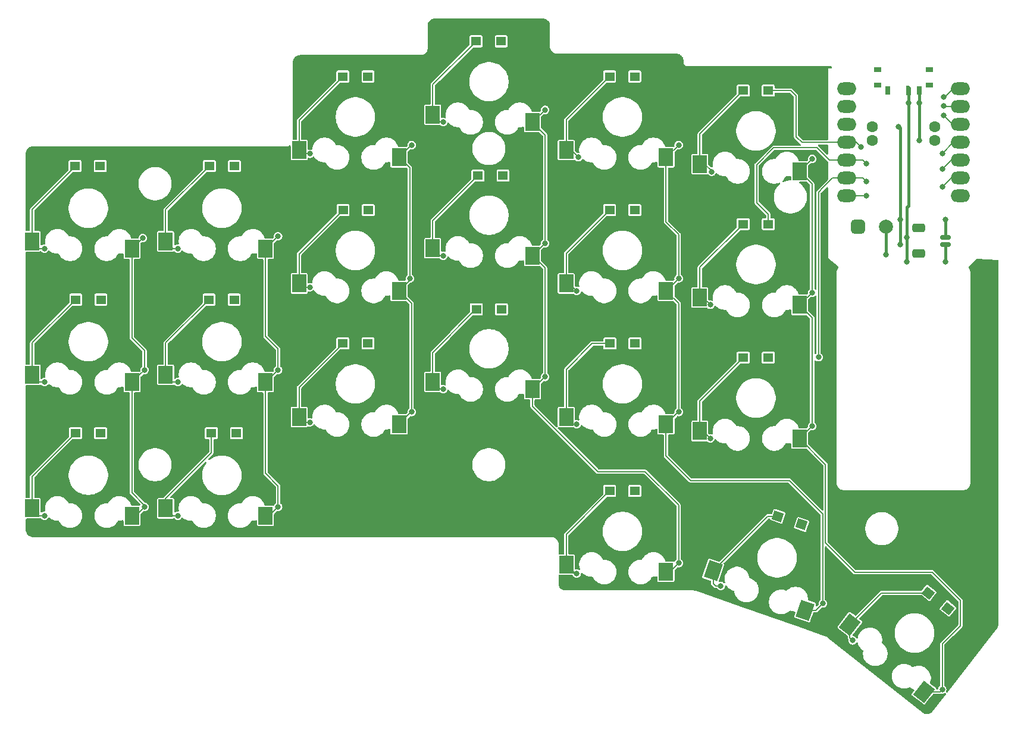
<source format=gbl>
G04 #@! TF.GenerationSoftware,KiCad,Pcbnew,8.0.2-1*
G04 #@! TF.CreationDate,2024-09-12T16:13:46+03:00*
G04 #@! TF.ProjectId,pcb,7063622e-6b69-4636-9164-5f7063625858,rev?*
G04 #@! TF.SameCoordinates,Original*
G04 #@! TF.FileFunction,Copper,L2,Bot*
G04 #@! TF.FilePolarity,Positive*
%FSLAX46Y46*%
G04 Gerber Fmt 4.6, Leading zero omitted, Abs format (unit mm)*
G04 Created by KiCad (PCBNEW 8.0.2-1) date 2024-09-12 16:13:46*
%MOMM*%
%LPD*%
G01*
G04 APERTURE LIST*
G04 Aperture macros list*
%AMRoundRect*
0 Rectangle with rounded corners*
0 $1 Rounding radius*
0 $2 $3 $4 $5 $6 $7 $8 $9 X,Y pos of 4 corners*
0 Add a 4 corners polygon primitive as box body*
4,1,4,$2,$3,$4,$5,$6,$7,$8,$9,$2,$3,0*
0 Add four circle primitives for the rounded corners*
1,1,$1+$1,$2,$3*
1,1,$1+$1,$4,$5*
1,1,$1+$1,$6,$7*
1,1,$1+$1,$8,$9*
0 Add four rect primitives between the rounded corners*
20,1,$1+$1,$2,$3,$4,$5,0*
20,1,$1+$1,$4,$5,$6,$7,0*
20,1,$1+$1,$6,$7,$8,$9,0*
20,1,$1+$1,$8,$9,$2,$3,0*%
%AMRotRect*
0 Rectangle, with rotation*
0 The origin of the aperture is its center*
0 $1 length*
0 $2 width*
0 $3 Rotation angle, in degrees counterclockwise*
0 Add horizontal line*
21,1,$1,$2,0,0,$3*%
%AMOutline5P*
0 Free polygon, 5 corners , with rotation*
0 The origin of the aperture is its center*
0 number of corners: always 5*
0 $1 to $10 corner X, Y*
0 $11 Rotation angle, in degrees counterclockwise*
0 create outline with 5 corners*
4,1,5,$1,$2,$3,$4,$5,$6,$7,$8,$9,$10,$1,$2,$11*%
%AMOutline6P*
0 Free polygon, 6 corners , with rotation*
0 The origin of the aperture is its center*
0 number of corners: always 6*
0 $1 to $12 corner X, Y*
0 $13 Rotation angle, in degrees counterclockwise*
0 create outline with 6 corners*
4,1,6,$1,$2,$3,$4,$5,$6,$7,$8,$9,$10,$11,$12,$1,$2,$13*%
%AMOutline7P*
0 Free polygon, 7 corners , with rotation*
0 The origin of the aperture is its center*
0 number of corners: always 7*
0 $1 to $14 corner X, Y*
0 $15 Rotation angle, in degrees counterclockwise*
0 create outline with 7 corners*
4,1,7,$1,$2,$3,$4,$5,$6,$7,$8,$9,$10,$11,$12,$13,$14,$1,$2,$15*%
%AMOutline8P*
0 Free polygon, 8 corners , with rotation*
0 The origin of the aperture is its center*
0 number of corners: always 8*
0 $1 to $16 corner X, Y*
0 $17 Rotation angle, in degrees counterclockwise*
0 create outline with 8 corners*
4,1,8,$1,$2,$3,$4,$5,$6,$7,$8,$9,$10,$11,$12,$13,$14,$15,$16,$1,$2,$17*%
G04 Aperture macros list end*
G04 #@! TA.AperFunction,ComponentPad*
%ADD10C,2.000000*%
G04 #@! TD*
G04 #@! TA.AperFunction,ComponentPad*
%ADD11RoundRect,0.500000X-0.500000X0.500000X-0.500000X-0.500000X0.500000X-0.500000X0.500000X0.500000X0*%
G04 #@! TD*
G04 #@! TA.AperFunction,SMDPad,CuDef*
%ADD12R,1.000000X0.800000*%
G04 #@! TD*
G04 #@! TA.AperFunction,SMDPad,CuDef*
%ADD13R,0.700000X1.280000*%
G04 #@! TD*
G04 #@! TA.AperFunction,SMDPad,CuDef*
%ADD14Outline5P,-0.350000X0.640000X0.350000X0.640000X0.350000X-0.640000X-0.070000X-0.640000X-0.350000X-0.360000X180.000000*%
G04 #@! TD*
G04 #@! TA.AperFunction,SMDPad,CuDef*
%ADD15RoundRect,0.150000X-0.625000X0.150000X-0.625000X-0.150000X0.625000X-0.150000X0.625000X0.150000X0*%
G04 #@! TD*
G04 #@! TA.AperFunction,SMDPad,CuDef*
%ADD16RoundRect,0.250000X-0.650000X0.350000X-0.650000X-0.350000X0.650000X-0.350000X0.650000X0.350000X0*%
G04 #@! TD*
G04 #@! TA.AperFunction,SMDPad,CuDef*
%ADD17RotRect,1.425000X1.300000X322.000000*%
G04 #@! TD*
G04 #@! TA.AperFunction,SMDPad,CuDef*
%ADD18RotRect,1.425000X1.300000X341.000000*%
G04 #@! TD*
G04 #@! TA.AperFunction,SMDPad,CuDef*
%ADD19R,1.425000X1.300000*%
G04 #@! TD*
G04 #@! TA.AperFunction,SMDPad,CuDef*
%ADD20R,2.000000X2.500000*%
G04 #@! TD*
G04 #@! TA.AperFunction,SMDPad,CuDef*
%ADD21O,2.750000X1.800000*%
G04 #@! TD*
G04 #@! TA.AperFunction,ComponentPad*
%ADD22C,1.600000*%
G04 #@! TD*
G04 #@! TA.AperFunction,SMDPad,CuDef*
%ADD23RotRect,2.000000X2.500000X322.000000*%
G04 #@! TD*
G04 #@! TA.AperFunction,SMDPad,CuDef*
%ADD24RotRect,2.000000X2.500000X341.000000*%
G04 #@! TD*
G04 #@! TA.AperFunction,ViaPad*
%ADD25C,0.800000*%
G04 #@! TD*
G04 #@! TA.AperFunction,Conductor*
%ADD26C,0.200000*%
G04 #@! TD*
G04 #@! TA.AperFunction,Conductor*
%ADD27C,0.400000*%
G04 #@! TD*
G04 APERTURE END LIST*
D10*
X198000000Y-78115970D03*
D11*
X194000000Y-78115970D03*
D12*
X204150000Y-55776046D03*
X204150000Y-57996046D03*
X196850000Y-55776046D03*
X196850000Y-57996046D03*
D13*
X202750000Y-58756046D03*
D14*
X201250000Y-58756046D03*
D13*
X198250000Y-58756046D03*
D15*
X206500000Y-80615970D03*
X206500000Y-79615970D03*
D16*
X202625000Y-78315970D03*
X202625000Y-81915970D03*
D17*
X206817138Y-132441960D03*
X204000000Y-130240970D03*
D18*
X186000000Y-120490970D03*
X182619772Y-119327064D03*
D19*
X181250000Y-96740970D03*
X177675000Y-96740970D03*
X162250000Y-115740970D03*
X158675000Y-115740970D03*
X105287500Y-69490970D03*
X101712500Y-69490970D03*
X105250000Y-88490970D03*
X101675000Y-88490970D03*
X162287500Y-94740970D03*
X158712500Y-94740970D03*
X181250000Y-58740970D03*
X177675000Y-58740970D03*
X86287500Y-88490970D03*
X82712500Y-88490970D03*
X181250000Y-77740970D03*
X177675000Y-77740970D03*
X143250000Y-51740970D03*
X139675000Y-51740970D03*
X143500000Y-70865970D03*
X139925000Y-70865970D03*
X162250000Y-56740970D03*
X158675000Y-56740970D03*
X124287500Y-56740970D03*
X120712500Y-56740970D03*
X86250000Y-107490970D03*
X82675000Y-107490970D03*
X162250000Y-75740970D03*
X158675000Y-75740970D03*
X124325000Y-75740970D03*
X120750000Y-75740970D03*
X124287500Y-94740970D03*
X120712500Y-94740970D03*
X105575000Y-107490970D03*
X102000000Y-107490970D03*
X86187500Y-69490970D03*
X82612500Y-69490970D03*
X143287500Y-89865970D03*
X139712500Y-89865970D03*
D20*
X76500000Y-80200000D03*
X90700000Y-81250000D03*
X114500000Y-67200000D03*
X128700000Y-68250000D03*
X114500000Y-86200000D03*
X128700000Y-87250000D03*
X95500000Y-80200000D03*
X109700000Y-81250000D03*
X76500000Y-99190970D03*
X90700000Y-100240970D03*
D21*
X208594960Y-58496046D03*
X208594960Y-61036046D03*
X208594960Y-63576046D03*
X208594960Y-66116046D03*
X208594960Y-68656046D03*
X208594960Y-71196046D03*
X208594960Y-73736046D03*
X192405040Y-73736046D03*
X192405040Y-71196046D03*
X192405040Y-68656046D03*
X192405040Y-66116046D03*
X192405040Y-63576046D03*
X192405040Y-61036046D03*
X192405040Y-58496046D03*
D22*
X196055000Y-65799046D03*
X204945000Y-65799046D03*
X196055000Y-63894046D03*
X204945000Y-63894046D03*
D20*
X185700000Y-70250000D03*
X171500000Y-69200000D03*
X152500000Y-105200000D03*
X166700000Y-106250000D03*
X152500000Y-86200000D03*
X166700000Y-87250000D03*
X109700000Y-100240970D03*
X95500000Y-99190970D03*
X147700000Y-63240970D03*
X133500000Y-62190970D03*
X166700000Y-127240970D03*
X152500000Y-126190970D03*
X133500000Y-100200000D03*
X147700000Y-101250000D03*
X95500000Y-118200000D03*
X109700000Y-119250000D03*
X76500000Y-118190970D03*
X90700000Y-119240970D03*
X133500000Y-81190970D03*
X147700000Y-82240970D03*
X171500000Y-88200000D03*
X185700000Y-89250000D03*
X114500000Y-105200000D03*
X128700000Y-106250000D03*
D23*
X192869443Y-134720318D03*
X203412752Y-144290123D03*
D24*
X173405681Y-127080362D03*
X186490199Y-132696225D03*
D20*
X185700000Y-108250000D03*
X171500000Y-107200000D03*
X152500000Y-67200000D03*
X166700000Y-68250000D03*
D25*
X188400000Y-96690970D03*
X173200000Y-70290970D03*
X168500000Y-104490970D03*
X149500000Y-61490970D03*
X168500000Y-66490970D03*
X168500000Y-85490970D03*
X177750000Y-77740970D03*
X181250000Y-77740970D03*
X162250000Y-75740970D03*
X158750000Y-75740970D03*
X181250000Y-58740970D03*
X177750000Y-58740970D03*
X162250000Y-56740970D03*
X158750000Y-56740970D03*
X154250000Y-68240970D03*
X154000000Y-87240970D03*
X173000000Y-89240970D03*
X187500000Y-68490970D03*
X187500000Y-87490970D03*
X206000000Y-143990970D03*
X187500000Y-106490970D03*
X173000000Y-108240970D03*
X177750000Y-96740970D03*
X181250000Y-96740970D03*
X162250000Y-115740970D03*
X158750000Y-115740970D03*
X182500000Y-119240970D03*
X186000000Y-120490970D03*
X204000000Y-130240970D03*
X206750000Y-132490970D03*
X193250000Y-136990970D03*
X189000000Y-131740970D03*
X174500000Y-129240970D03*
X154000000Y-127490970D03*
X168500000Y-125990970D03*
X135000000Y-63240970D03*
X135000000Y-82240970D03*
X149500000Y-80490970D03*
X143500000Y-70740970D03*
X140000000Y-70740970D03*
X139750000Y-51740970D03*
X143250000Y-51740970D03*
X154000000Y-106240970D03*
X149500000Y-99490970D03*
X135000000Y-101240970D03*
X139750000Y-89740970D03*
X143250000Y-89740970D03*
X158712500Y-94740970D03*
X162287500Y-94740970D03*
X130500000Y-66490970D03*
X130500000Y-104490970D03*
X130250000Y-85490970D03*
X124250000Y-56740970D03*
X120750000Y-56740970D03*
X124250000Y-75740970D03*
X120750000Y-75740970D03*
X124250000Y-94740970D03*
X120750000Y-94740970D03*
X116000000Y-67740970D03*
X116000000Y-86740970D03*
X116000000Y-105990970D03*
X101750000Y-69490970D03*
X105250000Y-69490970D03*
X82750000Y-69490970D03*
X86250000Y-69490970D03*
X101750000Y-88490970D03*
X105250000Y-88490970D03*
X82750000Y-88490970D03*
X86250000Y-88490970D03*
X97250000Y-81240970D03*
X97250000Y-100240970D03*
X111500000Y-98490970D03*
X111500000Y-79490970D03*
X111500000Y-117990970D03*
X97250000Y-119240970D03*
X78250000Y-100240970D03*
X78250000Y-119240970D03*
X92500000Y-117990970D03*
X92500000Y-98490970D03*
X92250000Y-79740970D03*
X82750000Y-107490970D03*
X86250000Y-107490970D03*
X105500000Y-107490970D03*
X102000000Y-107490970D03*
X194400000Y-66756046D03*
X195200000Y-71704046D03*
X195200000Y-73736046D03*
X201000000Y-83115970D03*
X201250000Y-60528046D03*
X198000000Y-82115970D03*
X206500000Y-83115970D03*
X201000000Y-79615970D03*
X200000000Y-77115970D03*
X206500000Y-77115970D03*
X200000000Y-80615970D03*
X199802000Y-63894046D03*
X202750000Y-60528046D03*
X202723000Y-65799046D03*
X206200000Y-59690970D03*
X206200000Y-60890970D03*
X206200000Y-62290970D03*
X206000000Y-67690970D03*
X206000000Y-69926046D03*
X206000000Y-72466046D03*
X195200000Y-69164046D03*
X78250000Y-81240970D03*
D26*
X206000000Y-143990970D02*
X206000000Y-137490970D01*
X189400000Y-111950000D02*
X185700000Y-108250000D01*
X206000000Y-137490970D02*
X208600000Y-134890970D01*
X208600000Y-134890970D02*
X208600000Y-131290970D01*
X208600000Y-131290970D02*
X204600000Y-127290970D01*
X204600000Y-127290970D02*
X193600000Y-127290970D01*
X193600000Y-127290970D02*
X189400000Y-123090970D01*
X189400000Y-123090970D02*
X189400000Y-111950000D01*
X90700000Y-100240970D02*
X90700000Y-115990970D01*
X90700000Y-115990970D02*
X92500000Y-117790970D01*
X92500000Y-117790970D02*
X92500000Y-117990970D01*
X102000000Y-107490970D02*
X102000000Y-110290970D01*
X102000000Y-110290970D02*
X95500000Y-116790970D01*
X95500000Y-116790970D02*
X95500000Y-118200000D01*
X206200000Y-62290970D02*
X207485076Y-63576046D01*
X207485076Y-63576046D02*
X209069960Y-63576046D01*
X206200000Y-60890970D02*
X206345076Y-61036046D01*
X206345076Y-61036046D02*
X209069960Y-61036046D01*
X206200000Y-59690970D02*
X206400000Y-59690970D01*
X206400000Y-59690970D02*
X207594924Y-58496046D01*
X207594924Y-58496046D02*
X209069960Y-58496046D01*
X206000000Y-72466046D02*
X207270000Y-71196046D01*
X207270000Y-71196046D02*
X209069960Y-71196046D01*
X207270000Y-68656046D02*
X209069960Y-68656046D01*
X206000000Y-69926046D02*
X207270000Y-68656046D01*
X207574924Y-66116046D02*
X209069960Y-66116046D01*
X206000000Y-67690970D02*
X207574924Y-66116046D01*
X194400000Y-66756046D02*
X193760000Y-66116046D01*
X193760000Y-66116046D02*
X191930040Y-66116046D01*
X195200000Y-73736046D02*
X191930040Y-73736046D01*
X195200000Y-71704046D02*
X194692000Y-71196046D01*
X194692000Y-71196046D02*
X191930040Y-71196046D01*
X195200000Y-69164046D02*
X194692000Y-68656046D01*
X194692000Y-68656046D02*
X191930040Y-68656046D01*
X189062538Y-72553508D02*
X188400000Y-73216046D01*
X188400000Y-73216046D02*
X188400000Y-96690970D01*
X189062538Y-72553508D02*
X190420000Y-71196046D01*
X191930040Y-68656046D02*
X189965076Y-68656046D01*
X189965076Y-68656046D02*
X188200000Y-66890970D01*
X188200000Y-66890970D02*
X182000000Y-66890970D01*
X179600000Y-69290970D02*
X179600000Y-74690970D01*
X182000000Y-66890970D02*
X179600000Y-69290970D01*
X179600000Y-74690970D02*
X181250000Y-76340970D01*
X181250000Y-76340970D02*
X181250000Y-77740970D01*
X191930040Y-66116046D02*
X186025076Y-66116046D01*
X186025076Y-66116046D02*
X185200000Y-65290970D01*
X185200000Y-65290970D02*
X185200000Y-59490970D01*
X185200000Y-59490970D02*
X184450000Y-58740970D01*
X184450000Y-58740970D02*
X181250000Y-58740970D01*
X173300000Y-70290970D02*
X173250000Y-70240970D01*
X173200000Y-70290970D02*
X173300000Y-70290970D01*
X173200000Y-70190970D02*
X173200000Y-70290970D01*
X147700000Y-63240970D02*
X149450000Y-61490970D01*
X149450000Y-61490970D02*
X149500000Y-61490970D01*
X166700000Y-68250000D02*
X166740970Y-68250000D01*
X166740970Y-68250000D02*
X168500000Y-66490970D01*
X168500000Y-85490970D02*
X168500000Y-79240970D01*
X168500000Y-79240970D02*
X166700000Y-77440970D01*
X166700000Y-77440970D02*
X166700000Y-68250000D01*
X166740970Y-87250000D02*
X168500000Y-85490970D01*
X166700000Y-87250000D02*
X166740970Y-87250000D01*
X166700000Y-106250000D02*
X168459030Y-104490970D01*
X168500000Y-89050000D02*
X166700000Y-87250000D01*
X168459030Y-104490970D02*
X168500000Y-104490970D01*
X168500000Y-104490970D02*
X168500000Y-89050000D01*
X177750000Y-77665970D02*
X171500000Y-83915970D01*
X177750000Y-77740970D02*
X177750000Y-77665970D01*
X177675000Y-77740970D02*
X177750000Y-77740970D01*
X158750000Y-75665970D02*
X158675000Y-75740970D01*
X158750000Y-75740970D02*
X158750000Y-75665970D01*
X158675000Y-75740970D02*
X158750000Y-75740970D01*
X177750000Y-58665970D02*
X171500000Y-64915970D01*
X177750000Y-58740970D02*
X177750000Y-58665970D01*
X177675000Y-58740970D02*
X177750000Y-58740970D01*
X158750000Y-56665970D02*
X152500000Y-62915970D01*
X158750000Y-56740970D02*
X158750000Y-56665970D01*
X158675000Y-56740970D02*
X158750000Y-56740970D01*
X187500000Y-87450000D02*
X187500000Y-87450000D01*
X187500000Y-87490970D02*
X187500000Y-87450000D01*
X187459030Y-87490970D02*
X187500000Y-87490970D01*
X185700000Y-70250000D02*
X187459030Y-68490970D01*
X187459030Y-68490970D02*
X187500000Y-68490970D01*
X185700000Y-89250000D02*
X187459030Y-87490970D01*
X187500000Y-87450000D02*
X187500000Y-72050000D01*
X187500000Y-72050000D02*
X185700000Y-70250000D01*
X185700000Y-108250000D02*
X187459030Y-106490970D01*
X187459030Y-106490970D02*
X187500000Y-106490970D01*
X187500000Y-106490970D02*
X187500000Y-91050000D01*
X187500000Y-91050000D02*
X185700000Y-89250000D01*
X203412752Y-144290123D02*
X205700847Y-144290123D01*
X205700847Y-144290123D02*
X206000000Y-143990970D01*
X177750000Y-96665970D02*
X171500000Y-102915970D01*
X177750000Y-96740970D02*
X177750000Y-96665970D01*
X177675000Y-96740970D02*
X177750000Y-96740970D01*
X158750000Y-115665970D02*
X152500000Y-121915970D01*
X158750000Y-115740970D02*
X158750000Y-115665970D01*
X158675000Y-115740970D02*
X158750000Y-115740970D01*
X182413906Y-119327064D02*
X181158979Y-119327064D01*
X182500000Y-119240970D02*
X182413906Y-119327064D01*
X182586094Y-119327064D02*
X182500000Y-119240970D01*
X173405681Y-127080362D02*
X173405681Y-128896651D01*
X173750000Y-129240970D02*
X174500000Y-129240970D01*
X173405681Y-128896651D02*
X173750000Y-129240970D01*
X186490199Y-132696225D02*
X188044745Y-132696225D01*
X188044745Y-132696225D02*
X189000000Y-131740970D01*
X184250000Y-114240970D02*
X170250000Y-114240970D01*
X189000000Y-131740970D02*
X189000000Y-118990970D01*
X189000000Y-118990970D02*
X184250000Y-114240970D01*
X170250000Y-114240970D02*
X166700000Y-110690970D01*
X166700000Y-110690970D02*
X166700000Y-106250000D01*
X192869443Y-136610413D02*
X193250000Y-136990970D01*
X192869443Y-134720318D02*
X192869443Y-136610413D01*
X204000000Y-130240970D02*
X197348791Y-130240970D01*
X197348791Y-130240970D02*
X192869443Y-134720318D01*
X182619772Y-119327064D02*
X182586094Y-119327064D01*
X181158979Y-119327064D02*
X173405681Y-127080362D01*
X166700000Y-127240970D02*
X167250000Y-127240970D01*
X167250000Y-127240970D02*
X168500000Y-125990970D01*
X168500000Y-125990970D02*
X168500000Y-117740970D01*
X168500000Y-117740970D02*
X163750000Y-112990970D01*
X163750000Y-112990970D02*
X157040970Y-112990970D01*
X157040970Y-112990970D02*
X147700000Y-103650000D01*
X147700000Y-103650000D02*
X147700000Y-101250000D01*
X153800000Y-127490970D02*
X154000000Y-127490970D01*
X152500000Y-126190970D02*
X153800000Y-127490970D01*
X158675000Y-115740970D02*
X158675000Y-115740970D01*
X152500000Y-121915970D02*
X152500000Y-126190970D01*
X171959030Y-107200000D02*
X173000000Y-108240970D01*
X171500000Y-107200000D02*
X171959030Y-107200000D01*
X152959030Y-86200000D02*
X154000000Y-87240970D01*
X152500000Y-86200000D02*
X152959030Y-86200000D01*
X171959030Y-88200000D02*
X173000000Y-89240970D01*
X171500000Y-88200000D02*
X171959030Y-88200000D01*
X172209030Y-69200000D02*
X173200000Y-70190970D01*
X171500000Y-69200000D02*
X172209030Y-69200000D01*
X177675000Y-58740970D02*
X177675000Y-58740970D01*
X171500000Y-64915970D02*
X171500000Y-69200000D01*
X153209030Y-67200000D02*
X154250000Y-68240970D01*
X152500000Y-67200000D02*
X153209030Y-67200000D01*
X158675000Y-56740970D02*
X158675000Y-56740970D01*
X152500000Y-62915970D02*
X152500000Y-67200000D01*
X177675000Y-96740970D02*
X177675000Y-96740970D01*
X171500000Y-102915970D02*
X171500000Y-107200000D01*
X177675000Y-77740970D02*
X177675000Y-77740970D01*
X171500000Y-83915970D02*
X171500000Y-88200000D01*
X152500000Y-86200000D02*
X152500000Y-81915970D01*
X152500000Y-81915970D02*
X158675000Y-75740970D01*
X158712500Y-94740970D02*
X156212500Y-94740970D01*
X156212500Y-94740970D02*
X152500000Y-98453470D01*
X152500000Y-98453470D02*
X152500000Y-105200000D01*
X135000000Y-63240970D02*
X135250000Y-63240970D01*
X135000000Y-82240970D02*
X135250000Y-82240970D01*
X149450000Y-80490970D02*
X147700000Y-82240970D01*
X149500000Y-80490970D02*
X149450000Y-80490970D01*
X149500000Y-80440970D02*
X149500000Y-80490970D01*
X140000000Y-70740970D02*
X133500000Y-77290970D01*
X139750000Y-51665970D02*
X133500000Y-57915970D01*
X139750000Y-51740970D02*
X139750000Y-51665970D01*
X139675000Y-51740970D02*
X139750000Y-51740970D01*
X133500000Y-62190970D02*
X134550000Y-63240970D01*
X134550000Y-63240970D02*
X135000000Y-63240970D01*
X133500000Y-81190970D02*
X134550000Y-82240970D01*
X134550000Y-82240970D02*
X135000000Y-82240970D01*
X147700000Y-63240970D02*
X149500000Y-65040970D01*
X149500000Y-80440970D02*
X149500000Y-80440970D01*
X149500000Y-65040970D02*
X149500000Y-80440970D01*
X139675000Y-51740970D02*
X139675000Y-51740970D01*
X133500000Y-57915970D02*
X133500000Y-62190970D01*
X139925000Y-70865970D02*
X140000000Y-70740970D01*
X133500000Y-77290970D02*
X133500000Y-81190970D01*
X154000000Y-106240970D02*
X154250000Y-106240970D01*
X149459030Y-99490970D02*
X147700000Y-101250000D01*
X149500000Y-99490970D02*
X149459030Y-99490970D01*
X149500000Y-99450000D02*
X149500000Y-99490970D01*
X135000000Y-101240970D02*
X135250000Y-101240970D01*
X139750000Y-89740970D02*
X139712500Y-89865970D01*
X152500000Y-105200000D02*
X153540970Y-106240970D01*
X153540970Y-106240970D02*
X154000000Y-106240970D01*
X133500000Y-100200000D02*
X134540970Y-101240970D01*
X134540970Y-101240970D02*
X135000000Y-101240970D01*
X147750000Y-82240970D02*
X149500000Y-83990970D01*
X149500000Y-99450000D02*
X149500000Y-99450000D01*
X147700000Y-82240970D02*
X147750000Y-82240970D01*
X149500000Y-83990970D02*
X149500000Y-99450000D01*
X133500000Y-100200000D02*
X133500000Y-96078470D01*
X133500000Y-96078470D02*
X139750000Y-89740970D01*
X116000000Y-105990970D02*
X115290970Y-105990970D01*
X115290970Y-105990970D02*
X114500000Y-105200000D01*
X116000000Y-86740970D02*
X115040970Y-86740970D01*
X115040970Y-86740970D02*
X114500000Y-86200000D01*
X114500000Y-67200000D02*
X115040970Y-67740970D01*
X115040970Y-67740970D02*
X116000000Y-67740970D01*
X130500000Y-66450000D02*
X130500000Y-66450000D01*
X130500000Y-66490970D02*
X130500000Y-66450000D01*
X130459030Y-66490970D02*
X130500000Y-66490970D01*
X128700000Y-68250000D02*
X130459030Y-66490970D01*
X130459030Y-104490970D02*
X128700000Y-106250000D01*
X130500000Y-104490970D02*
X130459030Y-104490970D01*
X130500000Y-104450000D02*
X130500000Y-104490970D01*
X130250000Y-85490970D02*
X130250000Y-85740970D01*
X128700000Y-87250000D02*
X130500000Y-89050000D01*
X130500000Y-89050000D02*
X130500000Y-104450000D01*
X130500000Y-104450000D02*
X130500000Y-104450000D01*
X128700000Y-68250000D02*
X128759030Y-68250000D01*
X128740970Y-87250000D02*
X128700000Y-87250000D01*
X128759030Y-68250000D02*
X130250000Y-69740970D01*
X130250000Y-69740970D02*
X130250000Y-85490970D01*
X130250000Y-85740970D02*
X128740970Y-87250000D01*
X120750000Y-56703470D02*
X114500000Y-62953470D01*
X120750000Y-56740970D02*
X120750000Y-56703470D01*
X120712500Y-56740970D02*
X120750000Y-56740970D01*
X120750000Y-94703470D02*
X114500000Y-100953470D01*
X120750000Y-94740970D02*
X120750000Y-94703470D01*
X120712500Y-94740970D02*
X120750000Y-94740970D01*
X120712500Y-56740970D02*
X120712500Y-56740970D01*
X114500000Y-62953470D02*
X114500000Y-67200000D01*
X120750000Y-75740970D02*
X114500000Y-81990970D01*
X114500000Y-81990970D02*
X114500000Y-86200000D01*
X120712500Y-94740970D02*
X120712500Y-94740970D01*
X114500000Y-100953470D02*
X114500000Y-105200000D01*
X101750000Y-69453470D02*
X95500000Y-75703470D01*
X101750000Y-69490970D02*
X101750000Y-69453470D01*
X101712500Y-69490970D02*
X101750000Y-69490970D01*
X82750000Y-69415970D02*
X76500000Y-75665970D01*
X82750000Y-69490970D02*
X82750000Y-69415970D01*
X82675000Y-69490970D02*
X82750000Y-69490970D01*
X101750000Y-88415970D02*
X95500000Y-94665970D01*
X101750000Y-88490970D02*
X101750000Y-88415970D01*
X101675000Y-88490970D02*
X101750000Y-88490970D01*
X82750000Y-88415970D02*
X76500000Y-94665970D01*
X82750000Y-88490970D02*
X82750000Y-88415970D01*
X82675000Y-88490970D02*
X82750000Y-88490970D01*
X96750000Y-81240970D02*
X97250000Y-81240970D01*
X95500000Y-80200000D02*
X96540970Y-81240970D01*
X96540970Y-81240970D02*
X96750000Y-81240970D01*
X101712500Y-69490970D02*
X101712500Y-69490970D01*
X95500000Y-75703470D02*
X95500000Y-80200000D01*
X96500000Y-100240970D02*
X97250000Y-100240970D01*
X95500000Y-99190970D02*
X96500000Y-100190970D01*
X96500000Y-100190970D02*
X96500000Y-100240970D01*
X101675000Y-88490970D02*
X101675000Y-88490970D01*
X95500000Y-94665970D02*
X95500000Y-99190970D01*
X111459030Y-79490970D02*
X109700000Y-81250000D01*
X111500000Y-79490970D02*
X111459030Y-79490970D01*
X111500000Y-79450000D02*
X111500000Y-79490970D01*
X111500000Y-79450000D02*
X111500000Y-79450000D01*
X109700000Y-100240970D02*
X109750000Y-100240970D01*
X109750000Y-100240970D02*
X111500000Y-98490970D01*
X111500000Y-98490970D02*
X111500000Y-95490970D01*
X111500000Y-95490970D02*
X109700000Y-93690970D01*
X109700000Y-93690970D02*
X109700000Y-81250000D01*
X111500000Y-114990970D02*
X111500000Y-117990970D01*
X109700000Y-100240970D02*
X109700000Y-113190970D01*
X111500000Y-117990970D02*
X110240970Y-119250000D01*
X109700000Y-113190970D02*
X111500000Y-114990970D01*
X110240970Y-119250000D02*
X109700000Y-119250000D01*
X96500000Y-119240970D02*
X97250000Y-119240970D01*
X95500000Y-118200000D02*
X96500000Y-119200000D01*
X96500000Y-119200000D02*
X96500000Y-119240970D01*
X76500000Y-80240970D02*
X77500000Y-81240970D01*
X76500000Y-80200000D02*
X76500000Y-80240970D01*
X78250000Y-81240970D02*
X78524675Y-81240970D01*
X77500000Y-81240970D02*
X78250000Y-81240970D01*
X77250000Y-100240970D02*
X78250000Y-100240970D01*
X76500000Y-99190970D02*
X76500000Y-99490970D01*
X76500000Y-99490970D02*
X77250000Y-100240970D01*
X77500000Y-119240970D02*
X78250000Y-119240970D01*
X76500000Y-118190970D02*
X76500000Y-118240970D01*
X76500000Y-118240970D02*
X77500000Y-119240970D01*
X92500000Y-117990970D02*
X91250000Y-119240970D01*
X91250000Y-119240970D02*
X90700000Y-119240970D01*
X90700000Y-81250000D02*
X90700000Y-93940970D01*
X90700000Y-93940970D02*
X92500000Y-95740970D01*
X92500000Y-95740970D02*
X92500000Y-98490970D01*
X92500000Y-98490970D02*
X91750000Y-99240970D01*
X91750000Y-99240970D02*
X91700000Y-99240970D01*
X91700000Y-99240970D02*
X90700000Y-100240970D01*
X92250000Y-79740970D02*
X92250000Y-79700000D01*
X92209030Y-79740970D02*
X92250000Y-79740970D01*
X90700000Y-81250000D02*
X92209030Y-79740970D01*
X82750000Y-107415970D02*
X76500000Y-113665970D01*
X82750000Y-107490970D02*
X82750000Y-107415970D01*
X82675000Y-107490970D02*
X82750000Y-107490970D01*
X82675000Y-107490970D02*
X82675000Y-107490970D01*
X76500000Y-113665970D02*
X76500000Y-118190970D01*
X82675000Y-88490970D02*
X82675000Y-88490970D01*
X76500000Y-94665970D02*
X76500000Y-99190970D01*
X82675000Y-69490970D02*
X82675000Y-69490970D01*
X76500000Y-75665970D02*
X76500000Y-80200000D01*
X90700000Y-119240970D02*
X90750000Y-119190970D01*
X90750000Y-119190970D02*
X90800000Y-119190970D01*
X90750000Y-119240970D02*
X90700000Y-119240970D01*
X190420000Y-71196046D02*
X191930040Y-71196046D01*
D27*
X201000000Y-79615970D02*
X201000000Y-75365970D01*
X198000000Y-82115970D02*
X198000000Y-78115970D01*
X201000000Y-83115970D02*
X201000000Y-79615970D01*
X201250000Y-75115970D02*
X201250000Y-58756046D01*
X201000000Y-75365970D02*
X201250000Y-75115970D01*
X206500000Y-80615970D02*
X206500000Y-83115970D01*
X200000000Y-77115970D02*
X200000000Y-64092046D01*
X200000000Y-64092046D02*
X199802000Y-63894046D01*
X200000000Y-80615970D02*
X200000000Y-77115970D01*
X206500000Y-79615970D02*
X206500000Y-77115970D01*
X202750000Y-65772046D02*
X202750000Y-60528046D01*
X202723000Y-65799046D02*
X202750000Y-65772046D01*
X202750000Y-58756046D02*
X202750000Y-60528046D01*
G04 #@! TA.AperFunction,NonConductor*
G36*
X189693039Y-66436231D02*
G01*
X189738794Y-66489035D01*
X189750000Y-66540546D01*
X189750000Y-67716636D01*
X189730315Y-67783675D01*
X189677511Y-67829430D01*
X189608353Y-67839374D01*
X189544797Y-67810349D01*
X189538319Y-67804317D01*
X188384514Y-66650512D01*
X188384511Y-66650510D01*
X188380051Y-66647935D01*
X188331833Y-66597370D01*
X188318608Y-66528763D01*
X188344574Y-66463898D01*
X188401487Y-66423367D01*
X188442047Y-66416546D01*
X189626000Y-66416546D01*
X189693039Y-66436231D01*
G37*
G04 #@! TD.AperFunction*
G04 #@! TA.AperFunction,NonConductor*
G36*
X184413256Y-70895102D02*
G01*
X184471119Y-70934264D01*
X184498623Y-70998493D01*
X184499500Y-71013214D01*
X184499500Y-71416470D01*
X184479815Y-71483509D01*
X184427011Y-71529264D01*
X184375500Y-71540470D01*
X184245940Y-71540470D01*
X184245934Y-71540470D01*
X184245930Y-71540471D01*
X183940457Y-71580687D01*
X183642834Y-71660435D01*
X183403303Y-71759652D01*
X183333834Y-71767121D01*
X183271355Y-71735846D01*
X183235703Y-71675757D01*
X183238197Y-71605932D01*
X183268168Y-71557411D01*
X183418919Y-71406661D01*
X183558611Y-71224612D01*
X183673344Y-71025888D01*
X183673349Y-71025874D01*
X183675139Y-71022247D01*
X183676277Y-71022808D01*
X183716711Y-70972639D01*
X183783007Y-70950579D01*
X183787425Y-70950500D01*
X184014727Y-70950500D01*
X184014734Y-70950500D01*
X184242238Y-70920548D01*
X184343410Y-70893439D01*
X184413256Y-70895102D01*
G37*
G04 #@! TD.AperFunction*
G04 #@! TA.AperFunction,NonConductor*
G36*
X188033627Y-87929786D02*
G01*
X188083617Y-87978600D01*
X188099500Y-88039318D01*
X188099500Y-96103488D01*
X188079815Y-96170527D01*
X188050986Y-96201864D01*
X187999986Y-96240997D01*
X187934816Y-96266191D01*
X187866371Y-96252152D01*
X187816382Y-96203338D01*
X187800500Y-96142621D01*
X187800500Y-91010439D01*
X187789811Y-90970548D01*
X187780021Y-90934011D01*
X187766827Y-90911158D01*
X187740464Y-90865495D01*
X187740458Y-90865487D01*
X186936819Y-90061848D01*
X186903334Y-90000525D01*
X186900500Y-89974167D01*
X186900500Y-88525832D01*
X186920185Y-88458793D01*
X186936815Y-88438155D01*
X187260870Y-88114099D01*
X187322191Y-88080616D01*
X187364728Y-88078843D01*
X187500000Y-88096652D01*
X187500001Y-88096652D01*
X187552254Y-88089772D01*
X187656762Y-88076014D01*
X187802841Y-88015506D01*
X187900014Y-87940942D01*
X187965182Y-87915748D01*
X188033627Y-87929786D01*
G37*
G04 #@! TD.AperFunction*
G04 #@! TA.AperFunction,NonConductor*
G36*
X189669334Y-72474197D02*
G01*
X189725267Y-72516069D01*
X189749684Y-72581533D01*
X189750000Y-72590379D01*
X189750000Y-82616046D01*
X191197249Y-83822087D01*
X191236147Y-83880124D01*
X191237493Y-83949981D01*
X191220966Y-83986237D01*
X191115926Y-84143433D01*
X191040723Y-84324980D01*
X191002380Y-84517711D01*
X191000000Y-84615984D01*
X191000000Y-114615952D01*
X191002246Y-114714243D01*
X191040583Y-114907003D01*
X191040585Y-114907009D01*
X191115794Y-115088594D01*
X191115796Y-115088597D01*
X191224982Y-115252011D01*
X191224982Y-115252012D01*
X191224985Y-115252015D01*
X191363960Y-115390995D01*
X191363963Y-115390997D01*
X191363964Y-115390998D01*
X191527369Y-115500185D01*
X191527373Y-115500187D01*
X191527379Y-115500191D01*
X191708961Y-115575406D01*
X191901728Y-115613751D01*
X191931209Y-115614416D01*
X191999979Y-115615968D01*
X192000021Y-115615968D01*
X208999998Y-115615970D01*
X209098267Y-115613721D01*
X209291028Y-115575378D01*
X209472605Y-115500165D01*
X209636019Y-115390973D01*
X209774991Y-115251998D01*
X209884178Y-115088580D01*
X209959386Y-114907001D01*
X209997724Y-114714239D01*
X209999998Y-114615970D01*
X210000000Y-84615972D01*
X209997590Y-84517720D01*
X209959249Y-84324991D01*
X209884046Y-84143446D01*
X209775778Y-83981417D01*
X209754900Y-83914743D01*
X209773383Y-83847362D01*
X209791195Y-83824850D01*
X210888842Y-82727203D01*
X210950161Y-82693721D01*
X210976949Y-82690888D01*
X210997436Y-82690960D01*
X211002554Y-82691086D01*
X213881633Y-82821952D01*
X213947707Y-82844660D01*
X213991017Y-82899487D01*
X214000000Y-82945824D01*
X214000000Y-134744991D01*
X213999956Y-134748303D01*
X213997366Y-134845227D01*
X213994392Y-134869107D01*
X213951530Y-135059807D01*
X213942620Y-135085680D01*
X213858967Y-135262353D01*
X213846629Y-135282970D01*
X213789006Y-135360967D01*
X213786987Y-135363625D01*
X206763044Y-144354273D01*
X206706260Y-144394983D01*
X206636480Y-144398530D01*
X206575860Y-144363789D01*
X206543645Y-144301789D01*
X206550065Y-144232215D01*
X206550741Y-144230546D01*
X206585044Y-144147732D01*
X206605682Y-143990970D01*
X206603632Y-143975402D01*
X206585044Y-143834209D01*
X206585044Y-143834208D01*
X206524536Y-143688129D01*
X206428282Y-143562688D01*
X206428280Y-143562687D01*
X206428280Y-143562686D01*
X206349014Y-143501864D01*
X206307811Y-143445436D01*
X206300500Y-143403488D01*
X206300500Y-137666803D01*
X206320185Y-137599764D01*
X206336819Y-137579122D01*
X207570139Y-136345802D01*
X208840460Y-135075481D01*
X208863809Y-135035039D01*
X208880021Y-135006959D01*
X208900500Y-134930532D01*
X208900500Y-131251408D01*
X208880021Y-131174981D01*
X208867612Y-131153488D01*
X208840464Y-131106465D01*
X208840458Y-131106457D01*
X204784512Y-127050511D01*
X204784504Y-127050505D01*
X204715995Y-127010952D01*
X204715990Y-127010949D01*
X204674243Y-126999763D01*
X204639562Y-126990470D01*
X204639560Y-126990470D01*
X193775833Y-126990470D01*
X193708794Y-126970785D01*
X193688152Y-126954151D01*
X189736819Y-123002818D01*
X189703334Y-122941495D01*
X189700500Y-122915137D01*
X189700500Y-120936916D01*
X195049500Y-120936916D01*
X195049500Y-121245023D01*
X195049501Y-121245039D01*
X195089717Y-121550512D01*
X195169464Y-121848132D01*
X195287376Y-122132796D01*
X195287381Y-122132807D01*
X195352563Y-122245704D01*
X195441438Y-122399640D01*
X195441440Y-122399643D01*
X195441441Y-122399644D01*
X195629007Y-122644085D01*
X195629013Y-122644092D01*
X195846877Y-122861956D01*
X195846883Y-122861961D01*
X196091330Y-123049532D01*
X196262830Y-123148548D01*
X196358162Y-123203588D01*
X196358167Y-123203590D01*
X196358170Y-123203592D01*
X196642836Y-123321505D01*
X196940456Y-123401252D01*
X197245940Y-123441470D01*
X197245947Y-123441470D01*
X197554053Y-123441470D01*
X197554060Y-123441470D01*
X197859544Y-123401252D01*
X198157164Y-123321505D01*
X198441830Y-123203592D01*
X198708670Y-123049532D01*
X198953117Y-122861961D01*
X199170991Y-122644087D01*
X199358562Y-122399640D01*
X199512622Y-122132800D01*
X199630535Y-121848134D01*
X199710282Y-121550514D01*
X199750500Y-121245030D01*
X199750500Y-120936910D01*
X199710282Y-120631426D01*
X199630535Y-120333806D01*
X199512622Y-120049140D01*
X199512620Y-120049137D01*
X199512618Y-120049132D01*
X199422377Y-119892831D01*
X199358562Y-119782300D01*
X199250499Y-119641470D01*
X199170992Y-119537854D01*
X199170986Y-119537847D01*
X198953122Y-119319983D01*
X198953115Y-119319977D01*
X198708674Y-119132411D01*
X198708673Y-119132410D01*
X198708670Y-119132408D01*
X198595037Y-119066802D01*
X198441837Y-118978351D01*
X198441826Y-118978346D01*
X198157162Y-118860434D01*
X197859542Y-118780687D01*
X197554069Y-118740471D01*
X197554066Y-118740470D01*
X197554060Y-118740470D01*
X197245940Y-118740470D01*
X197245934Y-118740470D01*
X197245930Y-118740471D01*
X196940457Y-118780687D01*
X196642837Y-118860434D01*
X196358173Y-118978346D01*
X196358162Y-118978351D01*
X196091325Y-119132411D01*
X195846884Y-119319977D01*
X195846877Y-119319983D01*
X195629013Y-119537847D01*
X195629007Y-119537854D01*
X195441441Y-119782295D01*
X195287381Y-120049132D01*
X195287376Y-120049143D01*
X195169464Y-120333807D01*
X195089717Y-120631427D01*
X195049501Y-120936900D01*
X195049500Y-120936916D01*
X189700500Y-120936916D01*
X189700500Y-111910439D01*
X189691506Y-111876874D01*
X189680021Y-111834011D01*
X189680017Y-111834004D01*
X189640464Y-111765495D01*
X189640458Y-111765487D01*
X186936819Y-109061848D01*
X186903334Y-109000525D01*
X186900500Y-108974167D01*
X186900500Y-107525832D01*
X186920185Y-107458793D01*
X186936815Y-107438155D01*
X187260870Y-107114099D01*
X187322191Y-107080616D01*
X187364728Y-107078843D01*
X187500000Y-107096652D01*
X187500001Y-107096652D01*
X187552254Y-107089772D01*
X187656762Y-107076014D01*
X187802841Y-107015506D01*
X187928282Y-106919252D01*
X188024536Y-106793811D01*
X188085044Y-106647732D01*
X188100777Y-106528229D01*
X188105682Y-106490971D01*
X188105682Y-106490968D01*
X188085044Y-106334209D01*
X188085044Y-106334208D01*
X188024536Y-106188129D01*
X187928282Y-106062688D01*
X187928280Y-106062687D01*
X187928280Y-106062686D01*
X187849014Y-106001864D01*
X187807811Y-105945436D01*
X187800500Y-105903488D01*
X187800500Y-97239318D01*
X187820185Y-97172279D01*
X187872989Y-97126524D01*
X187942147Y-97116580D01*
X187999985Y-97140942D01*
X188040824Y-97172279D01*
X188097157Y-97215505D01*
X188097158Y-97215505D01*
X188097159Y-97215506D01*
X188243238Y-97276014D01*
X188321619Y-97286333D01*
X188399999Y-97296652D01*
X188400000Y-97296652D01*
X188400001Y-97296652D01*
X188452254Y-97289772D01*
X188556762Y-97276014D01*
X188702841Y-97215506D01*
X188828282Y-97119252D01*
X188924536Y-96993811D01*
X188985044Y-96847732D01*
X189005682Y-96690970D01*
X188985044Y-96534208D01*
X188924536Y-96388129D01*
X188828282Y-96262688D01*
X188828280Y-96262687D01*
X188828280Y-96262686D01*
X188749014Y-96201864D01*
X188707811Y-96145436D01*
X188700500Y-96103488D01*
X188700500Y-73391879D01*
X188720185Y-73324840D01*
X188736819Y-73304198D01*
X189538319Y-72502698D01*
X189599642Y-72469213D01*
X189669334Y-72474197D01*
G37*
G04 #@! TD.AperFunction*
G04 #@! TA.AperFunction,NonConductor*
G36*
X149201398Y-48491002D02*
G01*
X149287494Y-48492972D01*
X149308841Y-48495322D01*
X149479046Y-48529180D01*
X149502303Y-48536234D01*
X149661325Y-48602107D01*
X149682748Y-48613558D01*
X149825858Y-48709188D01*
X149844641Y-48724604D01*
X149905491Y-48785458D01*
X149966338Y-48846309D01*
X149981759Y-48865101D01*
X150077368Y-49008203D01*
X150088827Y-49029642D01*
X150154684Y-49188659D01*
X150161739Y-49211922D01*
X150195593Y-49382169D01*
X150197940Y-49403436D01*
X150199966Y-49489524D01*
X150200000Y-49492441D01*
X150200000Y-52490954D01*
X150202246Y-52589245D01*
X150240583Y-52782005D01*
X150240585Y-52782011D01*
X150315795Y-52963595D01*
X150315797Y-52963598D01*
X150424983Y-53127012D01*
X150424983Y-53127013D01*
X150424986Y-53127016D01*
X150563961Y-53265995D01*
X150727379Y-53375191D01*
X150908961Y-53450406D01*
X150908965Y-53450406D01*
X150908966Y-53450407D01*
X151101722Y-53488750D01*
X151101723Y-53488750D01*
X151101728Y-53488751D01*
X151134485Y-53489490D01*
X151199982Y-53490970D01*
X151200000Y-53490970D01*
X168198473Y-53490970D01*
X168201509Y-53491007D01*
X168207262Y-53491147D01*
X168287584Y-53493115D01*
X168308729Y-53495460D01*
X168479013Y-53529331D01*
X168502262Y-53536383D01*
X168661267Y-53602243D01*
X168682694Y-53613697D01*
X168825781Y-53709302D01*
X168844572Y-53724723D01*
X168966257Y-53846405D01*
X168981678Y-53865194D01*
X169077287Y-54008277D01*
X169088746Y-54029715D01*
X169154602Y-54188695D01*
X169161659Y-54211955D01*
X169195532Y-54382220D01*
X169197879Y-54403412D01*
X169199964Y-54489483D01*
X169200000Y-54492486D01*
X169200000Y-54690970D01*
X169202195Y-54765027D01*
X169202333Y-54769657D01*
X169202333Y-54769658D01*
X169243057Y-54921667D01*
X169243058Y-54921670D01*
X169321738Y-55057958D01*
X169321740Y-55057960D01*
X169433016Y-55169242D01*
X169569304Y-55247931D01*
X169721314Y-55288663D01*
X169800000Y-55290970D01*
X190209010Y-55290970D01*
X190276049Y-55310655D01*
X190321804Y-55363459D01*
X190332982Y-55417627D01*
X190331330Y-55494703D01*
X190310213Y-55561305D01*
X190256441Y-55605918D01*
X190207358Y-55616046D01*
X189750000Y-55616046D01*
X189750000Y-65691546D01*
X189730315Y-65758585D01*
X189677511Y-65804340D01*
X189626000Y-65815546D01*
X186200909Y-65815546D01*
X186133870Y-65795861D01*
X186113228Y-65779227D01*
X185536819Y-65202818D01*
X185503334Y-65141495D01*
X185500500Y-65115137D01*
X185500500Y-59451409D01*
X185480020Y-59374979D01*
X185480017Y-59374974D01*
X185440464Y-59306465D01*
X185440458Y-59306457D01*
X184634511Y-58500510D01*
X184624806Y-58494907D01*
X184591922Y-58475921D01*
X184565990Y-58460949D01*
X184540513Y-58454122D01*
X184489562Y-58440470D01*
X184489560Y-58440470D01*
X182287000Y-58440470D01*
X182219961Y-58420785D01*
X182174206Y-58367981D01*
X182163000Y-58316470D01*
X182163000Y-58071219D01*
X182162999Y-58071217D01*
X182151368Y-58012740D01*
X182151367Y-58012739D01*
X182107052Y-57946417D01*
X182040730Y-57902102D01*
X182040729Y-57902101D01*
X181982252Y-57890470D01*
X181982248Y-57890470D01*
X180517752Y-57890470D01*
X180517747Y-57890470D01*
X180459270Y-57902101D01*
X180459269Y-57902102D01*
X180392947Y-57946417D01*
X180348632Y-58012739D01*
X180348631Y-58012740D01*
X180337000Y-58071217D01*
X180337000Y-59410722D01*
X180348631Y-59469199D01*
X180348632Y-59469200D01*
X180392947Y-59535522D01*
X180459269Y-59579837D01*
X180459270Y-59579838D01*
X180517747Y-59591469D01*
X180517750Y-59591470D01*
X180517752Y-59591470D01*
X181982250Y-59591470D01*
X181982251Y-59591469D01*
X181997068Y-59588522D01*
X182040729Y-59579838D01*
X182040729Y-59579837D01*
X182040731Y-59579837D01*
X182107052Y-59535522D01*
X182151367Y-59469201D01*
X182151367Y-59469199D01*
X182151368Y-59469199D01*
X182162999Y-59410722D01*
X182163000Y-59410720D01*
X182163000Y-59165470D01*
X182182685Y-59098431D01*
X182235489Y-59052676D01*
X182287000Y-59041470D01*
X184274167Y-59041470D01*
X184341206Y-59061155D01*
X184361848Y-59077789D01*
X184863181Y-59579122D01*
X184896666Y-59640445D01*
X184899500Y-59666803D01*
X184899500Y-65330532D01*
X184913152Y-65381483D01*
X184919979Y-65406960D01*
X184919980Y-65406961D01*
X184943029Y-65446883D01*
X184959540Y-65475481D01*
X185840565Y-66356506D01*
X185840566Y-66356507D01*
X185840568Y-66356508D01*
X185845030Y-66359084D01*
X185893245Y-66409652D01*
X185906466Y-66478260D01*
X185880497Y-66543124D01*
X185823582Y-66583651D01*
X185783028Y-66590470D01*
X181960438Y-66590470D01*
X181884010Y-66610948D01*
X181815489Y-66650510D01*
X181815486Y-66650512D01*
X179359541Y-69106457D01*
X179359535Y-69106465D01*
X179319982Y-69174974D01*
X179319979Y-69174979D01*
X179309219Y-69215137D01*
X179299500Y-69251408D01*
X179299500Y-74730532D01*
X179313152Y-74781483D01*
X179319979Y-74806960D01*
X179319980Y-74806961D01*
X179337061Y-74836546D01*
X179337062Y-74836547D01*
X179359539Y-74875479D01*
X179359541Y-74875482D01*
X180913181Y-76429122D01*
X180946666Y-76490445D01*
X180949500Y-76516803D01*
X180949500Y-76766470D01*
X180929815Y-76833509D01*
X180877011Y-76879264D01*
X180825500Y-76890470D01*
X180517747Y-76890470D01*
X180459270Y-76902101D01*
X180459269Y-76902102D01*
X180392947Y-76946417D01*
X180348632Y-77012739D01*
X180348631Y-77012740D01*
X180337000Y-77071217D01*
X180337000Y-78410722D01*
X180348631Y-78469199D01*
X180348632Y-78469200D01*
X180392947Y-78535522D01*
X180459269Y-78579837D01*
X180459270Y-78579838D01*
X180517747Y-78591469D01*
X180517750Y-78591470D01*
X180517752Y-78591470D01*
X181982250Y-78591470D01*
X181982251Y-78591469D01*
X181997068Y-78588522D01*
X182040729Y-78579838D01*
X182040729Y-78579837D01*
X182040731Y-78579837D01*
X182107052Y-78535522D01*
X182151367Y-78469201D01*
X182151367Y-78469199D01*
X182151368Y-78469199D01*
X182162999Y-78410722D01*
X182163000Y-78410720D01*
X182163000Y-77071219D01*
X182162999Y-77071217D01*
X182151368Y-77012740D01*
X182151367Y-77012739D01*
X182107052Y-76946417D01*
X182040730Y-76902102D01*
X182040729Y-76902101D01*
X181982252Y-76890470D01*
X181982248Y-76890470D01*
X181674500Y-76890470D01*
X181607461Y-76870785D01*
X181561706Y-76817981D01*
X181550500Y-76766470D01*
X181550500Y-76301409D01*
X181543826Y-76276501D01*
X181530021Y-76224981D01*
X181502687Y-76177637D01*
X181490464Y-76156465D01*
X181490458Y-76156457D01*
X179936819Y-74602818D01*
X179903334Y-74541495D01*
X179900500Y-74515137D01*
X179900500Y-69466803D01*
X179920185Y-69399764D01*
X179936819Y-69379122D01*
X182088152Y-67227789D01*
X182149475Y-67194304D01*
X182175833Y-67191470D01*
X188024167Y-67191470D01*
X188091206Y-67211155D01*
X188111848Y-67227789D01*
X189713681Y-68829622D01*
X189747166Y-68890945D01*
X189750000Y-68917303D01*
X189750000Y-71389713D01*
X189730315Y-71456752D01*
X189713681Y-71477394D01*
X188159541Y-73031533D01*
X188159535Y-73031541D01*
X188119982Y-73100050D01*
X188119979Y-73100055D01*
X188099500Y-73176485D01*
X188099500Y-86942621D01*
X188079815Y-87009660D01*
X188027011Y-87055415D01*
X187957853Y-87065359D01*
X187900014Y-87040997D01*
X187849014Y-87001864D01*
X187807811Y-86945437D01*
X187800500Y-86903488D01*
X187800500Y-72010439D01*
X187789811Y-71970548D01*
X187780021Y-71934011D01*
X187777797Y-71930159D01*
X187740464Y-71865495D01*
X187740458Y-71865487D01*
X186936819Y-71061848D01*
X186903334Y-71000525D01*
X186900500Y-70974167D01*
X186900500Y-69525832D01*
X186920185Y-69458793D01*
X186936815Y-69438155D01*
X187260870Y-69114099D01*
X187322191Y-69080616D01*
X187364728Y-69078843D01*
X187500000Y-69096652D01*
X187500001Y-69096652D01*
X187552254Y-69089772D01*
X187656762Y-69076014D01*
X187802841Y-69015506D01*
X187928282Y-68919252D01*
X188024536Y-68793811D01*
X188085044Y-68647732D01*
X188101583Y-68522105D01*
X188105682Y-68490971D01*
X188105682Y-68490968D01*
X188085044Y-68334209D01*
X188085044Y-68334208D01*
X188024536Y-68188129D01*
X187928282Y-68062688D01*
X187802841Y-67966434D01*
X187661194Y-67907762D01*
X187656762Y-67905926D01*
X187656760Y-67905925D01*
X187500001Y-67885288D01*
X187499999Y-67885288D01*
X187343239Y-67905925D01*
X187343237Y-67905926D01*
X187197160Y-67966433D01*
X187071718Y-68062688D01*
X186975463Y-68188130D01*
X186914956Y-68334207D01*
X186914955Y-68334209D01*
X186894318Y-68490968D01*
X186894318Y-68490974D01*
X186902592Y-68553829D01*
X186891826Y-68622864D01*
X186867335Y-68657693D01*
X186761845Y-68763182D01*
X186700525Y-68796666D01*
X186674166Y-68799500D01*
X185700086Y-68799500D01*
X185633047Y-68779815D01*
X185587292Y-68727011D01*
X185580311Y-68707594D01*
X185561158Y-68636113D01*
X185496107Y-68479067D01*
X185473349Y-68424123D01*
X185473346Y-68424117D01*
X185473344Y-68424112D01*
X185358611Y-68225388D01*
X185358608Y-68225385D01*
X185358607Y-68225382D01*
X185218918Y-68043338D01*
X185218911Y-68043330D01*
X185056670Y-67881089D01*
X185056661Y-67881081D01*
X184874617Y-67741392D01*
X184675890Y-67626657D01*
X184675876Y-67626650D01*
X184463887Y-67538842D01*
X184376552Y-67515441D01*
X184242238Y-67479452D01*
X184201655Y-67474109D01*
X184014741Y-67449500D01*
X184014734Y-67449500D01*
X183785266Y-67449500D01*
X183785258Y-67449500D01*
X183568715Y-67478009D01*
X183557762Y-67479452D01*
X183464076Y-67504554D01*
X183336112Y-67538842D01*
X183124123Y-67626650D01*
X183124109Y-67626657D01*
X182925382Y-67741392D01*
X182743338Y-67881081D01*
X182581081Y-68043338D01*
X182441392Y-68225382D01*
X182326660Y-68424103D01*
X182324868Y-68427739D01*
X182324629Y-68427621D01*
X182324626Y-68427627D01*
X182324539Y-68427577D01*
X182323729Y-68427177D01*
X182283304Y-68477351D01*
X182217011Y-68499421D01*
X182212576Y-68499500D01*
X181985258Y-68499500D01*
X181768715Y-68528009D01*
X181757762Y-68529452D01*
X181669442Y-68553117D01*
X181536112Y-68588842D01*
X181324123Y-68676650D01*
X181324109Y-68676657D01*
X181125382Y-68791392D01*
X180943338Y-68931081D01*
X180781081Y-69093338D01*
X180641392Y-69275382D01*
X180526657Y-69474109D01*
X180526650Y-69474123D01*
X180438842Y-69686112D01*
X180416508Y-69769464D01*
X180384915Y-69887376D01*
X180379453Y-69907759D01*
X180379451Y-69907770D01*
X180349500Y-70135258D01*
X180349500Y-70364741D01*
X180363326Y-70469752D01*
X180379452Y-70592238D01*
X180413485Y-70719251D01*
X180438842Y-70813887D01*
X180526650Y-71025876D01*
X180526657Y-71025890D01*
X180641392Y-71224617D01*
X180781081Y-71406661D01*
X180781089Y-71406670D01*
X180943330Y-71568911D01*
X180943338Y-71568918D01*
X181125382Y-71708607D01*
X181125385Y-71708608D01*
X181125388Y-71708611D01*
X181324112Y-71823344D01*
X181324117Y-71823346D01*
X181324123Y-71823349D01*
X181399230Y-71854459D01*
X181536113Y-71911158D01*
X181757762Y-71970548D01*
X181985266Y-72000500D01*
X181985273Y-72000500D01*
X182214727Y-72000500D01*
X182214734Y-72000500D01*
X182442238Y-71970548D01*
X182663887Y-71911158D01*
X182782739Y-71861927D01*
X182852204Y-71854459D01*
X182914683Y-71885734D01*
X182950336Y-71945822D01*
X182947843Y-72015647D01*
X182907995Y-72073040D01*
X182905676Y-72074864D01*
X182846880Y-72119980D01*
X182629013Y-72337847D01*
X182629007Y-72337854D01*
X182441441Y-72582295D01*
X182287381Y-72849132D01*
X182287376Y-72849143D01*
X182169464Y-73133807D01*
X182089717Y-73431427D01*
X182049501Y-73736900D01*
X182049500Y-73736916D01*
X182049500Y-74045023D01*
X182049501Y-74045039D01*
X182089717Y-74350512D01*
X182169464Y-74648132D01*
X182287376Y-74932796D01*
X182287381Y-74932807D01*
X182367293Y-75071217D01*
X182441438Y-75199640D01*
X182441440Y-75199643D01*
X182441441Y-75199644D01*
X182629007Y-75444085D01*
X182629013Y-75444092D01*
X182846877Y-75661956D01*
X182846884Y-75661962D01*
X182915311Y-75714468D01*
X183091330Y-75849532D01*
X183262830Y-75948548D01*
X183358162Y-76003588D01*
X183358167Y-76003590D01*
X183358170Y-76003592D01*
X183642836Y-76121505D01*
X183940456Y-76201252D01*
X184245940Y-76241470D01*
X184245947Y-76241470D01*
X184554053Y-76241470D01*
X184554060Y-76241470D01*
X184859544Y-76201252D01*
X185157164Y-76121505D01*
X185441830Y-76003592D01*
X185708670Y-75849532D01*
X185953117Y-75661961D01*
X186170991Y-75444087D01*
X186358562Y-75199640D01*
X186512622Y-74932800D01*
X186630535Y-74648134D01*
X186710282Y-74350514D01*
X186750500Y-74045030D01*
X186750500Y-73736910D01*
X186710282Y-73431426D01*
X186630535Y-73133806D01*
X186512622Y-72849140D01*
X186512620Y-72849137D01*
X186512618Y-72849132D01*
X186426227Y-72699500D01*
X186358562Y-72582300D01*
X186170991Y-72337853D01*
X186170986Y-72337847D01*
X185953122Y-72119983D01*
X185953115Y-72119977D01*
X185708672Y-71932409D01*
X185707762Y-71931884D01*
X185707544Y-71931655D01*
X185705304Y-71930159D01*
X185705451Y-71929938D01*
X185705450Y-71929937D01*
X185705467Y-71929913D01*
X185705639Y-71929657D01*
X185659549Y-71881315D01*
X185646329Y-71812707D01*
X185672300Y-71747844D01*
X185729216Y-71707318D01*
X185769767Y-71700500D01*
X186674167Y-71700500D01*
X186741206Y-71720185D01*
X186761848Y-71736819D01*
X187163181Y-72138152D01*
X187196666Y-72199475D01*
X187199500Y-72225833D01*
X187199500Y-86903488D01*
X187179815Y-86970527D01*
X187150986Y-87001864D01*
X187071719Y-87062686D01*
X186975463Y-87188130D01*
X186914956Y-87334207D01*
X186914955Y-87334209D01*
X186894318Y-87490968D01*
X186894318Y-87490974D01*
X186902592Y-87553829D01*
X186891826Y-87622864D01*
X186867335Y-87657693D01*
X186761845Y-87763182D01*
X186700525Y-87796666D01*
X186674166Y-87799500D01*
X185700086Y-87799500D01*
X185633047Y-87779815D01*
X185587292Y-87727011D01*
X185580311Y-87707594D01*
X185561158Y-87636113D01*
X185496417Y-87479815D01*
X185473349Y-87424123D01*
X185473346Y-87424117D01*
X185473344Y-87424112D01*
X185358611Y-87225388D01*
X185358608Y-87225385D01*
X185358607Y-87225382D01*
X185233766Y-87062688D01*
X185218919Y-87043339D01*
X185218918Y-87043338D01*
X185218911Y-87043330D01*
X185056670Y-86881089D01*
X185056661Y-86881081D01*
X184874617Y-86741392D01*
X184831388Y-86716434D01*
X184675888Y-86626656D01*
X184675876Y-86626650D01*
X184463887Y-86538842D01*
X184242238Y-86479452D01*
X184201655Y-86474109D01*
X184014741Y-86449500D01*
X184014734Y-86449500D01*
X183785266Y-86449500D01*
X183785258Y-86449500D01*
X183568715Y-86478009D01*
X183557762Y-86479452D01*
X183464076Y-86504554D01*
X183336112Y-86538842D01*
X183124123Y-86626650D01*
X183124109Y-86626657D01*
X182925382Y-86741392D01*
X182743338Y-86881081D01*
X182581081Y-87043338D01*
X182441392Y-87225382D01*
X182326660Y-87424103D01*
X182324868Y-87427739D01*
X182324629Y-87427621D01*
X182324626Y-87427627D01*
X182324539Y-87427577D01*
X182323729Y-87427177D01*
X182283304Y-87477351D01*
X182217011Y-87499421D01*
X182212576Y-87499500D01*
X181985258Y-87499500D01*
X181768715Y-87528009D01*
X181757762Y-87529452D01*
X181726133Y-87537927D01*
X181536112Y-87588842D01*
X181324123Y-87676650D01*
X181324109Y-87676657D01*
X181125382Y-87791392D01*
X180943338Y-87931081D01*
X180781081Y-88093338D01*
X180641392Y-88275382D01*
X180526657Y-88474109D01*
X180526650Y-88474123D01*
X180438842Y-88686112D01*
X180418003Y-88763887D01*
X180390780Y-88865487D01*
X180379453Y-88907759D01*
X180379451Y-88907770D01*
X180349500Y-89135258D01*
X180349500Y-89364741D01*
X180363326Y-89469752D01*
X180379452Y-89592238D01*
X180427978Y-89773342D01*
X180438842Y-89813887D01*
X180526650Y-90025876D01*
X180526657Y-90025890D01*
X180641392Y-90224617D01*
X180781081Y-90406661D01*
X180781089Y-90406670D01*
X180943330Y-90568911D01*
X180943338Y-90568918D01*
X181125382Y-90708607D01*
X181125385Y-90708608D01*
X181125388Y-90708611D01*
X181324112Y-90823344D01*
X181324117Y-90823346D01*
X181324123Y-90823349D01*
X181415480Y-90861190D01*
X181536113Y-90911158D01*
X181757762Y-90970548D01*
X181985266Y-91000500D01*
X181985273Y-91000500D01*
X182214727Y-91000500D01*
X182214734Y-91000500D01*
X182442238Y-90970548D01*
X182663887Y-90911158D01*
X182875888Y-90823344D01*
X183074612Y-90708611D01*
X183256661Y-90568919D01*
X183256665Y-90568914D01*
X183256670Y-90568911D01*
X183418911Y-90406670D01*
X183418914Y-90406665D01*
X183418919Y-90406661D01*
X183558611Y-90224612D01*
X183673344Y-90025888D01*
X183673349Y-90025874D01*
X183675139Y-90022247D01*
X183676277Y-90022808D01*
X183716711Y-89972639D01*
X183783007Y-89950579D01*
X183787425Y-89950500D01*
X184014727Y-89950500D01*
X184014734Y-89950500D01*
X184242238Y-89920548D01*
X184343410Y-89893439D01*
X184413256Y-89895102D01*
X184471119Y-89934264D01*
X184498623Y-89998493D01*
X184499500Y-90013214D01*
X184499500Y-90519752D01*
X184511131Y-90578229D01*
X184511132Y-90578230D01*
X184555447Y-90644552D01*
X184621769Y-90688867D01*
X184621770Y-90688868D01*
X184680247Y-90700499D01*
X184680250Y-90700500D01*
X186674167Y-90700500D01*
X186741206Y-90720185D01*
X186761848Y-90736819D01*
X187163181Y-91138152D01*
X187196666Y-91199475D01*
X187199500Y-91225833D01*
X187199500Y-105903488D01*
X187179815Y-105970527D01*
X187150986Y-106001864D01*
X187071719Y-106062686D01*
X186975463Y-106188130D01*
X186914956Y-106334207D01*
X186914955Y-106334209D01*
X186894318Y-106490968D01*
X186894318Y-106490974D01*
X186902592Y-106553829D01*
X186891826Y-106622864D01*
X186867335Y-106657693D01*
X186761845Y-106763182D01*
X186700525Y-106796666D01*
X186674166Y-106799500D01*
X185700086Y-106799500D01*
X185633047Y-106779815D01*
X185587292Y-106727011D01*
X185580311Y-106707594D01*
X185561158Y-106636113D01*
X185496417Y-106479815D01*
X185473349Y-106424123D01*
X185473346Y-106424117D01*
X185473344Y-106424112D01*
X185358611Y-106225388D01*
X185358608Y-106225385D01*
X185358607Y-106225382D01*
X185233766Y-106062688D01*
X185218919Y-106043339D01*
X185218918Y-106043338D01*
X185218911Y-106043330D01*
X185056670Y-105881089D01*
X185056661Y-105881081D01*
X184874617Y-105741392D01*
X184831388Y-105716434D01*
X184675888Y-105626656D01*
X184675876Y-105626650D01*
X184463887Y-105538842D01*
X184242238Y-105479452D01*
X184201655Y-105474109D01*
X184014741Y-105449500D01*
X184014734Y-105449500D01*
X183785266Y-105449500D01*
X183785258Y-105449500D01*
X183568715Y-105478009D01*
X183557762Y-105479452D01*
X183464076Y-105504554D01*
X183336112Y-105538842D01*
X183124123Y-105626650D01*
X183124109Y-105626657D01*
X182925382Y-105741392D01*
X182743338Y-105881081D01*
X182581081Y-106043338D01*
X182441392Y-106225382D01*
X182326660Y-106424103D01*
X182324868Y-106427739D01*
X182324629Y-106427621D01*
X182324626Y-106427627D01*
X182324539Y-106427577D01*
X182323729Y-106427177D01*
X182283304Y-106477351D01*
X182217011Y-106499421D01*
X182212576Y-106499500D01*
X181985258Y-106499500D01*
X181768715Y-106528009D01*
X181757762Y-106529452D01*
X181704184Y-106543808D01*
X181536112Y-106588842D01*
X181324123Y-106676650D01*
X181324109Y-106676657D01*
X181125382Y-106791392D01*
X180943338Y-106931081D01*
X180781081Y-107093338D01*
X180641392Y-107275382D01*
X180526657Y-107474109D01*
X180526650Y-107474123D01*
X180438842Y-107686112D01*
X180379453Y-107907759D01*
X180379451Y-107907770D01*
X180349500Y-108135258D01*
X180349500Y-108364741D01*
X180363326Y-108469752D01*
X180379452Y-108592238D01*
X180427978Y-108773342D01*
X180438842Y-108813887D01*
X180526650Y-109025876D01*
X180526657Y-109025890D01*
X180641392Y-109224617D01*
X180781081Y-109406661D01*
X180781089Y-109406670D01*
X180943330Y-109568911D01*
X180943338Y-109568918D01*
X181125382Y-109708607D01*
X181125385Y-109708608D01*
X181125388Y-109708611D01*
X181324112Y-109823344D01*
X181324117Y-109823346D01*
X181324123Y-109823349D01*
X181415480Y-109861190D01*
X181536113Y-109911158D01*
X181757762Y-109970548D01*
X181985266Y-110000500D01*
X181985273Y-110000500D01*
X182214727Y-110000500D01*
X182214734Y-110000500D01*
X182442238Y-109970548D01*
X182663887Y-109911158D01*
X182875888Y-109823344D01*
X183074612Y-109708611D01*
X183256661Y-109568919D01*
X183256665Y-109568914D01*
X183256670Y-109568911D01*
X183418911Y-109406670D01*
X183418914Y-109406665D01*
X183418919Y-109406661D01*
X183558611Y-109224612D01*
X183673344Y-109025888D01*
X183673349Y-109025874D01*
X183675139Y-109022247D01*
X183676277Y-109022808D01*
X183716711Y-108972639D01*
X183783007Y-108950579D01*
X183787425Y-108950500D01*
X184014727Y-108950500D01*
X184014734Y-108950500D01*
X184242238Y-108920548D01*
X184343410Y-108893439D01*
X184413256Y-108895102D01*
X184471119Y-108934264D01*
X184498623Y-108998493D01*
X184499500Y-109013214D01*
X184499500Y-109519752D01*
X184511131Y-109578229D01*
X184511132Y-109578230D01*
X184555447Y-109644552D01*
X184621769Y-109688867D01*
X184621770Y-109688868D01*
X184680247Y-109700499D01*
X184680250Y-109700500D01*
X186674167Y-109700500D01*
X186741206Y-109720185D01*
X186761848Y-109736819D01*
X189063181Y-112038152D01*
X189096666Y-112099475D01*
X189099500Y-112125833D01*
X189099500Y-118366137D01*
X189079815Y-118433176D01*
X189027011Y-118478931D01*
X188957853Y-118488875D01*
X188894297Y-118459850D01*
X188887819Y-118453818D01*
X184434512Y-114000511D01*
X184434504Y-114000505D01*
X184365995Y-113960952D01*
X184365990Y-113960949D01*
X184340513Y-113954122D01*
X184289562Y-113940470D01*
X184289560Y-113940470D01*
X170425833Y-113940470D01*
X170358794Y-113920785D01*
X170338152Y-113904151D01*
X167036819Y-110602818D01*
X167003334Y-110541495D01*
X167000500Y-110515137D01*
X167000500Y-107824500D01*
X167020185Y-107757461D01*
X167072989Y-107711706D01*
X167124500Y-107700500D01*
X167719750Y-107700500D01*
X167719751Y-107700499D01*
X167734568Y-107697552D01*
X167778229Y-107688868D01*
X167778229Y-107688867D01*
X167778231Y-107688867D01*
X167844552Y-107644552D01*
X167888867Y-107578231D01*
X167888867Y-107578229D01*
X167888868Y-107578229D01*
X167900499Y-107519752D01*
X167900500Y-107519750D01*
X167900500Y-105930247D01*
X170299500Y-105930247D01*
X170299500Y-108469752D01*
X170311131Y-108528229D01*
X170311132Y-108528230D01*
X170355447Y-108594552D01*
X170421769Y-108638867D01*
X170421770Y-108638868D01*
X170480247Y-108650499D01*
X170480250Y-108650500D01*
X172505188Y-108650500D01*
X172572227Y-108670185D01*
X172580660Y-108676113D01*
X172697159Y-108765506D01*
X172843238Y-108826014D01*
X172921619Y-108836333D01*
X172999999Y-108846652D01*
X173000000Y-108846652D01*
X173000001Y-108846652D01*
X173052254Y-108839772D01*
X173156762Y-108826014D01*
X173302841Y-108765506D01*
X173428282Y-108669252D01*
X173524536Y-108543811D01*
X173583474Y-108401520D01*
X173627312Y-108347120D01*
X173693606Y-108325055D01*
X173761306Y-108342334D01*
X173785714Y-108361295D01*
X173943330Y-108518911D01*
X173943338Y-108518918D01*
X174125382Y-108658607D01*
X174125385Y-108658608D01*
X174125388Y-108658611D01*
X174324112Y-108773344D01*
X174324117Y-108773346D01*
X174324123Y-108773349D01*
X174415480Y-108811190D01*
X174536113Y-108861158D01*
X174757762Y-108920548D01*
X174985266Y-108950500D01*
X174985273Y-108950500D01*
X175212575Y-108950500D01*
X175279614Y-108970185D01*
X175324762Y-109022289D01*
X175324858Y-109022242D01*
X175325038Y-109022607D01*
X175325369Y-109022989D01*
X175326444Y-109025458D01*
X175326657Y-109025890D01*
X175441392Y-109224617D01*
X175581081Y-109406661D01*
X175581089Y-109406670D01*
X175743330Y-109568911D01*
X175743338Y-109568918D01*
X175925382Y-109708607D01*
X175925385Y-109708608D01*
X175925388Y-109708611D01*
X176124112Y-109823344D01*
X176124117Y-109823346D01*
X176124123Y-109823349D01*
X176215480Y-109861190D01*
X176336113Y-109911158D01*
X176557762Y-109970548D01*
X176785266Y-110000500D01*
X176785273Y-110000500D01*
X177014727Y-110000500D01*
X177014734Y-110000500D01*
X177242238Y-109970548D01*
X177463887Y-109911158D01*
X177675888Y-109823344D01*
X177874612Y-109708611D01*
X178056661Y-109568919D01*
X178056665Y-109568914D01*
X178056670Y-109568911D01*
X178218911Y-109406670D01*
X178218914Y-109406665D01*
X178218919Y-109406661D01*
X178358611Y-109224612D01*
X178473344Y-109025888D01*
X178561158Y-108813887D01*
X178620548Y-108592238D01*
X178650500Y-108364734D01*
X178650500Y-108135266D01*
X178620548Y-107907762D01*
X178561158Y-107686113D01*
X178492247Y-107519748D01*
X178473349Y-107474123D01*
X178473346Y-107474117D01*
X178473344Y-107474112D01*
X178358611Y-107275388D01*
X178358608Y-107275385D01*
X178358607Y-107275382D01*
X178218918Y-107093338D01*
X178218911Y-107093330D01*
X178056670Y-106931089D01*
X178056661Y-106931081D01*
X177874617Y-106791392D01*
X177843353Y-106773342D01*
X177675888Y-106676656D01*
X177675876Y-106676650D01*
X177463887Y-106588842D01*
X177452971Y-106585917D01*
X177242238Y-106529452D01*
X177204215Y-106524446D01*
X177014741Y-106499500D01*
X177014734Y-106499500D01*
X176787425Y-106499500D01*
X176720386Y-106479815D01*
X176675237Y-106427710D01*
X176675142Y-106427758D01*
X176674961Y-106427392D01*
X176674631Y-106427011D01*
X176673555Y-106424541D01*
X176673346Y-106424118D01*
X176673344Y-106424112D01*
X176558611Y-106225388D01*
X176558608Y-106225385D01*
X176558607Y-106225382D01*
X176433766Y-106062688D01*
X176418919Y-106043339D01*
X176418918Y-106043338D01*
X176418911Y-106043330D01*
X176256670Y-105881089D01*
X176256661Y-105881081D01*
X176074617Y-105741392D01*
X176031388Y-105716434D01*
X175875888Y-105626656D01*
X175875876Y-105626650D01*
X175663887Y-105538842D01*
X175442238Y-105479452D01*
X175401655Y-105474109D01*
X175214741Y-105449500D01*
X175214734Y-105449500D01*
X174985266Y-105449500D01*
X174985258Y-105449500D01*
X174768715Y-105478009D01*
X174757762Y-105479452D01*
X174664076Y-105504554D01*
X174536112Y-105538842D01*
X174324123Y-105626650D01*
X174324109Y-105626657D01*
X174125382Y-105741392D01*
X173943338Y-105881081D01*
X173781081Y-106043338D01*
X173641392Y-106225382D01*
X173526657Y-106424109D01*
X173526650Y-106424123D01*
X173438842Y-106636112D01*
X173419689Y-106707594D01*
X173381143Y-106851453D01*
X173379453Y-106857759D01*
X173379451Y-106857770D01*
X173349500Y-107085258D01*
X173349500Y-107314741D01*
X173379982Y-107546262D01*
X173378181Y-107546499D01*
X173372593Y-107608752D01*
X173329715Y-107663917D01*
X173263818Y-107687143D01*
X173209763Y-107677880D01*
X173156762Y-107655926D01*
X173156760Y-107655925D01*
X173000001Y-107635288D01*
X172999999Y-107635288D01*
X172900938Y-107648329D01*
X172831902Y-107637563D01*
X172797072Y-107613071D01*
X172736819Y-107552818D01*
X172703334Y-107491495D01*
X172700500Y-107465137D01*
X172700500Y-105930249D01*
X172700499Y-105930247D01*
X172688868Y-105871770D01*
X172688867Y-105871769D01*
X172644552Y-105805447D01*
X172578230Y-105761132D01*
X172578229Y-105761131D01*
X172519752Y-105749500D01*
X172519748Y-105749500D01*
X171924500Y-105749500D01*
X171857461Y-105729815D01*
X171811706Y-105677011D01*
X171800500Y-105625500D01*
X171800500Y-103091803D01*
X171820185Y-103024764D01*
X171836819Y-103004122D01*
X172498219Y-102342722D01*
X176699500Y-102342722D01*
X176699500Y-102657277D01*
X176734716Y-102969827D01*
X176734718Y-102969843D01*
X176804710Y-103276499D01*
X176804711Y-103276501D01*
X176908598Y-103573395D01*
X177045072Y-103856786D01*
X177054487Y-103871770D01*
X177212423Y-104123123D01*
X177408539Y-104369044D01*
X177630956Y-104591461D01*
X177876877Y-104787577D01*
X178143211Y-104954926D01*
X178426606Y-105091402D01*
X178723500Y-105195289D01*
X179030160Y-105265282D01*
X179342723Y-105300499D01*
X179342724Y-105300500D01*
X179342727Y-105300500D01*
X179657276Y-105300500D01*
X179657276Y-105300499D01*
X179969840Y-105265282D01*
X180276500Y-105195289D01*
X180573394Y-105091402D01*
X180856789Y-104954926D01*
X181123123Y-104787577D01*
X181369044Y-104591461D01*
X181591461Y-104369044D01*
X181787577Y-104123123D01*
X181954926Y-103856789D01*
X182091402Y-103573394D01*
X182195289Y-103276500D01*
X182265282Y-102969840D01*
X182300500Y-102657273D01*
X182300500Y-102342727D01*
X182265282Y-102030160D01*
X182195289Y-101723500D01*
X182091402Y-101426606D01*
X182002004Y-101240970D01*
X181954927Y-101143213D01*
X181954926Y-101143211D01*
X181787577Y-100876877D01*
X181591461Y-100630956D01*
X181369044Y-100408539D01*
X181123123Y-100212423D01*
X180856789Y-100045074D01*
X180856786Y-100045072D01*
X180573395Y-99908598D01*
X180276501Y-99804711D01*
X180276499Y-99804710D01*
X179969843Y-99734718D01*
X179969827Y-99734716D01*
X179657277Y-99699500D01*
X179657273Y-99699500D01*
X179342727Y-99699500D01*
X179342722Y-99699500D01*
X179030172Y-99734716D01*
X179030156Y-99734718D01*
X178723500Y-99804710D01*
X178723498Y-99804711D01*
X178426604Y-99908598D01*
X178143213Y-100045072D01*
X177876878Y-100212422D01*
X177630956Y-100408538D01*
X177408538Y-100630956D01*
X177212422Y-100876878D01*
X177045072Y-101143213D01*
X176908598Y-101426604D01*
X176804711Y-101723498D01*
X176804710Y-101723500D01*
X176734718Y-102030156D01*
X176734716Y-102030172D01*
X176699500Y-102342722D01*
X172498219Y-102342722D01*
X177213152Y-97627789D01*
X177274475Y-97594304D01*
X177300833Y-97591470D01*
X178407250Y-97591470D01*
X178407251Y-97591469D01*
X178422068Y-97588522D01*
X178465729Y-97579838D01*
X178465729Y-97579837D01*
X178465731Y-97579837D01*
X178532052Y-97535522D01*
X178576367Y-97469201D01*
X178576367Y-97469199D01*
X178576368Y-97469199D01*
X178587999Y-97410722D01*
X178588000Y-97410720D01*
X178588000Y-96071219D01*
X178587999Y-96071217D01*
X180337000Y-96071217D01*
X180337000Y-97410722D01*
X180348631Y-97469199D01*
X180348632Y-97469200D01*
X180392947Y-97535522D01*
X180459269Y-97579837D01*
X180459270Y-97579838D01*
X180517747Y-97591469D01*
X180517750Y-97591470D01*
X180517752Y-97591470D01*
X181982250Y-97591470D01*
X181982251Y-97591469D01*
X181997068Y-97588522D01*
X182040729Y-97579838D01*
X182040729Y-97579837D01*
X182040731Y-97579837D01*
X182107052Y-97535522D01*
X182151367Y-97469201D01*
X182151367Y-97469199D01*
X182151368Y-97469199D01*
X182162999Y-97410722D01*
X182163000Y-97410720D01*
X182163000Y-96071219D01*
X182162999Y-96071217D01*
X182151368Y-96012740D01*
X182151367Y-96012739D01*
X182107052Y-95946417D01*
X182040730Y-95902102D01*
X182040729Y-95902101D01*
X181982252Y-95890470D01*
X181982248Y-95890470D01*
X180517752Y-95890470D01*
X180517747Y-95890470D01*
X180459270Y-95902101D01*
X180459269Y-95902102D01*
X180392947Y-95946417D01*
X180348632Y-96012739D01*
X180348631Y-96012740D01*
X180337000Y-96071217D01*
X178587999Y-96071217D01*
X178576368Y-96012740D01*
X178576367Y-96012739D01*
X178532052Y-95946417D01*
X178465730Y-95902102D01*
X178465729Y-95902101D01*
X178407252Y-95890470D01*
X178407248Y-95890470D01*
X176942752Y-95890470D01*
X176942747Y-95890470D01*
X176884270Y-95902101D01*
X176884269Y-95902102D01*
X176817947Y-95946417D01*
X176773632Y-96012739D01*
X176773631Y-96012740D01*
X176762000Y-96071217D01*
X176762000Y-97177637D01*
X176742315Y-97244676D01*
X176725681Y-97265318D01*
X171259541Y-102731457D01*
X171259535Y-102731465D01*
X171219982Y-102799974D01*
X171219979Y-102799979D01*
X171199500Y-102876409D01*
X171199500Y-105625500D01*
X171179815Y-105692539D01*
X171127011Y-105738294D01*
X171075500Y-105749500D01*
X170480247Y-105749500D01*
X170421770Y-105761131D01*
X170421769Y-105761132D01*
X170355447Y-105805447D01*
X170311132Y-105871769D01*
X170311131Y-105871770D01*
X170299500Y-105930247D01*
X167900500Y-105930247D01*
X167900500Y-105525832D01*
X167920185Y-105458793D01*
X167936815Y-105438155D01*
X168260870Y-105114099D01*
X168322191Y-105080616D01*
X168364728Y-105078843D01*
X168500000Y-105096652D01*
X168500001Y-105096652D01*
X168552254Y-105089772D01*
X168656762Y-105076014D01*
X168802841Y-105015506D01*
X168928282Y-104919252D01*
X169024536Y-104793811D01*
X169085044Y-104647732D01*
X169104559Y-104499500D01*
X169105682Y-104490971D01*
X169105682Y-104490968D01*
X169085044Y-104334209D01*
X169085044Y-104334208D01*
X169024536Y-104188129D01*
X168928282Y-104062688D01*
X168928280Y-104062687D01*
X168928280Y-104062686D01*
X168849014Y-104001864D01*
X168807811Y-103945436D01*
X168800500Y-103903488D01*
X168800500Y-89010439D01*
X168796276Y-88994676D01*
X168780021Y-88934011D01*
X168766827Y-88911158D01*
X168740464Y-88865495D01*
X168740458Y-88865487D01*
X167936819Y-88061848D01*
X167903334Y-88000525D01*
X167900500Y-87974167D01*
X167900500Y-86930247D01*
X170299500Y-86930247D01*
X170299500Y-89469752D01*
X170311131Y-89528229D01*
X170311132Y-89528230D01*
X170355447Y-89594552D01*
X170421769Y-89638867D01*
X170421770Y-89638868D01*
X170480247Y-89650499D01*
X170480250Y-89650500D01*
X172505188Y-89650500D01*
X172572227Y-89670185D01*
X172580660Y-89676113D01*
X172697159Y-89765506D01*
X172843238Y-89826014D01*
X172921619Y-89836333D01*
X172999999Y-89846652D01*
X173000000Y-89846652D01*
X173000001Y-89846652D01*
X173052254Y-89839772D01*
X173156762Y-89826014D01*
X173302841Y-89765506D01*
X173428282Y-89669252D01*
X173524536Y-89543811D01*
X173583474Y-89401520D01*
X173627312Y-89347120D01*
X173693606Y-89325055D01*
X173761306Y-89342334D01*
X173785714Y-89361295D01*
X173943330Y-89518911D01*
X173943338Y-89518918D01*
X174125382Y-89658607D01*
X174125385Y-89658608D01*
X174125388Y-89658611D01*
X174324112Y-89773344D01*
X174324117Y-89773346D01*
X174324123Y-89773349D01*
X174415480Y-89811190D01*
X174536113Y-89861158D01*
X174757762Y-89920548D01*
X174985266Y-89950500D01*
X174985273Y-89950500D01*
X175212575Y-89950500D01*
X175279614Y-89970185D01*
X175324762Y-90022289D01*
X175324858Y-90022242D01*
X175325038Y-90022607D01*
X175325369Y-90022989D01*
X175326444Y-90025458D01*
X175326657Y-90025890D01*
X175441392Y-90224617D01*
X175581081Y-90406661D01*
X175581089Y-90406670D01*
X175743330Y-90568911D01*
X175743338Y-90568918D01*
X175925382Y-90708607D01*
X175925385Y-90708608D01*
X175925388Y-90708611D01*
X176124112Y-90823344D01*
X176124117Y-90823346D01*
X176124123Y-90823349D01*
X176215480Y-90861190D01*
X176336113Y-90911158D01*
X176557762Y-90970548D01*
X176785266Y-91000500D01*
X176785273Y-91000500D01*
X177014727Y-91000500D01*
X177014734Y-91000500D01*
X177242238Y-90970548D01*
X177463887Y-90911158D01*
X177675888Y-90823344D01*
X177874612Y-90708611D01*
X178056661Y-90568919D01*
X178056665Y-90568914D01*
X178056670Y-90568911D01*
X178218911Y-90406670D01*
X178218914Y-90406665D01*
X178218919Y-90406661D01*
X178358611Y-90224612D01*
X178473344Y-90025888D01*
X178561158Y-89813887D01*
X178620548Y-89592238D01*
X178650500Y-89364734D01*
X178650500Y-89135266D01*
X178620548Y-88907762D01*
X178561158Y-88686113D01*
X178492247Y-88519748D01*
X178473349Y-88474123D01*
X178473346Y-88474117D01*
X178473344Y-88474112D01*
X178358611Y-88275388D01*
X178358608Y-88275385D01*
X178358607Y-88275382D01*
X178218918Y-88093338D01*
X178218911Y-88093330D01*
X178056670Y-87931089D01*
X178056661Y-87931081D01*
X177874617Y-87791392D01*
X177843353Y-87773342D01*
X177675888Y-87676656D01*
X177675876Y-87676650D01*
X177463887Y-87588842D01*
X177242238Y-87529452D01*
X177204215Y-87524446D01*
X177014741Y-87499500D01*
X177014734Y-87499500D01*
X176787425Y-87499500D01*
X176720386Y-87479815D01*
X176675237Y-87427710D01*
X176675142Y-87427758D01*
X176674961Y-87427392D01*
X176674631Y-87427011D01*
X176673555Y-87424541D01*
X176673346Y-87424118D01*
X176673344Y-87424112D01*
X176558611Y-87225388D01*
X176558608Y-87225385D01*
X176558607Y-87225382D01*
X176433766Y-87062688D01*
X176418919Y-87043339D01*
X176418918Y-87043338D01*
X176418911Y-87043330D01*
X176256670Y-86881089D01*
X176256661Y-86881081D01*
X176074617Y-86741392D01*
X176031388Y-86716434D01*
X175875888Y-86626656D01*
X175875876Y-86626650D01*
X175663887Y-86538842D01*
X175442238Y-86479452D01*
X175401655Y-86474109D01*
X175214741Y-86449500D01*
X175214734Y-86449500D01*
X174985266Y-86449500D01*
X174985258Y-86449500D01*
X174768715Y-86478009D01*
X174757762Y-86479452D01*
X174664076Y-86504554D01*
X174536112Y-86538842D01*
X174324123Y-86626650D01*
X174324109Y-86626657D01*
X174125382Y-86741392D01*
X173943338Y-86881081D01*
X173781081Y-87043338D01*
X173641392Y-87225382D01*
X173526657Y-87424109D01*
X173526650Y-87424123D01*
X173438842Y-87636112D01*
X173419689Y-87707594D01*
X173395823Y-87796666D01*
X173379453Y-87857759D01*
X173379451Y-87857770D01*
X173349500Y-88085258D01*
X173349500Y-88314741D01*
X173379982Y-88546262D01*
X173378181Y-88546499D01*
X173372593Y-88608752D01*
X173329715Y-88663917D01*
X173263818Y-88687143D01*
X173209763Y-88677880D01*
X173156762Y-88655926D01*
X173156760Y-88655925D01*
X173000001Y-88635288D01*
X172999999Y-88635288D01*
X172900938Y-88648329D01*
X172831902Y-88637563D01*
X172797072Y-88613071D01*
X172736819Y-88552818D01*
X172703334Y-88491495D01*
X172700500Y-88465137D01*
X172700500Y-86930249D01*
X172700499Y-86930247D01*
X172688868Y-86871770D01*
X172688867Y-86871769D01*
X172644552Y-86805447D01*
X172578230Y-86761132D01*
X172578229Y-86761131D01*
X172519752Y-86749500D01*
X172519748Y-86749500D01*
X171924500Y-86749500D01*
X171857461Y-86729815D01*
X171811706Y-86677011D01*
X171800500Y-86625500D01*
X171800500Y-84091803D01*
X171820185Y-84024764D01*
X171836819Y-84004122D01*
X172498219Y-83342722D01*
X176699500Y-83342722D01*
X176699500Y-83657277D01*
X176734716Y-83969827D01*
X176734718Y-83969843D01*
X176804710Y-84276499D01*
X176804711Y-84276501D01*
X176908598Y-84573395D01*
X177045072Y-84856786D01*
X177054487Y-84871770D01*
X177212423Y-85123123D01*
X177408539Y-85369044D01*
X177630956Y-85591461D01*
X177876877Y-85787577D01*
X178143211Y-85954926D01*
X178426606Y-86091402D01*
X178723500Y-86195289D01*
X179030160Y-86265282D01*
X179342723Y-86300499D01*
X179342724Y-86300500D01*
X179342727Y-86300500D01*
X179657276Y-86300500D01*
X179657276Y-86300499D01*
X179969840Y-86265282D01*
X180276500Y-86195289D01*
X180573394Y-86091402D01*
X180856789Y-85954926D01*
X181123123Y-85787577D01*
X181369044Y-85591461D01*
X181591461Y-85369044D01*
X181787577Y-85123123D01*
X181954926Y-84856789D01*
X182091402Y-84573394D01*
X182195289Y-84276500D01*
X182265282Y-83969840D01*
X182300500Y-83657273D01*
X182300500Y-83342727D01*
X182265282Y-83030160D01*
X182195289Y-82723500D01*
X182091402Y-82426606D01*
X181954926Y-82143211D01*
X181787577Y-81876877D01*
X181591461Y-81630956D01*
X181369044Y-81408539D01*
X181123123Y-81212423D01*
X180919231Y-81084309D01*
X180856786Y-81045072D01*
X180573395Y-80908598D01*
X180276501Y-80804711D01*
X180276499Y-80804710D01*
X179969843Y-80734718D01*
X179969827Y-80734716D01*
X179657277Y-80699500D01*
X179657273Y-80699500D01*
X179342727Y-80699500D01*
X179342722Y-80699500D01*
X179030172Y-80734716D01*
X179030156Y-80734718D01*
X178723500Y-80804710D01*
X178723498Y-80804711D01*
X178426604Y-80908598D01*
X178143213Y-81045072D01*
X177876878Y-81212422D01*
X177630956Y-81408538D01*
X177408538Y-81630956D01*
X177212422Y-81876878D01*
X177045072Y-82143213D01*
X176908598Y-82426604D01*
X176804711Y-82723498D01*
X176804710Y-82723500D01*
X176734718Y-83030156D01*
X176734716Y-83030172D01*
X176699500Y-83342722D01*
X172498219Y-83342722D01*
X177213152Y-78627789D01*
X177274475Y-78594304D01*
X177300833Y-78591470D01*
X178407250Y-78591470D01*
X178407251Y-78591469D01*
X178422068Y-78588522D01*
X178465729Y-78579838D01*
X178465729Y-78579837D01*
X178465731Y-78579837D01*
X178532052Y-78535522D01*
X178576367Y-78469201D01*
X178576367Y-78469199D01*
X178576368Y-78469199D01*
X178587999Y-78410722D01*
X178588000Y-78410720D01*
X178588000Y-77071219D01*
X178587999Y-77071217D01*
X178576368Y-77012740D01*
X178576367Y-77012739D01*
X178532052Y-76946417D01*
X178465730Y-76902102D01*
X178465729Y-76902101D01*
X178407252Y-76890470D01*
X178407248Y-76890470D01*
X176942752Y-76890470D01*
X176942747Y-76890470D01*
X176884270Y-76902101D01*
X176884269Y-76902102D01*
X176817947Y-76946417D01*
X176773632Y-77012739D01*
X176773631Y-77012740D01*
X176762000Y-77071217D01*
X176762000Y-78177637D01*
X176742315Y-78244676D01*
X176725681Y-78265318D01*
X171259541Y-83731457D01*
X171259535Y-83731465D01*
X171219982Y-83799974D01*
X171219979Y-83799979D01*
X171199500Y-83876409D01*
X171199500Y-86625500D01*
X171179815Y-86692539D01*
X171127011Y-86738294D01*
X171075500Y-86749500D01*
X170480247Y-86749500D01*
X170421770Y-86761131D01*
X170421769Y-86761132D01*
X170355447Y-86805447D01*
X170311132Y-86871769D01*
X170311131Y-86871770D01*
X170299500Y-86930247D01*
X167900500Y-86930247D01*
X167900500Y-86566802D01*
X167920185Y-86499763D01*
X167936815Y-86479125D01*
X168297073Y-86118866D01*
X168358394Y-86085383D01*
X168400936Y-86083610D01*
X168500000Y-86096652D01*
X168500001Y-86096652D01*
X168579801Y-86086146D01*
X168656762Y-86076014D01*
X168802841Y-86015506D01*
X168928282Y-85919252D01*
X169024536Y-85793811D01*
X169085044Y-85647732D01*
X169104559Y-85499500D01*
X169105682Y-85490971D01*
X169105682Y-85490968D01*
X169085044Y-85334209D01*
X169085044Y-85334208D01*
X169024536Y-85188129D01*
X168928282Y-85062688D01*
X168928280Y-85062687D01*
X168928280Y-85062686D01*
X168849014Y-85001864D01*
X168807811Y-84945436D01*
X168800500Y-84903488D01*
X168800500Y-79201409D01*
X168796942Y-79188129D01*
X168780021Y-79124981D01*
X168755421Y-79082372D01*
X168740464Y-79056465D01*
X168740458Y-79056457D01*
X167036819Y-77352818D01*
X167003334Y-77291495D01*
X167000500Y-77265137D01*
X167000500Y-69824500D01*
X167020185Y-69757461D01*
X167072989Y-69711706D01*
X167124500Y-69700500D01*
X167719750Y-69700500D01*
X167719751Y-69700499D01*
X167734568Y-69697552D01*
X167778229Y-69688868D01*
X167778229Y-69688867D01*
X167778231Y-69688867D01*
X167844552Y-69644552D01*
X167888867Y-69578231D01*
X167888867Y-69578229D01*
X167888868Y-69578229D01*
X167900499Y-69519752D01*
X167900500Y-69519750D01*
X167900500Y-67930247D01*
X170299500Y-67930247D01*
X170299500Y-70469752D01*
X170311131Y-70528229D01*
X170311132Y-70528230D01*
X170355447Y-70594552D01*
X170421769Y-70638867D01*
X170421770Y-70638868D01*
X170480247Y-70650499D01*
X170480250Y-70650500D01*
X170480252Y-70650500D01*
X172519750Y-70650500D01*
X172519751Y-70650499D01*
X172534568Y-70647552D01*
X172578229Y-70638868D01*
X172589513Y-70634194D01*
X172591162Y-70638177D01*
X172635366Y-70624294D01*
X172702763Y-70642720D01*
X172736062Y-70672784D01*
X172771718Y-70719252D01*
X172897159Y-70815506D01*
X173043238Y-70876014D01*
X173121619Y-70886333D01*
X173199999Y-70896652D01*
X173200000Y-70896652D01*
X173200001Y-70896652D01*
X173252254Y-70889772D01*
X173356762Y-70876014D01*
X173502841Y-70815506D01*
X173628282Y-70719252D01*
X173724536Y-70593811D01*
X173739539Y-70557591D01*
X173783380Y-70503187D01*
X173849674Y-70481122D01*
X173917373Y-70498401D01*
X173941781Y-70517362D01*
X173943330Y-70518911D01*
X173943338Y-70518918D01*
X174125382Y-70658607D01*
X174125385Y-70658608D01*
X174125388Y-70658611D01*
X174324112Y-70773344D01*
X174324117Y-70773346D01*
X174324123Y-70773349D01*
X174415480Y-70811190D01*
X174536113Y-70861158D01*
X174757762Y-70920548D01*
X174985266Y-70950500D01*
X174985273Y-70950500D01*
X175212575Y-70950500D01*
X175279614Y-70970185D01*
X175324762Y-71022289D01*
X175324858Y-71022242D01*
X175325038Y-71022607D01*
X175325369Y-71022989D01*
X175326444Y-71025458D01*
X175326657Y-71025890D01*
X175441392Y-71224617D01*
X175581081Y-71406661D01*
X175581089Y-71406670D01*
X175743330Y-71568911D01*
X175743338Y-71568918D01*
X175925382Y-71708607D01*
X175925385Y-71708608D01*
X175925388Y-71708611D01*
X176124112Y-71823344D01*
X176124117Y-71823346D01*
X176124123Y-71823349D01*
X176199230Y-71854459D01*
X176336113Y-71911158D01*
X176557762Y-71970548D01*
X176785266Y-72000500D01*
X176785273Y-72000500D01*
X177014727Y-72000500D01*
X177014734Y-72000500D01*
X177242238Y-71970548D01*
X177463887Y-71911158D01*
X177675888Y-71823344D01*
X177874612Y-71708611D01*
X178056661Y-71568919D01*
X178056665Y-71568914D01*
X178056670Y-71568911D01*
X178218911Y-71406670D01*
X178218914Y-71406665D01*
X178218919Y-71406661D01*
X178358611Y-71224612D01*
X178473344Y-71025888D01*
X178561158Y-70813887D01*
X178620548Y-70592238D01*
X178650500Y-70364734D01*
X178650500Y-70135266D01*
X178620548Y-69907762D01*
X178561158Y-69686113D01*
X178492247Y-69519748D01*
X178473349Y-69474123D01*
X178473346Y-69474117D01*
X178473344Y-69474112D01*
X178358611Y-69275388D01*
X178358608Y-69275385D01*
X178358607Y-69275382D01*
X178218918Y-69093338D01*
X178218911Y-69093330D01*
X178056670Y-68931089D01*
X178056661Y-68931081D01*
X177874617Y-68791392D01*
X177843353Y-68773342D01*
X177675888Y-68676656D01*
X177675876Y-68676650D01*
X177463887Y-68588842D01*
X177450519Y-68585260D01*
X177242238Y-68529452D01*
X177204215Y-68524446D01*
X177014741Y-68499500D01*
X177014734Y-68499500D01*
X176787425Y-68499500D01*
X176720386Y-68479815D01*
X176675237Y-68427710D01*
X176675142Y-68427758D01*
X176674961Y-68427392D01*
X176674631Y-68427011D01*
X176673555Y-68424541D01*
X176673346Y-68424118D01*
X176673344Y-68424112D01*
X176558611Y-68225388D01*
X176558608Y-68225385D01*
X176558607Y-68225382D01*
X176418918Y-68043338D01*
X176418911Y-68043330D01*
X176256670Y-67881089D01*
X176256661Y-67881081D01*
X176074617Y-67741392D01*
X175875890Y-67626657D01*
X175875876Y-67626650D01*
X175663887Y-67538842D01*
X175576552Y-67515441D01*
X175442238Y-67479452D01*
X175401655Y-67474109D01*
X175214741Y-67449500D01*
X175214734Y-67449500D01*
X174985266Y-67449500D01*
X174985258Y-67449500D01*
X174768715Y-67478009D01*
X174757762Y-67479452D01*
X174664076Y-67504554D01*
X174536112Y-67538842D01*
X174324123Y-67626650D01*
X174324109Y-67626657D01*
X174125382Y-67741392D01*
X173943338Y-67881081D01*
X173781081Y-68043338D01*
X173641392Y-68225382D01*
X173526657Y-68424109D01*
X173526650Y-68424123D01*
X173438842Y-68636112D01*
X173419689Y-68707594D01*
X173395823Y-68796666D01*
X173379453Y-68857759D01*
X173379451Y-68857770D01*
X173349500Y-69085258D01*
X173349500Y-69314741D01*
X173379453Y-69542250D01*
X173379743Y-69543706D01*
X173379703Y-69544146D01*
X173379982Y-69546262D01*
X173379508Y-69546324D01*
X173373499Y-69613296D01*
X173330623Y-69668463D01*
X173264728Y-69691693D01*
X173241936Y-69690808D01*
X173200004Y-69685288D01*
X173199997Y-69685288D01*
X173189297Y-69686696D01*
X173120262Y-69675926D01*
X173085438Y-69651437D01*
X172736819Y-69302818D01*
X172703334Y-69241495D01*
X172700500Y-69215137D01*
X172700500Y-67930249D01*
X172700499Y-67930247D01*
X172688868Y-67871770D01*
X172688867Y-67871769D01*
X172644552Y-67805447D01*
X172578230Y-67761132D01*
X172578229Y-67761131D01*
X172519752Y-67749500D01*
X172519748Y-67749500D01*
X171924500Y-67749500D01*
X171857461Y-67729815D01*
X171811706Y-67677011D01*
X171800500Y-67625500D01*
X171800500Y-65091803D01*
X171820185Y-65024764D01*
X171836819Y-65004122D01*
X172498219Y-64342722D01*
X176699500Y-64342722D01*
X176699500Y-64657277D01*
X176734716Y-64969827D01*
X176734718Y-64969843D01*
X176804710Y-65276499D01*
X176804711Y-65276501D01*
X176908598Y-65573395D01*
X177045072Y-65856786D01*
X177054487Y-65871770D01*
X177212423Y-66123123D01*
X177408539Y-66369044D01*
X177630956Y-66591461D01*
X177876877Y-66787577D01*
X178143211Y-66954926D01*
X178426606Y-67091402D01*
X178723500Y-67195289D01*
X179030160Y-67265282D01*
X179342723Y-67300499D01*
X179342724Y-67300500D01*
X179342727Y-67300500D01*
X179657276Y-67300500D01*
X179657276Y-67300499D01*
X179969840Y-67265282D01*
X180276500Y-67195289D01*
X180573394Y-67091402D01*
X180856789Y-66954926D01*
X181123123Y-66787577D01*
X181369044Y-66591461D01*
X181591461Y-66369044D01*
X181787577Y-66123123D01*
X181954926Y-65856789D01*
X182091402Y-65573394D01*
X182195289Y-65276500D01*
X182265282Y-64969840D01*
X182300500Y-64657273D01*
X182300500Y-64342727D01*
X182265282Y-64030160D01*
X182195289Y-63723500D01*
X182091402Y-63426606D01*
X181954926Y-63143211D01*
X181787577Y-62876877D01*
X181591461Y-62630956D01*
X181369044Y-62408539D01*
X181123123Y-62212423D01*
X180919231Y-62084309D01*
X180856786Y-62045072D01*
X180573395Y-61908598D01*
X180276501Y-61804711D01*
X180276499Y-61804710D01*
X179969843Y-61734718D01*
X179969827Y-61734716D01*
X179657277Y-61699500D01*
X179657273Y-61699500D01*
X179342727Y-61699500D01*
X179342722Y-61699500D01*
X179030172Y-61734716D01*
X179030156Y-61734718D01*
X178723500Y-61804710D01*
X178723498Y-61804711D01*
X178426604Y-61908598D01*
X178143213Y-62045072D01*
X177876878Y-62212422D01*
X177630956Y-62408538D01*
X177408538Y-62630956D01*
X177212422Y-62876878D01*
X177045072Y-63143213D01*
X176908598Y-63426604D01*
X176804711Y-63723498D01*
X176804710Y-63723500D01*
X176734718Y-64030156D01*
X176734716Y-64030172D01*
X176699500Y-64342722D01*
X172498219Y-64342722D01*
X177213152Y-59627789D01*
X177274475Y-59594304D01*
X177300833Y-59591470D01*
X178407250Y-59591470D01*
X178407251Y-59591469D01*
X178422068Y-59588522D01*
X178465729Y-59579838D01*
X178465729Y-59579837D01*
X178465731Y-59579837D01*
X178532052Y-59535522D01*
X178576367Y-59469201D01*
X178576367Y-59469199D01*
X178576368Y-59469199D01*
X178587999Y-59410722D01*
X178588000Y-59410720D01*
X178588000Y-58071219D01*
X178587999Y-58071217D01*
X178576368Y-58012740D01*
X178576367Y-58012739D01*
X178532052Y-57946417D01*
X178465730Y-57902102D01*
X178465729Y-57902101D01*
X178407252Y-57890470D01*
X178407248Y-57890470D01*
X176942752Y-57890470D01*
X176942747Y-57890470D01*
X176884270Y-57902101D01*
X176884269Y-57902102D01*
X176817947Y-57946417D01*
X176773632Y-58012739D01*
X176773631Y-58012740D01*
X176762000Y-58071217D01*
X176762000Y-59177637D01*
X176742315Y-59244676D01*
X176725681Y-59265318D01*
X171259541Y-64731457D01*
X171259535Y-64731465D01*
X171219982Y-64799974D01*
X171219979Y-64799979D01*
X171199500Y-64876409D01*
X171199500Y-67625500D01*
X171179815Y-67692539D01*
X171127011Y-67738294D01*
X171075500Y-67749500D01*
X170480247Y-67749500D01*
X170421770Y-67761131D01*
X170421769Y-67761132D01*
X170355447Y-67805447D01*
X170311132Y-67871769D01*
X170311131Y-67871770D01*
X170299500Y-67930247D01*
X167900500Y-67930247D01*
X167900500Y-67566802D01*
X167920185Y-67499763D01*
X167936815Y-67479125D01*
X168297073Y-67118866D01*
X168358394Y-67085383D01*
X168400936Y-67083610D01*
X168500000Y-67096652D01*
X168500001Y-67096652D01*
X168552254Y-67089772D01*
X168656762Y-67076014D01*
X168802841Y-67015506D01*
X168928282Y-66919252D01*
X169024536Y-66793811D01*
X169085044Y-66647732D01*
X169100616Y-66529451D01*
X169105682Y-66490971D01*
X169105682Y-66490968D01*
X169087980Y-66356508D01*
X169085044Y-66334208D01*
X169024536Y-66188129D01*
X168928282Y-66062688D01*
X168802841Y-65966434D01*
X168782897Y-65958173D01*
X168656762Y-65905926D01*
X168656760Y-65905925D01*
X168500001Y-65885288D01*
X168499999Y-65885288D01*
X168343239Y-65905925D01*
X168343237Y-65905926D01*
X168197160Y-65966433D01*
X168071718Y-66062688D01*
X167975463Y-66188130D01*
X167914956Y-66334207D01*
X167914955Y-66334209D01*
X167894318Y-66490968D01*
X167894318Y-66490971D01*
X167907359Y-66590030D01*
X167896593Y-66659065D01*
X167872102Y-66693896D01*
X167802815Y-66763182D01*
X167741495Y-66796666D01*
X167715136Y-66799500D01*
X166700086Y-66799500D01*
X166633047Y-66779815D01*
X166587292Y-66727011D01*
X166580311Y-66707594D01*
X166577046Y-66695408D01*
X166561158Y-66636113D01*
X166495773Y-66478260D01*
X166473349Y-66424123D01*
X166473346Y-66424117D01*
X166473344Y-66424112D01*
X166358611Y-66225388D01*
X166358608Y-66225385D01*
X166358607Y-66225382D01*
X166218918Y-66043338D01*
X166218911Y-66043330D01*
X166056670Y-65881089D01*
X166056661Y-65881081D01*
X165874617Y-65741392D01*
X165675890Y-65626657D01*
X165675876Y-65626650D01*
X165463887Y-65538842D01*
X165242238Y-65479452D01*
X165204215Y-65474446D01*
X165014741Y-65449500D01*
X165014734Y-65449500D01*
X164785266Y-65449500D01*
X164785258Y-65449500D01*
X164568715Y-65478009D01*
X164557762Y-65479452D01*
X164464076Y-65504554D01*
X164336112Y-65538842D01*
X164124123Y-65626650D01*
X164124109Y-65626657D01*
X163925382Y-65741392D01*
X163743338Y-65881081D01*
X163581081Y-66043338D01*
X163441392Y-66225382D01*
X163326660Y-66424103D01*
X163324868Y-66427739D01*
X163324629Y-66427621D01*
X163324626Y-66427627D01*
X163324539Y-66427577D01*
X163323729Y-66427177D01*
X163283304Y-66477351D01*
X163217011Y-66499421D01*
X163212576Y-66499500D01*
X162985258Y-66499500D01*
X162768715Y-66528009D01*
X162757762Y-66529452D01*
X162706737Y-66543124D01*
X162536112Y-66588842D01*
X162324123Y-66676650D01*
X162324109Y-66676657D01*
X162125382Y-66791392D01*
X161943338Y-66931081D01*
X161781081Y-67093338D01*
X161641392Y-67275382D01*
X161526657Y-67474109D01*
X161526650Y-67474123D01*
X161438842Y-67686112D01*
X161379453Y-67907759D01*
X161379451Y-67907770D01*
X161349500Y-68135258D01*
X161349500Y-68364741D01*
X161371025Y-68528229D01*
X161379452Y-68592238D01*
X161427978Y-68773342D01*
X161438842Y-68813887D01*
X161526650Y-69025876D01*
X161526657Y-69025890D01*
X161573177Y-69106465D01*
X161612733Y-69174979D01*
X161641392Y-69224617D01*
X161781081Y-69406661D01*
X161781089Y-69406670D01*
X161943330Y-69568911D01*
X161943338Y-69568918D01*
X162125382Y-69708607D01*
X162125385Y-69708608D01*
X162125388Y-69708611D01*
X162324112Y-69823344D01*
X162324117Y-69823346D01*
X162324123Y-69823349D01*
X162415480Y-69861190D01*
X162536113Y-69911158D01*
X162757762Y-69970548D01*
X162985266Y-70000500D01*
X162985273Y-70000500D01*
X163214727Y-70000500D01*
X163214734Y-70000500D01*
X163442238Y-69970548D01*
X163663887Y-69911158D01*
X163875888Y-69823344D01*
X164074612Y-69708611D01*
X164256661Y-69568919D01*
X164256665Y-69568914D01*
X164256670Y-69568911D01*
X164418911Y-69406670D01*
X164418914Y-69406665D01*
X164418919Y-69406661D01*
X164558611Y-69224612D01*
X164673344Y-69025888D01*
X164673349Y-69025874D01*
X164675139Y-69022247D01*
X164676277Y-69022808D01*
X164716711Y-68972639D01*
X164783007Y-68950579D01*
X164787425Y-68950500D01*
X165014727Y-68950500D01*
X165014734Y-68950500D01*
X165242238Y-68920548D01*
X165343410Y-68893439D01*
X165413256Y-68895102D01*
X165471119Y-68934264D01*
X165498623Y-68998493D01*
X165499500Y-69013214D01*
X165499500Y-69519752D01*
X165511131Y-69578229D01*
X165511132Y-69578230D01*
X165555447Y-69644552D01*
X165621769Y-69688867D01*
X165621770Y-69688868D01*
X165680247Y-69700499D01*
X165680250Y-69700500D01*
X165680252Y-69700500D01*
X166275500Y-69700500D01*
X166342539Y-69720185D01*
X166388294Y-69772989D01*
X166399500Y-69824500D01*
X166399500Y-77480532D01*
X166413152Y-77531483D01*
X166419979Y-77556960D01*
X166419980Y-77556961D01*
X166435711Y-77584208D01*
X166459540Y-77625481D01*
X166459542Y-77625483D01*
X168163181Y-79329122D01*
X168196666Y-79390445D01*
X168199500Y-79416803D01*
X168199500Y-84903488D01*
X168179815Y-84970527D01*
X168150986Y-85001864D01*
X168071719Y-85062686D01*
X167975463Y-85188130D01*
X167914956Y-85334207D01*
X167914955Y-85334209D01*
X167894318Y-85490968D01*
X167894318Y-85490971D01*
X167907359Y-85590030D01*
X167896593Y-85659065D01*
X167872102Y-85693896D01*
X167802815Y-85763182D01*
X167741495Y-85796666D01*
X167715136Y-85799500D01*
X166700086Y-85799500D01*
X166633047Y-85779815D01*
X166587292Y-85727011D01*
X166580311Y-85707594D01*
X166561158Y-85636113D01*
X166496417Y-85479815D01*
X166473349Y-85424123D01*
X166473346Y-85424117D01*
X166473344Y-85424112D01*
X166358611Y-85225388D01*
X166358608Y-85225385D01*
X166358607Y-85225382D01*
X166233766Y-85062688D01*
X166218919Y-85043339D01*
X166218918Y-85043338D01*
X166218911Y-85043330D01*
X166056670Y-84881089D01*
X166056661Y-84881081D01*
X165874617Y-84741392D01*
X165675890Y-84626657D01*
X165675876Y-84626650D01*
X165463887Y-84538842D01*
X165242238Y-84479452D01*
X165204215Y-84474446D01*
X165014741Y-84449500D01*
X165014734Y-84449500D01*
X164785266Y-84449500D01*
X164785258Y-84449500D01*
X164568715Y-84478009D01*
X164557762Y-84479452D01*
X164464076Y-84504554D01*
X164336112Y-84538842D01*
X164124123Y-84626650D01*
X164124109Y-84626657D01*
X163925382Y-84741392D01*
X163743338Y-84881081D01*
X163581081Y-85043338D01*
X163441392Y-85225382D01*
X163326660Y-85424103D01*
X163324868Y-85427739D01*
X163324629Y-85427621D01*
X163324626Y-85427627D01*
X163324539Y-85427577D01*
X163323729Y-85427177D01*
X163283304Y-85477351D01*
X163217011Y-85499421D01*
X163212576Y-85499500D01*
X162985258Y-85499500D01*
X162768715Y-85528009D01*
X162757762Y-85529452D01*
X162664076Y-85554554D01*
X162536112Y-85588842D01*
X162324123Y-85676650D01*
X162324109Y-85676657D01*
X162125382Y-85791392D01*
X161943338Y-85931081D01*
X161781081Y-86093338D01*
X161641392Y-86275382D01*
X161526657Y-86474109D01*
X161526650Y-86474123D01*
X161438842Y-86686112D01*
X161379453Y-86907759D01*
X161379451Y-86907770D01*
X161349500Y-87135258D01*
X161349500Y-87364741D01*
X161368569Y-87509574D01*
X161379452Y-87592238D01*
X161427978Y-87773342D01*
X161438842Y-87813887D01*
X161526650Y-88025876D01*
X161526657Y-88025890D01*
X161641392Y-88224617D01*
X161781081Y-88406661D01*
X161781089Y-88406670D01*
X161943330Y-88568911D01*
X161943338Y-88568918D01*
X162125382Y-88708607D01*
X162125385Y-88708608D01*
X162125388Y-88708611D01*
X162324112Y-88823344D01*
X162324117Y-88823346D01*
X162324123Y-88823349D01*
X162415480Y-88861190D01*
X162536113Y-88911158D01*
X162757762Y-88970548D01*
X162985266Y-89000500D01*
X162985273Y-89000500D01*
X163214727Y-89000500D01*
X163214734Y-89000500D01*
X163442238Y-88970548D01*
X163663887Y-88911158D01*
X163875888Y-88823344D01*
X164074612Y-88708611D01*
X164256661Y-88568919D01*
X164256665Y-88568914D01*
X164256670Y-88568911D01*
X164418911Y-88406670D01*
X164418914Y-88406665D01*
X164418919Y-88406661D01*
X164558611Y-88224612D01*
X164673344Y-88025888D01*
X164673349Y-88025874D01*
X164675139Y-88022247D01*
X164676277Y-88022808D01*
X164716711Y-87972639D01*
X164783007Y-87950579D01*
X164787425Y-87950500D01*
X165014727Y-87950500D01*
X165014734Y-87950500D01*
X165242238Y-87920548D01*
X165343410Y-87893439D01*
X165413256Y-87895102D01*
X165471119Y-87934264D01*
X165498623Y-87998493D01*
X165499500Y-88013214D01*
X165499500Y-88519752D01*
X165511131Y-88578229D01*
X165511132Y-88578230D01*
X165555447Y-88644552D01*
X165621769Y-88688867D01*
X165621770Y-88688868D01*
X165680247Y-88700499D01*
X165680250Y-88700500D01*
X167674167Y-88700500D01*
X167741206Y-88720185D01*
X167761848Y-88736819D01*
X168163181Y-89138152D01*
X168196666Y-89199475D01*
X168199500Y-89225833D01*
X168199500Y-103903488D01*
X168179815Y-103970527D01*
X168150986Y-104001864D01*
X168071719Y-104062686D01*
X167975463Y-104188130D01*
X167914956Y-104334207D01*
X167914955Y-104334209D01*
X167894318Y-104490968D01*
X167894318Y-104490974D01*
X167902592Y-104553829D01*
X167891826Y-104622864D01*
X167867335Y-104657693D01*
X167761845Y-104763182D01*
X167700525Y-104796666D01*
X167674166Y-104799500D01*
X166700086Y-104799500D01*
X166633047Y-104779815D01*
X166587292Y-104727011D01*
X166580311Y-104707594D01*
X166561158Y-104636113D01*
X166496417Y-104479815D01*
X166473349Y-104424123D01*
X166473346Y-104424117D01*
X166473344Y-104424112D01*
X166358611Y-104225388D01*
X166358608Y-104225385D01*
X166358607Y-104225382D01*
X166233766Y-104062688D01*
X166218919Y-104043339D01*
X166218918Y-104043338D01*
X166218911Y-104043330D01*
X166056670Y-103881089D01*
X166056661Y-103881081D01*
X165874617Y-103741392D01*
X165675890Y-103626657D01*
X165675876Y-103626650D01*
X165463887Y-103538842D01*
X165242238Y-103479452D01*
X165202095Y-103474167D01*
X165014741Y-103449500D01*
X165014734Y-103449500D01*
X164785266Y-103449500D01*
X164785258Y-103449500D01*
X164568715Y-103478009D01*
X164557762Y-103479452D01*
X164479116Y-103500525D01*
X164336112Y-103538842D01*
X164124123Y-103626650D01*
X164124109Y-103626657D01*
X163925382Y-103741392D01*
X163743338Y-103881081D01*
X163581081Y-104043338D01*
X163441392Y-104225382D01*
X163326660Y-104424103D01*
X163324868Y-104427739D01*
X163324629Y-104427621D01*
X163324626Y-104427627D01*
X163324539Y-104427577D01*
X163323729Y-104427177D01*
X163283304Y-104477351D01*
X163217011Y-104499421D01*
X163212576Y-104499500D01*
X162985258Y-104499500D01*
X162768715Y-104528009D01*
X162757762Y-104529452D01*
X162666785Y-104553829D01*
X162536112Y-104588842D01*
X162324123Y-104676650D01*
X162324109Y-104676657D01*
X162125382Y-104791392D01*
X161943338Y-104931081D01*
X161781081Y-105093338D01*
X161641392Y-105275382D01*
X161526657Y-105474109D01*
X161526650Y-105474123D01*
X161438842Y-105686112D01*
X161379453Y-105907759D01*
X161379451Y-105907770D01*
X161349500Y-106135258D01*
X161349500Y-106364741D01*
X161368569Y-106509574D01*
X161379452Y-106592238D01*
X161427978Y-106773342D01*
X161438842Y-106813887D01*
X161526650Y-107025876D01*
X161526657Y-107025890D01*
X161641392Y-107224617D01*
X161781081Y-107406661D01*
X161781089Y-107406670D01*
X161943330Y-107568911D01*
X161943338Y-107568918D01*
X162125382Y-107708607D01*
X162125385Y-107708608D01*
X162125388Y-107708611D01*
X162324112Y-107823344D01*
X162324117Y-107823346D01*
X162324123Y-107823349D01*
X162415480Y-107861190D01*
X162536113Y-107911158D01*
X162757762Y-107970548D01*
X162985266Y-108000500D01*
X162985273Y-108000500D01*
X163214727Y-108000500D01*
X163214734Y-108000500D01*
X163442238Y-107970548D01*
X163663887Y-107911158D01*
X163875888Y-107823344D01*
X164074612Y-107708611D01*
X164256661Y-107568919D01*
X164256665Y-107568914D01*
X164256670Y-107568911D01*
X164418911Y-107406670D01*
X164418914Y-107406665D01*
X164418919Y-107406661D01*
X164558611Y-107224612D01*
X164673344Y-107025888D01*
X164673349Y-107025874D01*
X164675139Y-107022247D01*
X164676277Y-107022808D01*
X164716711Y-106972639D01*
X164783007Y-106950579D01*
X164787425Y-106950500D01*
X165014727Y-106950500D01*
X165014734Y-106950500D01*
X165242238Y-106920548D01*
X165343410Y-106893439D01*
X165413256Y-106895102D01*
X165471119Y-106934264D01*
X165498623Y-106998493D01*
X165499500Y-107013214D01*
X165499500Y-107519752D01*
X165511131Y-107578229D01*
X165511132Y-107578230D01*
X165555447Y-107644552D01*
X165621769Y-107688867D01*
X165621770Y-107688868D01*
X165680247Y-107700499D01*
X165680250Y-107700500D01*
X165680252Y-107700500D01*
X166275500Y-107700500D01*
X166342539Y-107720185D01*
X166388294Y-107772989D01*
X166399500Y-107824500D01*
X166399500Y-110730532D01*
X166400622Y-110734718D01*
X166419979Y-110806960D01*
X166419982Y-110806965D01*
X166459535Y-110875474D01*
X166459539Y-110875479D01*
X166459540Y-110875481D01*
X170009540Y-114425481D01*
X170065489Y-114481430D01*
X170065491Y-114481431D01*
X170065495Y-114481434D01*
X170134004Y-114520987D01*
X170134011Y-114520991D01*
X170210438Y-114541470D01*
X170289562Y-114541470D01*
X184074167Y-114541470D01*
X184141206Y-114561155D01*
X184161848Y-114577789D01*
X188663181Y-119079122D01*
X188696666Y-119140445D01*
X188699500Y-119166803D01*
X188699500Y-131153488D01*
X188679815Y-131220527D01*
X188650986Y-131251864D01*
X188571719Y-131312686D01*
X188475463Y-131438130D01*
X188414956Y-131584207D01*
X188414955Y-131584209D01*
X188394318Y-131740968D01*
X188394318Y-131740971D01*
X188407359Y-131840030D01*
X188396593Y-131909065D01*
X188372101Y-131943896D01*
X188213235Y-132102762D01*
X188151912Y-132136247D01*
X188082220Y-132131263D01*
X188026287Y-132089391D01*
X188001870Y-132023927D01*
X188008309Y-131974712D01*
X188038684Y-131886499D01*
X188046725Y-131827415D01*
X188026416Y-131750280D01*
X187978136Y-131686787D01*
X187926626Y-131656748D01*
X187926625Y-131656747D01*
X187926624Y-131656747D01*
X186964240Y-131325371D01*
X186907262Y-131284933D01*
X186881191Y-131220110D01*
X186880611Y-131208127D01*
X186880611Y-131002679D01*
X186880610Y-131002665D01*
X186875031Y-130960291D01*
X186850659Y-130775169D01*
X186791269Y-130553520D01*
X186703455Y-130341519D01*
X186588722Y-130142795D01*
X186588719Y-130142792D01*
X186588718Y-130142789D01*
X186449029Y-129960745D01*
X186449022Y-129960737D01*
X186286781Y-129798496D01*
X186286772Y-129798488D01*
X186104728Y-129658799D01*
X185906001Y-129544064D01*
X185905987Y-129544057D01*
X185693998Y-129456249D01*
X185472349Y-129396859D01*
X185434326Y-129391853D01*
X185244852Y-129366907D01*
X185244845Y-129366907D01*
X185015377Y-129366907D01*
X185015369Y-129366907D01*
X184798826Y-129395416D01*
X184787873Y-129396859D01*
X184742271Y-129409078D01*
X184566223Y-129456249D01*
X184354234Y-129544057D01*
X184354220Y-129544064D01*
X184155498Y-129658796D01*
X183973444Y-129798492D01*
X183891730Y-129880205D01*
X183830407Y-129913690D01*
X183760715Y-129908704D01*
X183756598Y-129907084D01*
X183650231Y-129863026D01*
X183650219Y-129863021D01*
X183428570Y-129803631D01*
X183390547Y-129798625D01*
X183201073Y-129773679D01*
X183201066Y-129773679D01*
X182971598Y-129773679D01*
X182971590Y-129773679D01*
X182755047Y-129802188D01*
X182744094Y-129803631D01*
X182661544Y-129825750D01*
X182522444Y-129863021D01*
X182310455Y-129950829D01*
X182310441Y-129950836D01*
X182111714Y-130065571D01*
X181929670Y-130205260D01*
X181767413Y-130367517D01*
X181627724Y-130549561D01*
X181512989Y-130748288D01*
X181512982Y-130748302D01*
X181425174Y-130960291D01*
X181401000Y-131050510D01*
X181367650Y-131174979D01*
X181365785Y-131181938D01*
X181365783Y-131181949D01*
X181335832Y-131409437D01*
X181335832Y-131638920D01*
X181349268Y-131740968D01*
X181365784Y-131866417D01*
X181407988Y-132023927D01*
X181425174Y-132088066D01*
X181512982Y-132300055D01*
X181512989Y-132300069D01*
X181627724Y-132498796D01*
X181767413Y-132680840D01*
X181767421Y-132680849D01*
X181929662Y-132843090D01*
X181929670Y-132843097D01*
X182111714Y-132982786D01*
X182111717Y-132982787D01*
X182111720Y-132982790D01*
X182310444Y-133097523D01*
X182310449Y-133097525D01*
X182310455Y-133097528D01*
X182401812Y-133135369D01*
X182522445Y-133185337D01*
X182744094Y-133244727D01*
X182971598Y-133274679D01*
X182971605Y-133274679D01*
X183201059Y-133274679D01*
X183201066Y-133274679D01*
X183428570Y-133244727D01*
X183650219Y-133185337D01*
X183862220Y-133097523D01*
X184060944Y-132982790D01*
X184242993Y-132843098D01*
X184324712Y-132761378D01*
X184386032Y-132727895D01*
X184455724Y-132732879D01*
X184459830Y-132734494D01*
X184566224Y-132778565D01*
X184787873Y-132837955D01*
X185004608Y-132866489D01*
X185068504Y-132894756D01*
X185106975Y-132953080D01*
X185107806Y-133022945D01*
X185105666Y-133029799D01*
X184941713Y-133505950D01*
X184933673Y-133565031D01*
X184933673Y-133565038D01*
X184953980Y-133642167D01*
X184953981Y-133642169D01*
X184953982Y-133642170D01*
X185002262Y-133705663D01*
X185053772Y-133735702D01*
X185053774Y-133735703D01*
X186982151Y-134399697D01*
X186982150Y-134399697D01*
X187010072Y-134403496D01*
X187041237Y-134407738D01*
X187118372Y-134387430D01*
X187181865Y-134339149D01*
X187211905Y-134287640D01*
X187285841Y-134072916D01*
X187627607Y-133080355D01*
X187668045Y-133023376D01*
X187732868Y-132997305D01*
X187744851Y-132996725D01*
X188084305Y-132996725D01*
X188084307Y-132996725D01*
X188160734Y-132976246D01*
X188229256Y-132936685D01*
X188285205Y-132880736D01*
X188797073Y-132368866D01*
X188858394Y-132335383D01*
X188900936Y-132333610D01*
X189000000Y-132346652D01*
X189000001Y-132346652D01*
X189052254Y-132339772D01*
X189156762Y-132326014D01*
X189302841Y-132265506D01*
X189428282Y-132169252D01*
X189524536Y-132043811D01*
X189585044Y-131897732D01*
X189605682Y-131740970D01*
X189585044Y-131584208D01*
X189524536Y-131438129D01*
X189428282Y-131312688D01*
X189428280Y-131312687D01*
X189428280Y-131312686D01*
X189349014Y-131251864D01*
X189307811Y-131195436D01*
X189300500Y-131153488D01*
X189300500Y-123715803D01*
X189320185Y-123648764D01*
X189372989Y-123603009D01*
X189442147Y-123593065D01*
X189505703Y-123622090D01*
X189512181Y-123628122D01*
X193359540Y-127475481D01*
X193415489Y-127531430D01*
X193415491Y-127531431D01*
X193415495Y-127531434D01*
X193484004Y-127570987D01*
X193484011Y-127570991D01*
X193560438Y-127591470D01*
X193639562Y-127591470D01*
X204424167Y-127591470D01*
X204491206Y-127611155D01*
X204511848Y-127627789D01*
X208263181Y-131379122D01*
X208296666Y-131440445D01*
X208299500Y-131466803D01*
X208299500Y-134715137D01*
X208279815Y-134782176D01*
X208263181Y-134802818D01*
X205759541Y-137306457D01*
X205759535Y-137306465D01*
X205719982Y-137374974D01*
X205719979Y-137374979D01*
X205699500Y-137451409D01*
X205699500Y-143403488D01*
X205679815Y-143470527D01*
X205650986Y-143501864D01*
X205571719Y-143562686D01*
X205475463Y-143688130D01*
X205414956Y-143834207D01*
X205414956Y-143834208D01*
X205410997Y-143864277D01*
X205382729Y-143928173D01*
X205324403Y-143966643D01*
X205254539Y-143967473D01*
X205195316Y-143930399D01*
X205170296Y-143886922D01*
X205148265Y-143820106D01*
X205109341Y-143774933D01*
X204837678Y-143562686D01*
X204305604Y-143146983D01*
X204264895Y-143090198D01*
X204261349Y-143020418D01*
X204267383Y-143001823D01*
X204301935Y-142918408D01*
X204361325Y-142696759D01*
X204391277Y-142469255D01*
X204391277Y-142239787D01*
X204361325Y-142012283D01*
X204301935Y-141790634D01*
X204214121Y-141578633D01*
X204099388Y-141379909D01*
X204099385Y-141379906D01*
X204099384Y-141379903D01*
X203959695Y-141197859D01*
X203959688Y-141197851D01*
X203797447Y-141035610D01*
X203797438Y-141035602D01*
X203615394Y-140895913D01*
X203416667Y-140781178D01*
X203416653Y-140781171D01*
X203204664Y-140693363D01*
X202983015Y-140633973D01*
X202944992Y-140628967D01*
X202755518Y-140604021D01*
X202755511Y-140604021D01*
X202526043Y-140604021D01*
X202526035Y-140604021D01*
X202309492Y-140632530D01*
X202298539Y-140633973D01*
X202204853Y-140659075D01*
X202076889Y-140693363D01*
X201866509Y-140780505D01*
X201797040Y-140787974D01*
X201735799Y-140757318D01*
X201735634Y-140757507D01*
X201734913Y-140756875D01*
X201734561Y-140756699D01*
X201733057Y-140755248D01*
X201732573Y-140754823D01*
X201550529Y-140615134D01*
X201511928Y-140592848D01*
X201351800Y-140500398D01*
X201351788Y-140500392D01*
X201139799Y-140412584D01*
X200918150Y-140353194D01*
X200880127Y-140348188D01*
X200690653Y-140323242D01*
X200690646Y-140323242D01*
X200461178Y-140323242D01*
X200461170Y-140323242D01*
X200244627Y-140351751D01*
X200233674Y-140353194D01*
X200139988Y-140378296D01*
X200012024Y-140412584D01*
X199800035Y-140500392D01*
X199800021Y-140500399D01*
X199601294Y-140615134D01*
X199419250Y-140754823D01*
X199256993Y-140917080D01*
X199117304Y-141099124D01*
X199002569Y-141297851D01*
X199002562Y-141297865D01*
X198914754Y-141509854D01*
X198855365Y-141731501D01*
X198855363Y-141731512D01*
X198825412Y-141959000D01*
X198825412Y-142188483D01*
X198850358Y-142377957D01*
X198855364Y-142415980D01*
X198855365Y-142415982D01*
X198914754Y-142637629D01*
X199002562Y-142849618D01*
X199002569Y-142849632D01*
X199117304Y-143048359D01*
X199256993Y-143230403D01*
X199257001Y-143230412D01*
X199419242Y-143392653D01*
X199419250Y-143392660D01*
X199601294Y-143532349D01*
X199601297Y-143532350D01*
X199601300Y-143532353D01*
X199800024Y-143647086D01*
X199800029Y-143647088D01*
X199800035Y-143647091D01*
X199863648Y-143673440D01*
X200012025Y-143734900D01*
X200233674Y-143794290D01*
X200461178Y-143824242D01*
X200461185Y-143824242D01*
X200690639Y-143824242D01*
X200690646Y-143824242D01*
X200918150Y-143794290D01*
X201139799Y-143734900D01*
X201350180Y-143647756D01*
X201419647Y-143640288D01*
X201480890Y-143670943D01*
X201481055Y-143670756D01*
X201481773Y-143671386D01*
X201482127Y-143671563D01*
X201483631Y-143673015D01*
X201484115Y-143673439D01*
X201666159Y-143813128D01*
X201666162Y-143813129D01*
X201666165Y-143813132D01*
X201864889Y-143927865D01*
X201864894Y-143927867D01*
X201864900Y-143927870D01*
X201946499Y-143961669D01*
X202000903Y-144005509D01*
X202022968Y-144071803D01*
X202005689Y-144139503D01*
X201996760Y-144152572D01*
X201685011Y-144551592D01*
X201658171Y-144604843D01*
X201658171Y-144604844D01*
X201652261Y-144684388D01*
X201677239Y-144760139D01*
X201677239Y-144760140D01*
X201716162Y-144805312D01*
X201716166Y-144805315D01*
X203323303Y-146060950D01*
X203323307Y-146060952D01*
X203376555Y-146087791D01*
X203456099Y-146093702D01*
X203531851Y-146068723D01*
X203577024Y-146029800D01*
X204019862Y-145462992D01*
X204664198Y-144638281D01*
X204720983Y-144597572D01*
X204761911Y-144590623D01*
X205740408Y-144590623D01*
X205740409Y-144590623D01*
X205787022Y-144578132D01*
X205835301Y-144574968D01*
X205843234Y-144576012D01*
X205843238Y-144576014D01*
X206000000Y-144596652D01*
X206000001Y-144596652D01*
X206052254Y-144589772D01*
X206156762Y-144576014D01*
X206302841Y-144515506D01*
X206364118Y-144468486D01*
X206429283Y-144443293D01*
X206497728Y-144457331D01*
X206547719Y-144506144D01*
X206563383Y-144574235D01*
X206539747Y-144639986D01*
X206537317Y-144643203D01*
X204620501Y-147096728D01*
X204618703Y-147098976D01*
X204563920Y-147165839D01*
X204548871Y-147181253D01*
X204416762Y-147294903D01*
X204396783Y-147308922D01*
X204246240Y-147393779D01*
X204223901Y-147403613D01*
X204059653Y-147457338D01*
X204035820Y-147462607D01*
X203864220Y-147483119D01*
X203839818Y-147483615D01*
X203826505Y-147482573D01*
X203667537Y-147470119D01*
X203643511Y-147465828D01*
X203477202Y-147418845D01*
X203454481Y-147409930D01*
X203299300Y-147330618D01*
X203281054Y-147319194D01*
X203212050Y-147267134D01*
X203209781Y-147265380D01*
X189731358Y-136594961D01*
X189665230Y-136544706D01*
X189665229Y-136544705D01*
X189665226Y-136544703D01*
X189665217Y-136544698D01*
X189519740Y-136464540D01*
X189519733Y-136464537D01*
X189441931Y-136435478D01*
X189441921Y-136435474D01*
X189441909Y-136435470D01*
X185679382Y-135114583D01*
X191108952Y-135114583D01*
X191133930Y-135190335D01*
X191172854Y-135235508D01*
X192521285Y-136289018D01*
X192561994Y-136345802D01*
X192568943Y-136386730D01*
X192568943Y-136649975D01*
X192579167Y-136688129D01*
X192589422Y-136726402D01*
X192600105Y-136744906D01*
X192600107Y-136744908D01*
X192628983Y-136794925D01*
X192632830Y-136799937D01*
X192658028Y-136865105D01*
X192657398Y-136891614D01*
X192644318Y-136990968D01*
X192644318Y-136990971D01*
X192664955Y-137147730D01*
X192664956Y-137147732D01*
X192725464Y-137293811D01*
X192821718Y-137419252D01*
X192947159Y-137515506D01*
X193093238Y-137576014D01*
X193116846Y-137579122D01*
X193249999Y-137596652D01*
X193250000Y-137596652D01*
X193250001Y-137596652D01*
X193302254Y-137589772D01*
X193406762Y-137576014D01*
X193552841Y-137515506D01*
X193678282Y-137419252D01*
X193774536Y-137293811D01*
X193774536Y-137293809D01*
X193779484Y-137287362D01*
X193781718Y-137289076D01*
X193822373Y-137250297D01*
X193890978Y-137237060D01*
X193955847Y-137263015D01*
X193996387Y-137319921D01*
X193998984Y-137328389D01*
X194023331Y-137419252D01*
X194045124Y-137500587D01*
X194132932Y-137712576D01*
X194132939Y-137712590D01*
X194247674Y-137911317D01*
X194387363Y-138093361D01*
X194387371Y-138093370D01*
X194549611Y-138255610D01*
X194549615Y-138255613D01*
X194549621Y-138255619D01*
X194717487Y-138384428D01*
X194758687Y-138440853D01*
X194762842Y-138510599D01*
X194761773Y-138514892D01*
X194757713Y-138530045D01*
X194757709Y-138530065D01*
X194727757Y-138757560D01*
X194727757Y-138987043D01*
X194752703Y-139176517D01*
X194757709Y-139214540D01*
X194757710Y-139214542D01*
X194817099Y-139436189D01*
X194904907Y-139648178D01*
X194904914Y-139648192D01*
X195019649Y-139846919D01*
X195159338Y-140028963D01*
X195159346Y-140028972D01*
X195321587Y-140191213D01*
X195321595Y-140191220D01*
X195503639Y-140330909D01*
X195503642Y-140330910D01*
X195503645Y-140330913D01*
X195702369Y-140445646D01*
X195702374Y-140445648D01*
X195702380Y-140445651D01*
X195793737Y-140483492D01*
X195914370Y-140533460D01*
X196136019Y-140592850D01*
X196363523Y-140622802D01*
X196363530Y-140622802D01*
X196592984Y-140622802D01*
X196592991Y-140622802D01*
X196820495Y-140592850D01*
X197042144Y-140533460D01*
X197254145Y-140445646D01*
X197452869Y-140330913D01*
X197634918Y-140191221D01*
X197634922Y-140191216D01*
X197634927Y-140191213D01*
X197797168Y-140028972D01*
X197797171Y-140028967D01*
X197797176Y-140028963D01*
X197936868Y-139846914D01*
X198051601Y-139648190D01*
X198139415Y-139436189D01*
X198198805Y-139214540D01*
X198228757Y-138987036D01*
X198228757Y-138757568D01*
X198198805Y-138530064D01*
X198139415Y-138308415D01*
X198098978Y-138210791D01*
X198051605Y-138096422D01*
X198051599Y-138096411D01*
X197936868Y-137897690D01*
X197936865Y-137897687D01*
X197936864Y-137897684D01*
X197797175Y-137715640D01*
X197797168Y-137715632D01*
X197634927Y-137553391D01*
X197634918Y-137553383D01*
X197467053Y-137424574D01*
X197425851Y-137368146D01*
X197421696Y-137298400D01*
X197422758Y-137294131D01*
X197426830Y-137278938D01*
X197456782Y-137051434D01*
X197456782Y-136821966D01*
X197426830Y-136594462D01*
X197367440Y-136372813D01*
X197317472Y-136252180D01*
X197279631Y-136160823D01*
X197279628Y-136160817D01*
X197279626Y-136160812D01*
X197164893Y-135962088D01*
X197164890Y-135962085D01*
X197164889Y-135962082D01*
X197064046Y-135830662D01*
X197028764Y-135784682D01*
X199266638Y-135784682D01*
X199266638Y-136099237D01*
X199301854Y-136411787D01*
X199301856Y-136411803D01*
X199371848Y-136718459D01*
X199371849Y-136718461D01*
X199475736Y-137015355D01*
X199612210Y-137298746D01*
X199617060Y-137306465D01*
X199779561Y-137565083D01*
X199975677Y-137811004D01*
X200198094Y-138033421D01*
X200444015Y-138229537D01*
X200710349Y-138396886D01*
X200993744Y-138533362D01*
X201290638Y-138637249D01*
X201597298Y-138707242D01*
X201909861Y-138742459D01*
X201909862Y-138742460D01*
X201909865Y-138742460D01*
X202224414Y-138742460D01*
X202224414Y-138742459D01*
X202536978Y-138707242D01*
X202843638Y-138637249D01*
X203140532Y-138533362D01*
X203423927Y-138396886D01*
X203690261Y-138229537D01*
X203936182Y-138033421D01*
X204158599Y-137811004D01*
X204354715Y-137565083D01*
X204522064Y-137298749D01*
X204658540Y-137015354D01*
X204762427Y-136718460D01*
X204832420Y-136411800D01*
X204867638Y-136099233D01*
X204867638Y-135784687D01*
X204832420Y-135472120D01*
X204762427Y-135165460D01*
X204658540Y-134868566D01*
X204522064Y-134585171D01*
X204354715Y-134318837D01*
X204158599Y-134072916D01*
X203936182Y-133850499D01*
X203690261Y-133654383D01*
X203423927Y-133487034D01*
X203423924Y-133487032D01*
X203140533Y-133350558D01*
X202843639Y-133246671D01*
X202843637Y-133246670D01*
X202536981Y-133176678D01*
X202536965Y-133176676D01*
X202224415Y-133141460D01*
X202224411Y-133141460D01*
X201909865Y-133141460D01*
X201909860Y-133141460D01*
X201597310Y-133176676D01*
X201597294Y-133176678D01*
X201290638Y-133246670D01*
X201290636Y-133246671D01*
X200993742Y-133350558D01*
X200710351Y-133487032D01*
X200444016Y-133654382D01*
X200198094Y-133850498D01*
X199975676Y-134072916D01*
X199779560Y-134318838D01*
X199612210Y-134585173D01*
X199475736Y-134868564D01*
X199371849Y-135165458D01*
X199371848Y-135165460D01*
X199301856Y-135472116D01*
X199301854Y-135472132D01*
X199266638Y-135784682D01*
X197028764Y-135784682D01*
X197025201Y-135780039D01*
X197025200Y-135780038D01*
X197025193Y-135780030D01*
X196862952Y-135617789D01*
X196862943Y-135617781D01*
X196680899Y-135478092D01*
X196482172Y-135363357D01*
X196482158Y-135363350D01*
X196270169Y-135275542D01*
X196220946Y-135262353D01*
X196048520Y-135216152D01*
X196010497Y-135211146D01*
X195821023Y-135186200D01*
X195821016Y-135186200D01*
X195591548Y-135186200D01*
X195591540Y-135186200D01*
X195374997Y-135214709D01*
X195364044Y-135216152D01*
X195291806Y-135235508D01*
X195142394Y-135275542D01*
X194930405Y-135363350D01*
X194930391Y-135363357D01*
X194731664Y-135478092D01*
X194549620Y-135617781D01*
X194387363Y-135780038D01*
X194247674Y-135962082D01*
X194132939Y-136160809D01*
X194132932Y-136160823D01*
X194045124Y-136372812D01*
X194034677Y-136411803D01*
X193994248Y-136562689D01*
X193985735Y-136594459D01*
X193985731Y-136594480D01*
X193983352Y-136612546D01*
X193955083Y-136676442D01*
X193896757Y-136714911D01*
X193826892Y-136715739D01*
X193767670Y-136678664D01*
X193762046Y-136671851D01*
X193678282Y-136562688D01*
X193552841Y-136466434D01*
X193548268Y-136464540D01*
X193510054Y-136448711D01*
X193406762Y-136405926D01*
X193393102Y-136404127D01*
X193321907Y-136394754D01*
X193258011Y-136366487D01*
X193219541Y-136308162D01*
X193218710Y-136238297D01*
X193240378Y-136195477D01*
X194498487Y-134585173D01*
X194597183Y-134458848D01*
X194597185Y-134458845D01*
X194624024Y-134405597D01*
X194629934Y-134326053D01*
X194604956Y-134250301D01*
X194566032Y-134205128D01*
X194396809Y-134072916D01*
X194251823Y-133959640D01*
X194211114Y-133902855D01*
X194207568Y-133833075D01*
X194240482Y-133774248D01*
X195474310Y-132540421D01*
X205652596Y-132540421D01*
X205677575Y-132616174D01*
X205716499Y-132661346D01*
X205716500Y-132661347D01*
X206870530Y-133562976D01*
X206870533Y-133562977D01*
X206870537Y-133562980D01*
X206923784Y-133589819D01*
X207003329Y-133595729D01*
X207079078Y-133570752D01*
X207079078Y-133570751D01*
X207079081Y-133570751D01*
X207124254Y-133531828D01*
X207579227Y-132949489D01*
X207948926Y-132476296D01*
X207948926Y-132476294D01*
X207948930Y-132476290D01*
X207975769Y-132423043D01*
X207981679Y-132343498D01*
X207956701Y-132267746D01*
X207917777Y-132222574D01*
X207917776Y-132222573D01*
X207917775Y-132222572D01*
X206763745Y-131320943D01*
X206763742Y-131320942D01*
X206763740Y-131320941D01*
X206763739Y-131320940D01*
X206710492Y-131294101D01*
X206710490Y-131294100D01*
X206710489Y-131294100D01*
X206630946Y-131288190D01*
X206555197Y-131313167D01*
X206555194Y-131313169D01*
X206510020Y-131352092D01*
X206510019Y-131352094D01*
X205685349Y-132407623D01*
X205685348Y-132407626D01*
X205658507Y-132460877D01*
X205658506Y-132460879D01*
X205652596Y-132540421D01*
X195474310Y-132540421D01*
X197436943Y-130577789D01*
X197498266Y-130544304D01*
X197524624Y-130541470D01*
X202960486Y-130541470D01*
X203027525Y-130561155D01*
X203036828Y-130567757D01*
X204053392Y-131361986D01*
X204053395Y-131361987D01*
X204053399Y-131361990D01*
X204106646Y-131388829D01*
X204186191Y-131394739D01*
X204261940Y-131369762D01*
X204261940Y-131369761D01*
X204261943Y-131369761D01*
X204307116Y-131330838D01*
X204596619Y-130960291D01*
X205131788Y-130275306D01*
X205131788Y-130275304D01*
X205131792Y-130275300D01*
X205158631Y-130222053D01*
X205164541Y-130142508D01*
X205139563Y-130066756D01*
X205100639Y-130021584D01*
X205100638Y-130021583D01*
X205100637Y-130021582D01*
X203946607Y-129119953D01*
X203946604Y-129119952D01*
X203946602Y-129119951D01*
X203946601Y-129119950D01*
X203893354Y-129093111D01*
X203893352Y-129093110D01*
X203893351Y-129093110D01*
X203813808Y-129087200D01*
X203738059Y-129112177D01*
X203738056Y-129112179D01*
X203692886Y-129151099D01*
X203692882Y-129151103D01*
X203113397Y-129892812D01*
X203056612Y-129933521D01*
X203015684Y-129940470D01*
X197309229Y-129940470D01*
X197232801Y-129960948D01*
X197164280Y-130000510D01*
X197164277Y-130000512D01*
X193741801Y-133422987D01*
X193680478Y-133456472D01*
X193610786Y-133451488D01*
X193577778Y-133433019D01*
X192958891Y-132949490D01*
X192905640Y-132922650D01*
X192905639Y-132922649D01*
X192826099Y-132916739D01*
X192826096Y-132916739D01*
X192750341Y-132941719D01*
X192705170Y-132980640D01*
X192705168Y-132980643D01*
X191141702Y-134981787D01*
X191114862Y-135035038D01*
X191114862Y-135035039D01*
X191108952Y-135114583D01*
X185679382Y-135114583D01*
X177195637Y-132136247D01*
X170960803Y-129947422D01*
X170880535Y-129921110D01*
X170757063Y-129900071D01*
X170714024Y-129892738D01*
X170629567Y-129890970D01*
X170629560Y-129890970D01*
X152401439Y-129890970D01*
X152398602Y-129890938D01*
X152396026Y-129890879D01*
X152312505Y-129888967D01*
X152291151Y-129886616D01*
X152120951Y-129852760D01*
X152097689Y-129845704D01*
X151938677Y-129779837D01*
X151917239Y-129768377D01*
X151774134Y-129672755D01*
X151755344Y-129657334D01*
X151633643Y-129535630D01*
X151618222Y-129516839D01*
X151538640Y-129397732D01*
X151522605Y-129373734D01*
X151511147Y-129352296D01*
X151445285Y-129193279D01*
X151438233Y-129170029D01*
X151404374Y-128999788D01*
X151402026Y-128978486D01*
X151400033Y-128892393D01*
X151400000Y-128889523D01*
X151400000Y-127765470D01*
X151419685Y-127698431D01*
X151472489Y-127652676D01*
X151524000Y-127641470D01*
X153329508Y-127641470D01*
X153396547Y-127661155D01*
X153442302Y-127713959D01*
X153444069Y-127718017D01*
X153475464Y-127793811D01*
X153571718Y-127919252D01*
X153697159Y-128015506D01*
X153843238Y-128076014D01*
X153921619Y-128086333D01*
X153999999Y-128096652D01*
X154000000Y-128096652D01*
X154000001Y-128096652D01*
X154052254Y-128089772D01*
X154156762Y-128076014D01*
X154302841Y-128015506D01*
X154428282Y-127919252D01*
X154524536Y-127793811D01*
X154585044Y-127647732D01*
X154605682Y-127490970D01*
X154605038Y-127486079D01*
X154615800Y-127417044D01*
X154662178Y-127364786D01*
X154729446Y-127345898D01*
X154796248Y-127366376D01*
X154815657Y-127382208D01*
X154943330Y-127509881D01*
X154943338Y-127509888D01*
X154943339Y-127509889D01*
X154971409Y-127531428D01*
X155125382Y-127649577D01*
X155125385Y-127649578D01*
X155125388Y-127649581D01*
X155324112Y-127764314D01*
X155324117Y-127764316D01*
X155324123Y-127764319D01*
X155395319Y-127793809D01*
X155536113Y-127852128D01*
X155757762Y-127911518D01*
X155985266Y-127941470D01*
X155985273Y-127941470D01*
X156212575Y-127941470D01*
X156279614Y-127961155D01*
X156324762Y-128013259D01*
X156324858Y-128013212D01*
X156325038Y-128013577D01*
X156325369Y-128013959D01*
X156326444Y-128016428D01*
X156326657Y-128016860D01*
X156441392Y-128215587D01*
X156581081Y-128397631D01*
X156581089Y-128397640D01*
X156743330Y-128559881D01*
X156743338Y-128559888D01*
X156925382Y-128699577D01*
X156925385Y-128699578D01*
X156925388Y-128699581D01*
X157124112Y-128814314D01*
X157124117Y-128814316D01*
X157124123Y-128814319D01*
X157215480Y-128852160D01*
X157336113Y-128902128D01*
X157557762Y-128961518D01*
X157785266Y-128991470D01*
X157785273Y-128991470D01*
X158014727Y-128991470D01*
X158014734Y-128991470D01*
X158242238Y-128961518D01*
X158463887Y-128902128D01*
X158675888Y-128814314D01*
X158874612Y-128699581D01*
X159056661Y-128559889D01*
X159056665Y-128559884D01*
X159056670Y-128559881D01*
X159218911Y-128397640D01*
X159218914Y-128397635D01*
X159218919Y-128397631D01*
X159358611Y-128215582D01*
X159473344Y-128016858D01*
X159561158Y-127804857D01*
X159620548Y-127583208D01*
X159650500Y-127355704D01*
X159650500Y-127126236D01*
X159620548Y-126898732D01*
X159561158Y-126677083D01*
X159501005Y-126531861D01*
X159473349Y-126465093D01*
X159473346Y-126465087D01*
X159473344Y-126465082D01*
X159358611Y-126266358D01*
X159358608Y-126266355D01*
X159358607Y-126266352D01*
X159218918Y-126084308D01*
X159218911Y-126084300D01*
X159056670Y-125922059D01*
X159056661Y-125922051D01*
X158874617Y-125782362D01*
X158675890Y-125667627D01*
X158675876Y-125667620D01*
X158463887Y-125579812D01*
X158242238Y-125520422D01*
X158204215Y-125515416D01*
X158014741Y-125490470D01*
X158014734Y-125490470D01*
X157787425Y-125490470D01*
X157720386Y-125470785D01*
X157675237Y-125418680D01*
X157675142Y-125418728D01*
X157674961Y-125418362D01*
X157674631Y-125417981D01*
X157673555Y-125415511D01*
X157673346Y-125415088D01*
X157673344Y-125415082D01*
X157558611Y-125216358D01*
X157558608Y-125216355D01*
X157558607Y-125216352D01*
X157418918Y-125034308D01*
X157418911Y-125034300D01*
X157256670Y-124872059D01*
X157256661Y-124872051D01*
X157074617Y-124732362D01*
X156875890Y-124617627D01*
X156875876Y-124617620D01*
X156663887Y-124529812D01*
X156442238Y-124470422D01*
X156397014Y-124464468D01*
X156214741Y-124440470D01*
X156214734Y-124440470D01*
X155985266Y-124440470D01*
X155985258Y-124440470D01*
X155768715Y-124468979D01*
X155757762Y-124470422D01*
X155664076Y-124495524D01*
X155536112Y-124529812D01*
X155324123Y-124617620D01*
X155324109Y-124617627D01*
X155125382Y-124732362D01*
X154943338Y-124872051D01*
X154781081Y-125034308D01*
X154641392Y-125216352D01*
X154526657Y-125415079D01*
X154526650Y-125415093D01*
X154438842Y-125627082D01*
X154427978Y-125667627D01*
X154383344Y-125834209D01*
X154379453Y-125848729D01*
X154379451Y-125848740D01*
X154349500Y-126076228D01*
X154349500Y-126305711D01*
X154364449Y-126419251D01*
X154379452Y-126533208D01*
X154396748Y-126597759D01*
X154418533Y-126679064D01*
X154438842Y-126754857D01*
X154458237Y-126801681D01*
X154465705Y-126871149D01*
X154434429Y-126933628D01*
X154374340Y-126969280D01*
X154304515Y-126966785D01*
X154296223Y-126963692D01*
X154156765Y-126905927D01*
X154156760Y-126905925D01*
X154000001Y-126885288D01*
X153999999Y-126885288D01*
X153840685Y-126906262D01*
X153771650Y-126895496D01*
X153719394Y-126849116D01*
X153700500Y-126783323D01*
X153700500Y-124921219D01*
X153700499Y-124921217D01*
X153688868Y-124862740D01*
X153688867Y-124862739D01*
X153644552Y-124796417D01*
X153578230Y-124752102D01*
X153578229Y-124752101D01*
X153519752Y-124740470D01*
X153519748Y-124740470D01*
X152924500Y-124740470D01*
X152857461Y-124720785D01*
X152811706Y-124667981D01*
X152800500Y-124616470D01*
X152800500Y-122091803D01*
X152820185Y-122024764D01*
X152836819Y-122004122D01*
X153507249Y-121333692D01*
X157699500Y-121333692D01*
X157699500Y-121648247D01*
X157734716Y-121960797D01*
X157734718Y-121960813D01*
X157804710Y-122267469D01*
X157804711Y-122267471D01*
X157908598Y-122564365D01*
X158045072Y-122847756D01*
X158053998Y-122861961D01*
X158212423Y-123114093D01*
X158408539Y-123360014D01*
X158630956Y-123582431D01*
X158876877Y-123778547D01*
X159143211Y-123945896D01*
X159426606Y-124082372D01*
X159723500Y-124186259D01*
X160030160Y-124256252D01*
X160342723Y-124291469D01*
X160342724Y-124291470D01*
X160342727Y-124291470D01*
X160657276Y-124291470D01*
X160657276Y-124291469D01*
X160969840Y-124256252D01*
X161276500Y-124186259D01*
X161573394Y-124082372D01*
X161856789Y-123945896D01*
X162123123Y-123778547D01*
X162369044Y-123582431D01*
X162591461Y-123360014D01*
X162787577Y-123114093D01*
X162954926Y-122847759D01*
X163091402Y-122564364D01*
X163195289Y-122267470D01*
X163265282Y-121960810D01*
X163300500Y-121648243D01*
X163300500Y-121333697D01*
X163265282Y-121021130D01*
X163195289Y-120714470D01*
X163091402Y-120417576D01*
X162954926Y-120134181D01*
X162787577Y-119867847D01*
X162591461Y-119621926D01*
X162369044Y-119399509D01*
X162325446Y-119364741D01*
X162269314Y-119319977D01*
X162123123Y-119203393D01*
X161905740Y-119066802D01*
X161856786Y-119036042D01*
X161573395Y-118899568D01*
X161276501Y-118795681D01*
X161276499Y-118795680D01*
X160969843Y-118725688D01*
X160969827Y-118725686D01*
X160657277Y-118690470D01*
X160657273Y-118690470D01*
X160342727Y-118690470D01*
X160342722Y-118690470D01*
X160030172Y-118725686D01*
X160030156Y-118725688D01*
X159723500Y-118795680D01*
X159723498Y-118795681D01*
X159426604Y-118899568D01*
X159143213Y-119036042D01*
X158876878Y-119203392D01*
X158630956Y-119399508D01*
X158408538Y-119621926D01*
X158212422Y-119867848D01*
X158045072Y-120134183D01*
X157908598Y-120417574D01*
X157804711Y-120714468D01*
X157804710Y-120714470D01*
X157734718Y-121021126D01*
X157734716Y-121021142D01*
X157699500Y-121333692D01*
X153507249Y-121333692D01*
X158213152Y-116627789D01*
X158274475Y-116594304D01*
X158300833Y-116591470D01*
X159407250Y-116591470D01*
X159407251Y-116591469D01*
X159422068Y-116588522D01*
X159465729Y-116579838D01*
X159465729Y-116579837D01*
X159465731Y-116579837D01*
X159532052Y-116535522D01*
X159576367Y-116469201D01*
X159576367Y-116469199D01*
X159576368Y-116469199D01*
X159587999Y-116410722D01*
X159588000Y-116410720D01*
X159588000Y-115071219D01*
X159587999Y-115071217D01*
X161337000Y-115071217D01*
X161337000Y-116410722D01*
X161348631Y-116469199D01*
X161348632Y-116469200D01*
X161392947Y-116535522D01*
X161459269Y-116579837D01*
X161459270Y-116579838D01*
X161517747Y-116591469D01*
X161517750Y-116591470D01*
X161517752Y-116591470D01*
X162982250Y-116591470D01*
X162982251Y-116591469D01*
X162997068Y-116588522D01*
X163040729Y-116579838D01*
X163040729Y-116579837D01*
X163040731Y-116579837D01*
X163107052Y-116535522D01*
X163151367Y-116469201D01*
X163151367Y-116469199D01*
X163151368Y-116469199D01*
X163162999Y-116410722D01*
X163163000Y-116410720D01*
X163163000Y-115071219D01*
X163162999Y-115071217D01*
X163151368Y-115012740D01*
X163151367Y-115012739D01*
X163107052Y-114946417D01*
X163040730Y-114902102D01*
X163040729Y-114902101D01*
X162982252Y-114890470D01*
X162982248Y-114890470D01*
X161517752Y-114890470D01*
X161517747Y-114890470D01*
X161459270Y-114902101D01*
X161459269Y-114902102D01*
X161392947Y-114946417D01*
X161348632Y-115012739D01*
X161348631Y-115012740D01*
X161337000Y-115071217D01*
X159587999Y-115071217D01*
X159576368Y-115012740D01*
X159576367Y-115012739D01*
X159532052Y-114946417D01*
X159465730Y-114902102D01*
X159465729Y-114902101D01*
X159407252Y-114890470D01*
X159407248Y-114890470D01*
X157942752Y-114890470D01*
X157942747Y-114890470D01*
X157884270Y-114902101D01*
X157884269Y-114902102D01*
X157817947Y-114946417D01*
X157773632Y-115012739D01*
X157773631Y-115012740D01*
X157762000Y-115071217D01*
X157762000Y-116177637D01*
X157742315Y-116244676D01*
X157725681Y-116265318D01*
X152259541Y-121731457D01*
X152259535Y-121731465D01*
X152219982Y-121799974D01*
X152219979Y-121799979D01*
X152199500Y-121876409D01*
X152199500Y-124616470D01*
X152179815Y-124683509D01*
X152127011Y-124729264D01*
X152075500Y-124740470D01*
X151524000Y-124740470D01*
X151456961Y-124720785D01*
X151411206Y-124667981D01*
X151400000Y-124616470D01*
X151400000Y-123290981D01*
X151400000Y-123290970D01*
X151397590Y-123192718D01*
X151359249Y-122999990D01*
X151284045Y-122818444D01*
X151174870Y-122655059D01*
X151163896Y-122644085D01*
X151035921Y-122516113D01*
X151035919Y-122516111D01*
X150872532Y-122406942D01*
X150872531Y-122406941D01*
X150872529Y-122406940D01*
X150872526Y-122406938D01*
X150872521Y-122406936D01*
X150690992Y-122331746D01*
X150690975Y-122331741D01*
X150498257Y-122293407D01*
X150449126Y-122292188D01*
X150400000Y-122290970D01*
X150399995Y-122290970D01*
X76601439Y-122290970D01*
X76598602Y-122290938D01*
X76596026Y-122290879D01*
X76512505Y-122288967D01*
X76491151Y-122286616D01*
X76320951Y-122252760D01*
X76297689Y-122245704D01*
X76138677Y-122179837D01*
X76117239Y-122168377D01*
X75974134Y-122072755D01*
X75955344Y-122057334D01*
X75833643Y-121935630D01*
X75818222Y-121916839D01*
X75722606Y-121773735D01*
X75711147Y-121752296D01*
X75645285Y-121593279D01*
X75638233Y-121570029D01*
X75604374Y-121399788D01*
X75602026Y-121378486D01*
X75600033Y-121292393D01*
X75600000Y-121289523D01*
X75600000Y-119765470D01*
X75619685Y-119698431D01*
X75672489Y-119652676D01*
X75724000Y-119641470D01*
X77519750Y-119641470D01*
X77519751Y-119641469D01*
X77539418Y-119637557D01*
X77578228Y-119629838D01*
X77578228Y-119629837D01*
X77578231Y-119629837D01*
X77622632Y-119600168D01*
X77689307Y-119579290D01*
X77756688Y-119597773D01*
X77789897Y-119627782D01*
X77800400Y-119641470D01*
X77821715Y-119669249D01*
X77821718Y-119669252D01*
X77947159Y-119765506D01*
X78093238Y-119826014D01*
X78171619Y-119836333D01*
X78249999Y-119846652D01*
X78250000Y-119846652D01*
X78250001Y-119846652D01*
X78302254Y-119839772D01*
X78406762Y-119826014D01*
X78552841Y-119765506D01*
X78678282Y-119669252D01*
X78774536Y-119543811D01*
X78774536Y-119543808D01*
X78777989Y-119539310D01*
X78834417Y-119498107D01*
X78904163Y-119493952D01*
X78951850Y-119516420D01*
X79008954Y-119560237D01*
X79125382Y-119649577D01*
X79125385Y-119649578D01*
X79125388Y-119649581D01*
X79324112Y-119764314D01*
X79324117Y-119764316D01*
X79324123Y-119764319D01*
X79408573Y-119799299D01*
X79536113Y-119852128D01*
X79757762Y-119911518D01*
X79974312Y-119940027D01*
X79977328Y-119940425D01*
X79985266Y-119941470D01*
X79985273Y-119941470D01*
X80212575Y-119941470D01*
X80279614Y-119961155D01*
X80324762Y-120013259D01*
X80324858Y-120013212D01*
X80325038Y-120013577D01*
X80325369Y-120013959D01*
X80326444Y-120016428D01*
X80326657Y-120016860D01*
X80441392Y-120215587D01*
X80581081Y-120397631D01*
X80581089Y-120397640D01*
X80743330Y-120559881D01*
X80743338Y-120559888D01*
X80925382Y-120699577D01*
X80925385Y-120699578D01*
X80925388Y-120699581D01*
X81124112Y-120814314D01*
X81124117Y-120814316D01*
X81124123Y-120814319D01*
X81154702Y-120826985D01*
X81336113Y-120902128D01*
X81557762Y-120961518D01*
X81785266Y-120991470D01*
X81785273Y-120991470D01*
X82014727Y-120991470D01*
X82014734Y-120991470D01*
X82242238Y-120961518D01*
X82463887Y-120902128D01*
X82675888Y-120814314D01*
X82874612Y-120699581D01*
X83056661Y-120559889D01*
X83056665Y-120559884D01*
X83056670Y-120559881D01*
X83218911Y-120397640D01*
X83218914Y-120397635D01*
X83218919Y-120397631D01*
X83358611Y-120215582D01*
X83473344Y-120016858D01*
X83561158Y-119804857D01*
X83620548Y-119583208D01*
X83650500Y-119355704D01*
X83650500Y-119126236D01*
X83620548Y-118898732D01*
X83561158Y-118677083D01*
X83501563Y-118533208D01*
X83473349Y-118465093D01*
X83473346Y-118465087D01*
X83473344Y-118465082D01*
X83358611Y-118266358D01*
X83358608Y-118266355D01*
X83358607Y-118266352D01*
X83218918Y-118084308D01*
X83218911Y-118084300D01*
X83056670Y-117922059D01*
X83056661Y-117922051D01*
X82874617Y-117782362D01*
X82870205Y-117779815D01*
X82711402Y-117688130D01*
X82675890Y-117667627D01*
X82675876Y-117667620D01*
X82463887Y-117579812D01*
X82242238Y-117520422D01*
X82204215Y-117515416D01*
X82014741Y-117490470D01*
X82014734Y-117490470D01*
X81787425Y-117490470D01*
X81720386Y-117470785D01*
X81675237Y-117418680D01*
X81675142Y-117418728D01*
X81674961Y-117418362D01*
X81674631Y-117417981D01*
X81673555Y-117415511D01*
X81673346Y-117415088D01*
X81673344Y-117415082D01*
X81558611Y-117216358D01*
X81558608Y-117216355D01*
X81558607Y-117216352D01*
X81418918Y-117034308D01*
X81418911Y-117034300D01*
X81256670Y-116872059D01*
X81256661Y-116872051D01*
X81074617Y-116732362D01*
X81070205Y-116729815D01*
X80891530Y-116626657D01*
X80875890Y-116617627D01*
X80875876Y-116617620D01*
X80663887Y-116529812D01*
X80442238Y-116470422D01*
X80404215Y-116465416D01*
X80214741Y-116440470D01*
X80214734Y-116440470D01*
X79985266Y-116440470D01*
X79985258Y-116440470D01*
X79768715Y-116468979D01*
X79757762Y-116470422D01*
X79664076Y-116495524D01*
X79536112Y-116529812D01*
X79324123Y-116617620D01*
X79324109Y-116617627D01*
X79125382Y-116732362D01*
X78943338Y-116872051D01*
X78781081Y-117034308D01*
X78641392Y-117216352D01*
X78526657Y-117415079D01*
X78526650Y-117415093D01*
X78438842Y-117627082D01*
X78427978Y-117667627D01*
X78383344Y-117834209D01*
X78379453Y-117848729D01*
X78379451Y-117848740D01*
X78349500Y-118076228D01*
X78349500Y-118305697D01*
X78349501Y-118305713D01*
X78374435Y-118495103D01*
X78363670Y-118564138D01*
X78317290Y-118616394D01*
X78257953Y-118633433D01*
X78258058Y-118634227D01*
X78252763Y-118634924D01*
X78251496Y-118635288D01*
X78249999Y-118635288D01*
X78093239Y-118655925D01*
X78093237Y-118655926D01*
X77947158Y-118716434D01*
X77899985Y-118752631D01*
X77834816Y-118777824D01*
X77766371Y-118763785D01*
X77716382Y-118714971D01*
X77700500Y-118654254D01*
X77700500Y-116921219D01*
X77700499Y-116921217D01*
X77688868Y-116862740D01*
X77688867Y-116862739D01*
X77644552Y-116796417D01*
X77578230Y-116752102D01*
X77578229Y-116752101D01*
X77519752Y-116740470D01*
X77519748Y-116740470D01*
X76924500Y-116740470D01*
X76857461Y-116720785D01*
X76811706Y-116667981D01*
X76800500Y-116616470D01*
X76800500Y-113841803D01*
X76820185Y-113774764D01*
X76836819Y-113754122D01*
X77257249Y-113333692D01*
X81699500Y-113333692D01*
X81699500Y-113648247D01*
X81734716Y-113960797D01*
X81734718Y-113960811D01*
X81804710Y-114267469D01*
X81804711Y-114267471D01*
X81908598Y-114564365D01*
X82045072Y-114847756D01*
X82082303Y-114907009D01*
X82212423Y-115114093D01*
X82408539Y-115360014D01*
X82630956Y-115582431D01*
X82876877Y-115778547D01*
X83143211Y-115945896D01*
X83426606Y-116082372D01*
X83723500Y-116186259D01*
X84030160Y-116256252D01*
X84342723Y-116291469D01*
X84342724Y-116291470D01*
X84342727Y-116291470D01*
X84657276Y-116291470D01*
X84657276Y-116291469D01*
X84969840Y-116256252D01*
X85276500Y-116186259D01*
X85573394Y-116082372D01*
X85856789Y-115945896D01*
X86123123Y-115778547D01*
X86369044Y-115582431D01*
X86591461Y-115360014D01*
X86787577Y-115114093D01*
X86954926Y-114847759D01*
X87091402Y-114564364D01*
X87195289Y-114267470D01*
X87265250Y-113960952D01*
X87265282Y-113960811D01*
X87265283Y-113960797D01*
X87265535Y-113958562D01*
X87300500Y-113648243D01*
X87300500Y-113333697D01*
X87265282Y-113021130D01*
X87195289Y-112714470D01*
X87091402Y-112417576D01*
X86954926Y-112134181D01*
X86787577Y-111867847D01*
X86591461Y-111621926D01*
X86369044Y-111399509D01*
X86123123Y-111203393D01*
X85856789Y-111036044D01*
X85856786Y-111036042D01*
X85573395Y-110899568D01*
X85276501Y-110795681D01*
X85276499Y-110795680D01*
X84969843Y-110725688D01*
X84969827Y-110725686D01*
X84657277Y-110690470D01*
X84657273Y-110690470D01*
X84342727Y-110690470D01*
X84342722Y-110690470D01*
X84030172Y-110725686D01*
X84030156Y-110725688D01*
X83723500Y-110795680D01*
X83723498Y-110795681D01*
X83426604Y-110899568D01*
X83143213Y-111036042D01*
X82876878Y-111203392D01*
X82630956Y-111399508D01*
X82408538Y-111621926D01*
X82212422Y-111867848D01*
X82045072Y-112134183D01*
X81908598Y-112417574D01*
X81804711Y-112714468D01*
X81804710Y-112714470D01*
X81734718Y-113021126D01*
X81734716Y-113021142D01*
X81699500Y-113333692D01*
X77257249Y-113333692D01*
X82213152Y-108377789D01*
X82274475Y-108344304D01*
X82300833Y-108341470D01*
X83407250Y-108341470D01*
X83407251Y-108341469D01*
X83422068Y-108338522D01*
X83465729Y-108329838D01*
X83465729Y-108329837D01*
X83465731Y-108329837D01*
X83532052Y-108285522D01*
X83576367Y-108219201D01*
X83576367Y-108219199D01*
X83576368Y-108219199D01*
X83587999Y-108160722D01*
X83588000Y-108160720D01*
X83588000Y-106821219D01*
X83587999Y-106821217D01*
X85337000Y-106821217D01*
X85337000Y-108160722D01*
X85348631Y-108219199D01*
X85348632Y-108219200D01*
X85392947Y-108285522D01*
X85459269Y-108329837D01*
X85459270Y-108329838D01*
X85517747Y-108341469D01*
X85517750Y-108341470D01*
X85517752Y-108341470D01*
X86982250Y-108341470D01*
X86982251Y-108341469D01*
X86997068Y-108338522D01*
X87040729Y-108329838D01*
X87040729Y-108329837D01*
X87040731Y-108329837D01*
X87107052Y-108285522D01*
X87151367Y-108219201D01*
X87151367Y-108219199D01*
X87151368Y-108219199D01*
X87162999Y-108160722D01*
X87163000Y-108160720D01*
X87163000Y-106821219D01*
X87162999Y-106821217D01*
X87151368Y-106762740D01*
X87151367Y-106762739D01*
X87107052Y-106696417D01*
X87040730Y-106652102D01*
X87040729Y-106652101D01*
X86982252Y-106640470D01*
X86982248Y-106640470D01*
X85517752Y-106640470D01*
X85517747Y-106640470D01*
X85459270Y-106652101D01*
X85459269Y-106652102D01*
X85392947Y-106696417D01*
X85348632Y-106762739D01*
X85348631Y-106762740D01*
X85337000Y-106821217D01*
X83587999Y-106821217D01*
X83576368Y-106762740D01*
X83576367Y-106762739D01*
X83532052Y-106696417D01*
X83465730Y-106652102D01*
X83465729Y-106652101D01*
X83407252Y-106640470D01*
X83407248Y-106640470D01*
X81942752Y-106640470D01*
X81942747Y-106640470D01*
X81884270Y-106652101D01*
X81884269Y-106652102D01*
X81817947Y-106696417D01*
X81773632Y-106762739D01*
X81773631Y-106762740D01*
X81762000Y-106821217D01*
X81762000Y-107927637D01*
X81742315Y-107994676D01*
X81725681Y-108015318D01*
X76259541Y-113481457D01*
X76259535Y-113481465D01*
X76219982Y-113549974D01*
X76219979Y-113549979D01*
X76199500Y-113626409D01*
X76199500Y-116616470D01*
X76179815Y-116683509D01*
X76127011Y-116729264D01*
X76075500Y-116740470D01*
X75724000Y-116740470D01*
X75656961Y-116720785D01*
X75611206Y-116667981D01*
X75600000Y-116616470D01*
X75600000Y-100765470D01*
X75619685Y-100698431D01*
X75672489Y-100652676D01*
X75724000Y-100641470D01*
X77519750Y-100641470D01*
X77519751Y-100641469D01*
X77539418Y-100637557D01*
X77578228Y-100629838D01*
X77578228Y-100629837D01*
X77578231Y-100629837D01*
X77622632Y-100600168D01*
X77689307Y-100579290D01*
X77756688Y-100597773D01*
X77789897Y-100627782D01*
X77800400Y-100641470D01*
X77811492Y-100655926D01*
X77821718Y-100669252D01*
X77947159Y-100765506D01*
X78093238Y-100826014D01*
X78171619Y-100836333D01*
X78249999Y-100846652D01*
X78250000Y-100846652D01*
X78250001Y-100846652D01*
X78319714Y-100837474D01*
X78406762Y-100826014D01*
X78552841Y-100765506D01*
X78678282Y-100669252D01*
X78774536Y-100543811D01*
X78774536Y-100543808D01*
X78777989Y-100539310D01*
X78834417Y-100498107D01*
X78904163Y-100493952D01*
X78951850Y-100516420D01*
X78955475Y-100519201D01*
X79125382Y-100649577D01*
X79125385Y-100649578D01*
X79125388Y-100649581D01*
X79324112Y-100764314D01*
X79324117Y-100764316D01*
X79324123Y-100764319D01*
X79335340Y-100768965D01*
X79536113Y-100852128D01*
X79757762Y-100911518D01*
X79985266Y-100941470D01*
X79985273Y-100941470D01*
X80212575Y-100941470D01*
X80279614Y-100961155D01*
X80324762Y-101013259D01*
X80324858Y-101013212D01*
X80325038Y-101013577D01*
X80325369Y-101013959D01*
X80326444Y-101016428D01*
X80326657Y-101016860D01*
X80441392Y-101215587D01*
X80581081Y-101397631D01*
X80581089Y-101397640D01*
X80743330Y-101559881D01*
X80743338Y-101559888D01*
X80925382Y-101699577D01*
X80925385Y-101699578D01*
X80925388Y-101699581D01*
X81124112Y-101814314D01*
X81124117Y-101814316D01*
X81124123Y-101814319D01*
X81215480Y-101852160D01*
X81336113Y-101902128D01*
X81557762Y-101961518D01*
X81785266Y-101991470D01*
X81785273Y-101991470D01*
X82014727Y-101991470D01*
X82014734Y-101991470D01*
X82242238Y-101961518D01*
X82463887Y-101902128D01*
X82675888Y-101814314D01*
X82874612Y-101699581D01*
X83056661Y-101559889D01*
X83056665Y-101559884D01*
X83056670Y-101559881D01*
X83218911Y-101397640D01*
X83218914Y-101397635D01*
X83218919Y-101397631D01*
X83358611Y-101215582D01*
X83473344Y-101016858D01*
X83561158Y-100804857D01*
X83620548Y-100583208D01*
X83650500Y-100355704D01*
X83650500Y-100126236D01*
X83620548Y-99898732D01*
X83561158Y-99677083D01*
X83501563Y-99533208D01*
X83473349Y-99465093D01*
X83473346Y-99465087D01*
X83473344Y-99465082D01*
X83358611Y-99266358D01*
X83358608Y-99266355D01*
X83358607Y-99266352D01*
X83218918Y-99084308D01*
X83218911Y-99084300D01*
X83056670Y-98922059D01*
X83056661Y-98922051D01*
X82874617Y-98782362D01*
X82675890Y-98667627D01*
X82675876Y-98667620D01*
X82463887Y-98579812D01*
X82398396Y-98562264D01*
X82242238Y-98520422D01*
X82204215Y-98515416D01*
X82014741Y-98490470D01*
X82014734Y-98490470D01*
X81787425Y-98490470D01*
X81720386Y-98470785D01*
X81675237Y-98418680D01*
X81675142Y-98418728D01*
X81674961Y-98418362D01*
X81674631Y-98417981D01*
X81673555Y-98415511D01*
X81673346Y-98415088D01*
X81673344Y-98415082D01*
X81558611Y-98216358D01*
X81558608Y-98216355D01*
X81558607Y-98216352D01*
X81440695Y-98062688D01*
X81418919Y-98034309D01*
X81418918Y-98034308D01*
X81418911Y-98034300D01*
X81256670Y-97872059D01*
X81256661Y-97872051D01*
X81074617Y-97732362D01*
X80875890Y-97617627D01*
X80875876Y-97617620D01*
X80663887Y-97529812D01*
X80442238Y-97470422D01*
X80404215Y-97465416D01*
X80214741Y-97440470D01*
X80214734Y-97440470D01*
X79985266Y-97440470D01*
X79985258Y-97440470D01*
X79768715Y-97468979D01*
X79757762Y-97470422D01*
X79664076Y-97495524D01*
X79536112Y-97529812D01*
X79324123Y-97617620D01*
X79324109Y-97617627D01*
X79125382Y-97732362D01*
X78943338Y-97872051D01*
X78781081Y-98034308D01*
X78641392Y-98216352D01*
X78526657Y-98415079D01*
X78526650Y-98415093D01*
X78438842Y-98627082D01*
X78427978Y-98667627D01*
X78395823Y-98787636D01*
X78379453Y-98848729D01*
X78379451Y-98848740D01*
X78349500Y-99076228D01*
X78349500Y-99305697D01*
X78349501Y-99305713D01*
X78374435Y-99495103D01*
X78363670Y-99564138D01*
X78317290Y-99616394D01*
X78257953Y-99633433D01*
X78258058Y-99634227D01*
X78252763Y-99634924D01*
X78251496Y-99635288D01*
X78249999Y-99635288D01*
X78093239Y-99655925D01*
X78093237Y-99655926D01*
X77947158Y-99716434D01*
X77899985Y-99752631D01*
X77834816Y-99777824D01*
X77766371Y-99763785D01*
X77716382Y-99714971D01*
X77700500Y-99654254D01*
X77700500Y-97921219D01*
X77700499Y-97921217D01*
X77688868Y-97862740D01*
X77688867Y-97862739D01*
X77644552Y-97796417D01*
X77578230Y-97752102D01*
X77578229Y-97752101D01*
X77519752Y-97740470D01*
X77519748Y-97740470D01*
X76924500Y-97740470D01*
X76857461Y-97720785D01*
X76811706Y-97667981D01*
X76800500Y-97616470D01*
X76800500Y-94841803D01*
X76820185Y-94774764D01*
X76836819Y-94754122D01*
X77257249Y-94333692D01*
X81699500Y-94333692D01*
X81699500Y-94648247D01*
X81734716Y-94960797D01*
X81734718Y-94960813D01*
X81804710Y-95267469D01*
X81804711Y-95267471D01*
X81908598Y-95564365D01*
X82045072Y-95847756D01*
X82079219Y-95902101D01*
X82212423Y-96114093D01*
X82408539Y-96360014D01*
X82630956Y-96582431D01*
X82876877Y-96778547D01*
X83143211Y-96945896D01*
X83426606Y-97082372D01*
X83723500Y-97186259D01*
X84030160Y-97256252D01*
X84342723Y-97291469D01*
X84342724Y-97291470D01*
X84342727Y-97291470D01*
X84657276Y-97291470D01*
X84657276Y-97291469D01*
X84969840Y-97256252D01*
X85276500Y-97186259D01*
X85573394Y-97082372D01*
X85856789Y-96945896D01*
X86123123Y-96778547D01*
X86369044Y-96582431D01*
X86591461Y-96360014D01*
X86787577Y-96114093D01*
X86954926Y-95847759D01*
X87091402Y-95564364D01*
X87195289Y-95267470D01*
X87265282Y-94960810D01*
X87300500Y-94648243D01*
X87300500Y-94333697D01*
X87265282Y-94021130D01*
X87195289Y-93714470D01*
X87091402Y-93417576D01*
X86954926Y-93134181D01*
X86787577Y-92867847D01*
X86591461Y-92621926D01*
X86369044Y-92399509D01*
X86123123Y-92203393D01*
X85856789Y-92036044D01*
X85856786Y-92036042D01*
X85573395Y-91899568D01*
X85276501Y-91795681D01*
X85276499Y-91795680D01*
X84969843Y-91725688D01*
X84969827Y-91725686D01*
X84657277Y-91690470D01*
X84657273Y-91690470D01*
X84342727Y-91690470D01*
X84342722Y-91690470D01*
X84030172Y-91725686D01*
X84030156Y-91725688D01*
X83723500Y-91795680D01*
X83723498Y-91795681D01*
X83426604Y-91899568D01*
X83143213Y-92036042D01*
X82876878Y-92203392D01*
X82630956Y-92399508D01*
X82408538Y-92621926D01*
X82212422Y-92867848D01*
X82045072Y-93134183D01*
X81908598Y-93417574D01*
X81804711Y-93714468D01*
X81804710Y-93714470D01*
X81734718Y-94021126D01*
X81734716Y-94021142D01*
X81699500Y-94333692D01*
X77257249Y-94333692D01*
X82213152Y-89377789D01*
X82274475Y-89344304D01*
X82300833Y-89341470D01*
X83444750Y-89341470D01*
X83444751Y-89341469D01*
X83459568Y-89338522D01*
X83503229Y-89329838D01*
X83503229Y-89329837D01*
X83503231Y-89329837D01*
X83569552Y-89285522D01*
X83613867Y-89219201D01*
X83613867Y-89219199D01*
X83613868Y-89219199D01*
X83625499Y-89160722D01*
X83625500Y-89160720D01*
X83625500Y-87821219D01*
X83625499Y-87821217D01*
X85374500Y-87821217D01*
X85374500Y-89160722D01*
X85386131Y-89219199D01*
X85386132Y-89219200D01*
X85430447Y-89285522D01*
X85496769Y-89329837D01*
X85496770Y-89329838D01*
X85555247Y-89341469D01*
X85555250Y-89341470D01*
X85555252Y-89341470D01*
X87019750Y-89341470D01*
X87019751Y-89341469D01*
X87034568Y-89338522D01*
X87078229Y-89329838D01*
X87078229Y-89329837D01*
X87078231Y-89329837D01*
X87144552Y-89285522D01*
X87188867Y-89219201D01*
X87188867Y-89219199D01*
X87188868Y-89219199D01*
X87200499Y-89160722D01*
X87200500Y-89160720D01*
X87200500Y-87821219D01*
X87200499Y-87821217D01*
X87188868Y-87762740D01*
X87188867Y-87762739D01*
X87144552Y-87696417D01*
X87078230Y-87652102D01*
X87078229Y-87652101D01*
X87019752Y-87640470D01*
X87019748Y-87640470D01*
X85555252Y-87640470D01*
X85555247Y-87640470D01*
X85496770Y-87652101D01*
X85496769Y-87652102D01*
X85430447Y-87696417D01*
X85386132Y-87762739D01*
X85386131Y-87762740D01*
X85374500Y-87821217D01*
X83625499Y-87821217D01*
X83613868Y-87762740D01*
X83613867Y-87762739D01*
X83569552Y-87696417D01*
X83503230Y-87652102D01*
X83503229Y-87652101D01*
X83444752Y-87640470D01*
X83444748Y-87640470D01*
X81980252Y-87640470D01*
X81980247Y-87640470D01*
X81921770Y-87652101D01*
X81921769Y-87652102D01*
X81855447Y-87696417D01*
X81811132Y-87762739D01*
X81811131Y-87762740D01*
X81799500Y-87821217D01*
X81799500Y-88890137D01*
X81779815Y-88957176D01*
X81763181Y-88977818D01*
X76259541Y-94481457D01*
X76259535Y-94481465D01*
X76219982Y-94549974D01*
X76219979Y-94549979D01*
X76199500Y-94626409D01*
X76199500Y-97616470D01*
X76179815Y-97683509D01*
X76127011Y-97729264D01*
X76075500Y-97740470D01*
X75724000Y-97740470D01*
X75656961Y-97720785D01*
X75611206Y-97667981D01*
X75600000Y-97616470D01*
X75600000Y-81774500D01*
X75619685Y-81707461D01*
X75672489Y-81661706D01*
X75724000Y-81650500D01*
X77519750Y-81650500D01*
X77519751Y-81650499D01*
X77534568Y-81647552D01*
X77578229Y-81638868D01*
X77578231Y-81638867D01*
X77583587Y-81635288D01*
X77627211Y-81606138D01*
X77693888Y-81585260D01*
X77761268Y-81603744D01*
X77794478Y-81633753D01*
X77821715Y-81669249D01*
X77821716Y-81669250D01*
X77821718Y-81669252D01*
X77947159Y-81765506D01*
X78093238Y-81826014D01*
X78171619Y-81836333D01*
X78249999Y-81846652D01*
X78250000Y-81846652D01*
X78250001Y-81846652D01*
X78302254Y-81839772D01*
X78406762Y-81826014D01*
X78552841Y-81765506D01*
X78678282Y-81669252D01*
X78773628Y-81544993D01*
X78830056Y-81503791D01*
X78899802Y-81499636D01*
X78947491Y-81522105D01*
X79125382Y-81658607D01*
X79125385Y-81658608D01*
X79125388Y-81658611D01*
X79324112Y-81773344D01*
X79324117Y-81773346D01*
X79324123Y-81773349D01*
X79404058Y-81806459D01*
X79536113Y-81861158D01*
X79757762Y-81920548D01*
X79985266Y-81950500D01*
X79985273Y-81950500D01*
X80212575Y-81950500D01*
X80279614Y-81970185D01*
X80324762Y-82022289D01*
X80324858Y-82022242D01*
X80325038Y-82022607D01*
X80325369Y-82022989D01*
X80326444Y-82025458D01*
X80326657Y-82025890D01*
X80441392Y-82224617D01*
X80581081Y-82406661D01*
X80581089Y-82406670D01*
X80743330Y-82568911D01*
X80743338Y-82568918D01*
X80925382Y-82708607D01*
X80925385Y-82708608D01*
X80925388Y-82708611D01*
X81124112Y-82823344D01*
X81124117Y-82823346D01*
X81124123Y-82823349D01*
X81175573Y-82844660D01*
X81336113Y-82911158D01*
X81557762Y-82970548D01*
X81785266Y-83000500D01*
X81785273Y-83000500D01*
X82014727Y-83000500D01*
X82014734Y-83000500D01*
X82242238Y-82970548D01*
X82463887Y-82911158D01*
X82675888Y-82823344D01*
X82874612Y-82708611D01*
X83056661Y-82568919D01*
X83056665Y-82568914D01*
X83056670Y-82568911D01*
X83218911Y-82406670D01*
X83218914Y-82406665D01*
X83218919Y-82406661D01*
X83358611Y-82224612D01*
X83473344Y-82025888D01*
X83561158Y-81813887D01*
X83620548Y-81592238D01*
X83650500Y-81364734D01*
X83650500Y-81135266D01*
X83650499Y-81135258D01*
X85349500Y-81135258D01*
X85349500Y-81364741D01*
X85372204Y-81537185D01*
X85379452Y-81592238D01*
X85427978Y-81773342D01*
X85438842Y-81813887D01*
X85526650Y-82025876D01*
X85526657Y-82025890D01*
X85641392Y-82224617D01*
X85781081Y-82406661D01*
X85781089Y-82406670D01*
X85943330Y-82568911D01*
X85943338Y-82568918D01*
X86125382Y-82708607D01*
X86125385Y-82708608D01*
X86125388Y-82708611D01*
X86324112Y-82823344D01*
X86324117Y-82823346D01*
X86324123Y-82823349D01*
X86375573Y-82844660D01*
X86536113Y-82911158D01*
X86757762Y-82970548D01*
X86985266Y-83000500D01*
X86985273Y-83000500D01*
X87214727Y-83000500D01*
X87214734Y-83000500D01*
X87442238Y-82970548D01*
X87663887Y-82911158D01*
X87875888Y-82823344D01*
X88074612Y-82708611D01*
X88256661Y-82568919D01*
X88256665Y-82568914D01*
X88256670Y-82568911D01*
X88418911Y-82406670D01*
X88418914Y-82406665D01*
X88418919Y-82406661D01*
X88558611Y-82224612D01*
X88673344Y-82025888D01*
X88673349Y-82025874D01*
X88675139Y-82022247D01*
X88676277Y-82022808D01*
X88716711Y-81972639D01*
X88783007Y-81950579D01*
X88787425Y-81950500D01*
X89014727Y-81950500D01*
X89014734Y-81950500D01*
X89242238Y-81920548D01*
X89343410Y-81893439D01*
X89413256Y-81895102D01*
X89471119Y-81934264D01*
X89498623Y-81998493D01*
X89499500Y-82013214D01*
X89499500Y-82519752D01*
X89511131Y-82578229D01*
X89511132Y-82578230D01*
X89555447Y-82644552D01*
X89621769Y-82688867D01*
X89621770Y-82688868D01*
X89680247Y-82700499D01*
X89680250Y-82700500D01*
X89680252Y-82700500D01*
X90275500Y-82700500D01*
X90342539Y-82720185D01*
X90388294Y-82772989D01*
X90399500Y-82824500D01*
X90399500Y-93980532D01*
X90410382Y-94021142D01*
X90419979Y-94056959D01*
X90428212Y-94071218D01*
X90428213Y-94071222D01*
X90459535Y-94125474D01*
X90459541Y-94125482D01*
X92163181Y-95829122D01*
X92196666Y-95890445D01*
X92199500Y-95916803D01*
X92199500Y-97903488D01*
X92179815Y-97970527D01*
X92150986Y-98001864D01*
X92071719Y-98062686D01*
X91975463Y-98188130D01*
X91914956Y-98334207D01*
X91914955Y-98334209D01*
X91894318Y-98490968D01*
X91894318Y-98490971D01*
X91907359Y-98590030D01*
X91896593Y-98659065D01*
X91872102Y-98693896D01*
X91811845Y-98754152D01*
X91750525Y-98787636D01*
X91724166Y-98790470D01*
X90700086Y-98790470D01*
X90633047Y-98770785D01*
X90587292Y-98717981D01*
X90580311Y-98698564D01*
X90574536Y-98677011D01*
X90561158Y-98627083D01*
X90504538Y-98490391D01*
X90473349Y-98415093D01*
X90473346Y-98415087D01*
X90473344Y-98415082D01*
X90358611Y-98216358D01*
X90358608Y-98216355D01*
X90358607Y-98216352D01*
X90240695Y-98062688D01*
X90218919Y-98034309D01*
X90218918Y-98034308D01*
X90218911Y-98034300D01*
X90056670Y-97872059D01*
X90056661Y-97872051D01*
X89874617Y-97732362D01*
X89675890Y-97617627D01*
X89675876Y-97617620D01*
X89463887Y-97529812D01*
X89242238Y-97470422D01*
X89204215Y-97465416D01*
X89014741Y-97440470D01*
X89014734Y-97440470D01*
X88785266Y-97440470D01*
X88785258Y-97440470D01*
X88568715Y-97468979D01*
X88557762Y-97470422D01*
X88464076Y-97495524D01*
X88336112Y-97529812D01*
X88124123Y-97617620D01*
X88124109Y-97617627D01*
X87925382Y-97732362D01*
X87743338Y-97872051D01*
X87581081Y-98034308D01*
X87441392Y-98216352D01*
X87326660Y-98415073D01*
X87324868Y-98418709D01*
X87324629Y-98418591D01*
X87324626Y-98418597D01*
X87324539Y-98418547D01*
X87323729Y-98418147D01*
X87283304Y-98468321D01*
X87217011Y-98490391D01*
X87212576Y-98490470D01*
X86985258Y-98490470D01*
X86768715Y-98518979D01*
X86757762Y-98520422D01*
X86689017Y-98538842D01*
X86536112Y-98579812D01*
X86324123Y-98667620D01*
X86324109Y-98667627D01*
X86125382Y-98782362D01*
X85943338Y-98922051D01*
X85781081Y-99084308D01*
X85641392Y-99266352D01*
X85526657Y-99465079D01*
X85526650Y-99465093D01*
X85438842Y-99677082D01*
X85379453Y-99898729D01*
X85379451Y-99898740D01*
X85349500Y-100126228D01*
X85349500Y-100355711D01*
X85365089Y-100474112D01*
X85379452Y-100583208D01*
X85427864Y-100763887D01*
X85438842Y-100804857D01*
X85526650Y-101016846D01*
X85526657Y-101016860D01*
X85641392Y-101215587D01*
X85781081Y-101397631D01*
X85781089Y-101397640D01*
X85943330Y-101559881D01*
X85943338Y-101559888D01*
X86125382Y-101699577D01*
X86125385Y-101699578D01*
X86125388Y-101699581D01*
X86324112Y-101814314D01*
X86324117Y-101814316D01*
X86324123Y-101814319D01*
X86415480Y-101852160D01*
X86536113Y-101902128D01*
X86757762Y-101961518D01*
X86985266Y-101991470D01*
X86985273Y-101991470D01*
X87214727Y-101991470D01*
X87214734Y-101991470D01*
X87442238Y-101961518D01*
X87663887Y-101902128D01*
X87875888Y-101814314D01*
X88074612Y-101699581D01*
X88256661Y-101559889D01*
X88256665Y-101559884D01*
X88256670Y-101559881D01*
X88418911Y-101397640D01*
X88418914Y-101397635D01*
X88418919Y-101397631D01*
X88558611Y-101215582D01*
X88673344Y-101016858D01*
X88673349Y-101016844D01*
X88675139Y-101013217D01*
X88676277Y-101013778D01*
X88716711Y-100963609D01*
X88783007Y-100941549D01*
X88787425Y-100941470D01*
X89014727Y-100941470D01*
X89014734Y-100941470D01*
X89242238Y-100911518D01*
X89343410Y-100884409D01*
X89413256Y-100886072D01*
X89471119Y-100925234D01*
X89498623Y-100989463D01*
X89499500Y-101004184D01*
X89499500Y-101510722D01*
X89511131Y-101569199D01*
X89511132Y-101569200D01*
X89555447Y-101635522D01*
X89621769Y-101679837D01*
X89621770Y-101679838D01*
X89680247Y-101691469D01*
X89680250Y-101691470D01*
X89680252Y-101691470D01*
X90275500Y-101691470D01*
X90342539Y-101711155D01*
X90388294Y-101763959D01*
X90399500Y-101815470D01*
X90399500Y-116030532D01*
X90419979Y-116106959D01*
X90455941Y-116169246D01*
X90455941Y-116169247D01*
X90459539Y-116175480D01*
X91873575Y-117589516D01*
X91907060Y-117650839D01*
X91902076Y-117720531D01*
X91860204Y-117776464D01*
X91794740Y-117800881D01*
X91761704Y-117798815D01*
X91719748Y-117790470D01*
X90700086Y-117790470D01*
X90633047Y-117770785D01*
X90587292Y-117717981D01*
X90580311Y-117698564D01*
X90561158Y-117627083D01*
X90496310Y-117470527D01*
X90473349Y-117415093D01*
X90473346Y-117415087D01*
X90473344Y-117415082D01*
X90358611Y-117216358D01*
X90358608Y-117216355D01*
X90358607Y-117216352D01*
X90218918Y-117034308D01*
X90218911Y-117034300D01*
X90056670Y-116872059D01*
X90056661Y-116872051D01*
X89874617Y-116732362D01*
X89870205Y-116729815D01*
X89691530Y-116626657D01*
X89675890Y-116617627D01*
X89675876Y-116617620D01*
X89463887Y-116529812D01*
X89242238Y-116470422D01*
X89204215Y-116465416D01*
X89014741Y-116440470D01*
X89014734Y-116440470D01*
X88785266Y-116440470D01*
X88785258Y-116440470D01*
X88568715Y-116468979D01*
X88557762Y-116470422D01*
X88464076Y-116495524D01*
X88336112Y-116529812D01*
X88124123Y-116617620D01*
X88124109Y-116617627D01*
X87925382Y-116732362D01*
X87743338Y-116872051D01*
X87581081Y-117034308D01*
X87441392Y-117216352D01*
X87326660Y-117415073D01*
X87324868Y-117418709D01*
X87324629Y-117418591D01*
X87324626Y-117418597D01*
X87324539Y-117418547D01*
X87323729Y-117418147D01*
X87283304Y-117468321D01*
X87217011Y-117490391D01*
X87212576Y-117490470D01*
X86985258Y-117490470D01*
X86768715Y-117518979D01*
X86757762Y-117520422D01*
X86664076Y-117545524D01*
X86536112Y-117579812D01*
X86324123Y-117667620D01*
X86324109Y-117667627D01*
X86125382Y-117782362D01*
X85943338Y-117922051D01*
X85781081Y-118084308D01*
X85641392Y-118266352D01*
X85526657Y-118465079D01*
X85526650Y-118465093D01*
X85438842Y-118677082D01*
X85379453Y-118898729D01*
X85379451Y-118898740D01*
X85349500Y-119126228D01*
X85349500Y-119355711D01*
X85369799Y-119509889D01*
X85379452Y-119583208D01*
X85402507Y-119669250D01*
X85438842Y-119804857D01*
X85526650Y-120016846D01*
X85526657Y-120016860D01*
X85641392Y-120215587D01*
X85781081Y-120397631D01*
X85781089Y-120397640D01*
X85943330Y-120559881D01*
X85943338Y-120559888D01*
X86125382Y-120699577D01*
X86125385Y-120699578D01*
X86125388Y-120699581D01*
X86324112Y-120814314D01*
X86324117Y-120814316D01*
X86324123Y-120814319D01*
X86354702Y-120826985D01*
X86536113Y-120902128D01*
X86757762Y-120961518D01*
X86985266Y-120991470D01*
X86985273Y-120991470D01*
X87214727Y-120991470D01*
X87214734Y-120991470D01*
X87442238Y-120961518D01*
X87663887Y-120902128D01*
X87875888Y-120814314D01*
X88074612Y-120699581D01*
X88256661Y-120559889D01*
X88256665Y-120559884D01*
X88256670Y-120559881D01*
X88418911Y-120397640D01*
X88418914Y-120397635D01*
X88418919Y-120397631D01*
X88558611Y-120215582D01*
X88673344Y-120016858D01*
X88673349Y-120016844D01*
X88675139Y-120013217D01*
X88676277Y-120013778D01*
X88716711Y-119963609D01*
X88783007Y-119941549D01*
X88787425Y-119941470D01*
X89014727Y-119941470D01*
X89014734Y-119941470D01*
X89242238Y-119911518D01*
X89343410Y-119884409D01*
X89413256Y-119886072D01*
X89471119Y-119925234D01*
X89498623Y-119989463D01*
X89499500Y-120004184D01*
X89499500Y-120510722D01*
X89511131Y-120569199D01*
X89511132Y-120569200D01*
X89555447Y-120635522D01*
X89621769Y-120679837D01*
X89621770Y-120679838D01*
X89680247Y-120691469D01*
X89680250Y-120691470D01*
X89680252Y-120691470D01*
X91719750Y-120691470D01*
X91719751Y-120691469D01*
X91734568Y-120688522D01*
X91778229Y-120679838D01*
X91778229Y-120679837D01*
X91778231Y-120679837D01*
X91844552Y-120635522D01*
X91888867Y-120569201D01*
X91888867Y-120569199D01*
X91888868Y-120569199D01*
X91900499Y-120510722D01*
X91900500Y-120510720D01*
X91900500Y-119066802D01*
X91920185Y-118999763D01*
X91936815Y-118979125D01*
X92297073Y-118618866D01*
X92358394Y-118585383D01*
X92400936Y-118583610D01*
X92500000Y-118596652D01*
X92500001Y-118596652D01*
X92552254Y-118589772D01*
X92656762Y-118576014D01*
X92802841Y-118515506D01*
X92928282Y-118419252D01*
X93024536Y-118293811D01*
X93085044Y-118147732D01*
X93105682Y-117990970D01*
X93101655Y-117960385D01*
X93088145Y-117857762D01*
X93085044Y-117834208D01*
X93024536Y-117688129D01*
X92928282Y-117562688D01*
X92802841Y-117466434D01*
X92800499Y-117465464D01*
X92709353Y-117427710D01*
X92656762Y-117405926D01*
X92598953Y-117398315D01*
X92563944Y-117393706D01*
X92500048Y-117365439D01*
X92492449Y-117358448D01*
X92064248Y-116930247D01*
X94299500Y-116930247D01*
X94299500Y-119469752D01*
X94311131Y-119528229D01*
X94311132Y-119528230D01*
X94355447Y-119594552D01*
X94421769Y-119638867D01*
X94421770Y-119638868D01*
X94480247Y-119650499D01*
X94480250Y-119650500D01*
X94480252Y-119650500D01*
X96519750Y-119650500D01*
X96519751Y-119650499D01*
X96536092Y-119647249D01*
X96578229Y-119638868D01*
X96578231Y-119638867D01*
X96627211Y-119606138D01*
X96693888Y-119585260D01*
X96761268Y-119603744D01*
X96794478Y-119633753D01*
X96821715Y-119669249D01*
X96821716Y-119669250D01*
X96821718Y-119669252D01*
X96947159Y-119765506D01*
X97093238Y-119826014D01*
X97171619Y-119836333D01*
X97249999Y-119846652D01*
X97250000Y-119846652D01*
X97250001Y-119846652D01*
X97302254Y-119839772D01*
X97406762Y-119826014D01*
X97552841Y-119765506D01*
X97678282Y-119669252D01*
X97773628Y-119544993D01*
X97830056Y-119503791D01*
X97899802Y-119499636D01*
X97947491Y-119522105D01*
X98125382Y-119658607D01*
X98125385Y-119658608D01*
X98125388Y-119658611D01*
X98324112Y-119773344D01*
X98324117Y-119773346D01*
X98324123Y-119773349D01*
X98400191Y-119804857D01*
X98536113Y-119861158D01*
X98757762Y-119920548D01*
X98985266Y-119950500D01*
X98985273Y-119950500D01*
X99212575Y-119950500D01*
X99279614Y-119970185D01*
X99324762Y-120022289D01*
X99324858Y-120022242D01*
X99325038Y-120022607D01*
X99325369Y-120022989D01*
X99326444Y-120025458D01*
X99326657Y-120025890D01*
X99340082Y-120049143D01*
X99436178Y-120215587D01*
X99441392Y-120224617D01*
X99581081Y-120406661D01*
X99581089Y-120406670D01*
X99743330Y-120568911D01*
X99743338Y-120568918D01*
X99743339Y-120568919D01*
X99743707Y-120569201D01*
X99925382Y-120708607D01*
X99925385Y-120708608D01*
X99925388Y-120708611D01*
X100124112Y-120823344D01*
X100124117Y-120823346D01*
X100124123Y-120823349D01*
X100215480Y-120861190D01*
X100336113Y-120911158D01*
X100557762Y-120970548D01*
X100785266Y-121000500D01*
X100785273Y-121000500D01*
X101014727Y-121000500D01*
X101014734Y-121000500D01*
X101242238Y-120970548D01*
X101463887Y-120911158D01*
X101675888Y-120823344D01*
X101874612Y-120708611D01*
X102056661Y-120568919D01*
X102056665Y-120568914D01*
X102056670Y-120568911D01*
X102218911Y-120406670D01*
X102218914Y-120406665D01*
X102218919Y-120406661D01*
X102358611Y-120224612D01*
X102473344Y-120025888D01*
X102561158Y-119813887D01*
X102620548Y-119592238D01*
X102650500Y-119364734D01*
X102650500Y-119135266D01*
X102620548Y-118907762D01*
X102561158Y-118686113D01*
X102501563Y-118542238D01*
X102473349Y-118474123D01*
X102473346Y-118474117D01*
X102473344Y-118474112D01*
X102358611Y-118275388D01*
X102358608Y-118275385D01*
X102358607Y-118275382D01*
X102218918Y-118093338D01*
X102218911Y-118093330D01*
X102056670Y-117931089D01*
X102056661Y-117931081D01*
X101874617Y-117791392D01*
X101858971Y-117782359D01*
X101713834Y-117698564D01*
X101675890Y-117676657D01*
X101675876Y-117676650D01*
X101463887Y-117588842D01*
X101430186Y-117579812D01*
X101242238Y-117529452D01*
X101204215Y-117524446D01*
X101014741Y-117499500D01*
X101014734Y-117499500D01*
X100787425Y-117499500D01*
X100720386Y-117479815D01*
X100675237Y-117427710D01*
X100675142Y-117427758D01*
X100674961Y-117427392D01*
X100674631Y-117427011D01*
X100673555Y-117424541D01*
X100673346Y-117424118D01*
X100673344Y-117424112D01*
X100558611Y-117225388D01*
X100558608Y-117225385D01*
X100558607Y-117225382D01*
X100418918Y-117043338D01*
X100418911Y-117043330D01*
X100256670Y-116881089D01*
X100256661Y-116881081D01*
X100074617Y-116741392D01*
X100058971Y-116732359D01*
X99947465Y-116667981D01*
X99875890Y-116626657D01*
X99875876Y-116626650D01*
X99663887Y-116538842D01*
X99630186Y-116529812D01*
X99442238Y-116479452D01*
X99404215Y-116474446D01*
X99214741Y-116449500D01*
X99214734Y-116449500D01*
X98985266Y-116449500D01*
X98985258Y-116449500D01*
X98768715Y-116478009D01*
X98757762Y-116479452D01*
X98664076Y-116504554D01*
X98536112Y-116538842D01*
X98324123Y-116626650D01*
X98324109Y-116626657D01*
X98125382Y-116741392D01*
X97943338Y-116881081D01*
X97781081Y-117043338D01*
X97641392Y-117225382D01*
X97526657Y-117424109D01*
X97526650Y-117424123D01*
X97438842Y-117636112D01*
X97414486Y-117727011D01*
X97381870Y-117848740D01*
X97379453Y-117857759D01*
X97379451Y-117857770D01*
X97349500Y-118085258D01*
X97349500Y-118314727D01*
X97349501Y-118314743D01*
X97373246Y-118495103D01*
X97362480Y-118564138D01*
X97316101Y-118616394D01*
X97257910Y-118633104D01*
X97258058Y-118634227D01*
X97250567Y-118635213D01*
X97250307Y-118635288D01*
X97249999Y-118635288D01*
X97093239Y-118655925D01*
X97093237Y-118655926D01*
X96947158Y-118716434D01*
X96899985Y-118752631D01*
X96834816Y-118777824D01*
X96766371Y-118763785D01*
X96716382Y-118714971D01*
X96700500Y-118654254D01*
X96700500Y-116930249D01*
X96700499Y-116930247D01*
X96688868Y-116871770D01*
X96688867Y-116871769D01*
X96644552Y-116805447D01*
X96578230Y-116761132D01*
X96578229Y-116761131D01*
X96519752Y-116749500D01*
X96519748Y-116749500D01*
X96265803Y-116749500D01*
X96198764Y-116729815D01*
X96153009Y-116677011D01*
X96143065Y-116607853D01*
X96172090Y-116544297D01*
X96178122Y-116537819D01*
X98603323Y-114112618D01*
X101121265Y-111594675D01*
X101182586Y-111561192D01*
X101252278Y-111566176D01*
X101308211Y-111608048D01*
X101332628Y-111673512D01*
X101317776Y-111741785D01*
X101305891Y-111759670D01*
X101212425Y-111876872D01*
X101212424Y-111876874D01*
X101045072Y-112143213D01*
X100908598Y-112426604D01*
X100804711Y-112723498D01*
X100804710Y-112723500D01*
X100734718Y-113030156D01*
X100734716Y-113030172D01*
X100699500Y-113342722D01*
X100699500Y-113657277D01*
X100734716Y-113969827D01*
X100734718Y-113969843D01*
X100804710Y-114276499D01*
X100804711Y-114276501D01*
X100908598Y-114573395D01*
X101045072Y-114856786D01*
X101056505Y-114874981D01*
X101212423Y-115123123D01*
X101408539Y-115369044D01*
X101630956Y-115591461D01*
X101876877Y-115787577D01*
X102143211Y-115954926D01*
X102426606Y-116091402D01*
X102723500Y-116195289D01*
X103030160Y-116265282D01*
X103342723Y-116300499D01*
X103342724Y-116300500D01*
X103342727Y-116300500D01*
X103657276Y-116300500D01*
X103657276Y-116300499D01*
X103969840Y-116265282D01*
X104276500Y-116195289D01*
X104573394Y-116091402D01*
X104856789Y-115954926D01*
X105123123Y-115787577D01*
X105369044Y-115591461D01*
X105591461Y-115369044D01*
X105787577Y-115123123D01*
X105954926Y-114856789D01*
X106091402Y-114573394D01*
X106195289Y-114276500D01*
X106265282Y-113969840D01*
X106300500Y-113657273D01*
X106300500Y-113342727D01*
X106265282Y-113030160D01*
X106195289Y-112723500D01*
X106091402Y-112426606D01*
X105954926Y-112143211D01*
X105787577Y-111876877D01*
X105591461Y-111630956D01*
X105369044Y-111408539D01*
X105123123Y-111212423D01*
X104856789Y-111045074D01*
X104856786Y-111045072D01*
X104573395Y-110908598D01*
X104276501Y-110804711D01*
X104276499Y-110804710D01*
X103969843Y-110734718D01*
X103969827Y-110734716D01*
X103657277Y-110699500D01*
X103657273Y-110699500D01*
X103342727Y-110699500D01*
X103342722Y-110699500D01*
X103030172Y-110734716D01*
X103030156Y-110734718D01*
X102723500Y-110804710D01*
X102723498Y-110804711D01*
X102426604Y-110908598D01*
X102143213Y-111045072D01*
X101876874Y-111212424D01*
X101876872Y-111212425D01*
X101759670Y-111305891D01*
X101694984Y-111332300D01*
X101626288Y-111319543D01*
X101575395Y-111271672D01*
X101558461Y-111203886D01*
X101580864Y-111137705D01*
X101594671Y-111121269D01*
X102240460Y-110475481D01*
X102256974Y-110446877D01*
X102277713Y-110410957D01*
X102277716Y-110410951D01*
X102277988Y-110410478D01*
X102280021Y-110406959D01*
X102300500Y-110330532D01*
X102300500Y-108465470D01*
X102320185Y-108398431D01*
X102372989Y-108352676D01*
X102424500Y-108341470D01*
X102732250Y-108341470D01*
X102732251Y-108341469D01*
X102747068Y-108338522D01*
X102790729Y-108329838D01*
X102790729Y-108329837D01*
X102790731Y-108329837D01*
X102857052Y-108285522D01*
X102901367Y-108219201D01*
X102901367Y-108219199D01*
X102901368Y-108219199D01*
X102912999Y-108160722D01*
X102913000Y-108160720D01*
X102913000Y-106821219D01*
X102912999Y-106821217D01*
X104662000Y-106821217D01*
X104662000Y-108160722D01*
X104673631Y-108219199D01*
X104673632Y-108219200D01*
X104717947Y-108285522D01*
X104784269Y-108329837D01*
X104784270Y-108329838D01*
X104842747Y-108341469D01*
X104842750Y-108341470D01*
X104842752Y-108341470D01*
X106307250Y-108341470D01*
X106307251Y-108341469D01*
X106322068Y-108338522D01*
X106365729Y-108329838D01*
X106365729Y-108329837D01*
X106365731Y-108329837D01*
X106432052Y-108285522D01*
X106476367Y-108219201D01*
X106476367Y-108219199D01*
X106476368Y-108219199D01*
X106487999Y-108160722D01*
X106488000Y-108160720D01*
X106488000Y-106821219D01*
X106487999Y-106821217D01*
X106476368Y-106762740D01*
X106476367Y-106762739D01*
X106432052Y-106696417D01*
X106365730Y-106652102D01*
X106365729Y-106652101D01*
X106307252Y-106640470D01*
X106307248Y-106640470D01*
X104842752Y-106640470D01*
X104842747Y-106640470D01*
X104784270Y-106652101D01*
X104784269Y-106652102D01*
X104717947Y-106696417D01*
X104673632Y-106762739D01*
X104673631Y-106762740D01*
X104662000Y-106821217D01*
X102912999Y-106821217D01*
X102901368Y-106762740D01*
X102901367Y-106762739D01*
X102857052Y-106696417D01*
X102790730Y-106652102D01*
X102790729Y-106652101D01*
X102732252Y-106640470D01*
X102732248Y-106640470D01*
X101267752Y-106640470D01*
X101267747Y-106640470D01*
X101209270Y-106652101D01*
X101209269Y-106652102D01*
X101142947Y-106696417D01*
X101098632Y-106762739D01*
X101098631Y-106762740D01*
X101087000Y-106821217D01*
X101087000Y-108160722D01*
X101098631Y-108219199D01*
X101098632Y-108219200D01*
X101142947Y-108285522D01*
X101209269Y-108329837D01*
X101209270Y-108329838D01*
X101267747Y-108341469D01*
X101267750Y-108341470D01*
X101267752Y-108341470D01*
X101575500Y-108341470D01*
X101642539Y-108361155D01*
X101688294Y-108413959D01*
X101699500Y-108465470D01*
X101699500Y-110115137D01*
X101679815Y-110182176D01*
X101663181Y-110202818D01*
X95259541Y-116606457D01*
X95259537Y-116606462D01*
X95215915Y-116682019D01*
X95214274Y-116681071D01*
X95176983Y-116727353D01*
X95110690Y-116749421D01*
X95106258Y-116749500D01*
X94480247Y-116749500D01*
X94421770Y-116761131D01*
X94421769Y-116761132D01*
X94355447Y-116805447D01*
X94311132Y-116871769D01*
X94311131Y-116871770D01*
X94299500Y-116930247D01*
X92064248Y-116930247D01*
X91036819Y-115902818D01*
X91003334Y-115841495D01*
X91000500Y-115815137D01*
X91000500Y-111845946D01*
X91649500Y-111845946D01*
X91649500Y-112154053D01*
X91649501Y-112154069D01*
X91689717Y-112459542D01*
X91769464Y-112757162D01*
X91887376Y-113041826D01*
X91887381Y-113041837D01*
X91922589Y-113102818D01*
X92040450Y-113306959D01*
X92041439Y-113308671D01*
X92229007Y-113553115D01*
X92229013Y-113553122D01*
X92446877Y-113770986D01*
X92446884Y-113770992D01*
X92539167Y-113841803D01*
X92691330Y-113958562D01*
X92862830Y-114057578D01*
X92958162Y-114112618D01*
X92958167Y-114112620D01*
X92958170Y-114112622D01*
X93242836Y-114230535D01*
X93540456Y-114310282D01*
X93845940Y-114350500D01*
X93845947Y-114350500D01*
X94154053Y-114350500D01*
X94154060Y-114350500D01*
X94459544Y-114310282D01*
X94757164Y-114230535D01*
X95041830Y-114112622D01*
X95308670Y-113958562D01*
X95553117Y-113770991D01*
X95770991Y-113553117D01*
X95958562Y-113308670D01*
X96112622Y-113041830D01*
X96230535Y-112757164D01*
X96310282Y-112459544D01*
X96350500Y-112154060D01*
X96350500Y-111845940D01*
X96310282Y-111540456D01*
X96230535Y-111242836D01*
X96112622Y-110958170D01*
X96112620Y-110958167D01*
X96112618Y-110958162D01*
X96057578Y-110862830D01*
X95958562Y-110691330D01*
X95862776Y-110566499D01*
X95770992Y-110446884D01*
X95770986Y-110446877D01*
X95553122Y-110229013D01*
X95553115Y-110229007D01*
X95308674Y-110041441D01*
X95308673Y-110041440D01*
X95308670Y-110041438D01*
X95185885Y-109970548D01*
X95041837Y-109887381D01*
X95041826Y-109887376D01*
X94757162Y-109769464D01*
X94459542Y-109689717D01*
X94154069Y-109649501D01*
X94154066Y-109649500D01*
X94154060Y-109649500D01*
X93845940Y-109649500D01*
X93845934Y-109649500D01*
X93845930Y-109649501D01*
X93540457Y-109689717D01*
X93242837Y-109769464D01*
X92958173Y-109887376D01*
X92958162Y-109887381D01*
X92691325Y-110041441D01*
X92446884Y-110229007D01*
X92446877Y-110229013D01*
X92229013Y-110446877D01*
X92229007Y-110446884D01*
X92041441Y-110691325D01*
X91887381Y-110958162D01*
X91887376Y-110958173D01*
X91769464Y-111242837D01*
X91689717Y-111540457D01*
X91649501Y-111845930D01*
X91649500Y-111845946D01*
X91000500Y-111845946D01*
X91000500Y-101815470D01*
X91020185Y-101748431D01*
X91072989Y-101702676D01*
X91124500Y-101691470D01*
X91719750Y-101691470D01*
X91719751Y-101691469D01*
X91734568Y-101688522D01*
X91778229Y-101679838D01*
X91778229Y-101679837D01*
X91778231Y-101679837D01*
X91844552Y-101635522D01*
X91888867Y-101569201D01*
X91888867Y-101569199D01*
X91888868Y-101569199D01*
X91900499Y-101510722D01*
X91900500Y-101510720D01*
X91900500Y-99566803D01*
X91920185Y-99499764D01*
X91936819Y-99479122D01*
X91950862Y-99465079D01*
X91990460Y-99425481D01*
X92297074Y-99118865D01*
X92358394Y-99085383D01*
X92400936Y-99083610D01*
X92500000Y-99096652D01*
X92500001Y-99096652D01*
X92552254Y-99089772D01*
X92656762Y-99076014D01*
X92802841Y-99015506D01*
X92928282Y-98919252D01*
X93024536Y-98793811D01*
X93085044Y-98647732D01*
X93099380Y-98538842D01*
X93105682Y-98490971D01*
X93105682Y-98490968D01*
X93085044Y-98334209D01*
X93085044Y-98334208D01*
X93024536Y-98188129D01*
X92928282Y-98062688D01*
X92928280Y-98062687D01*
X92928280Y-98062686D01*
X92849014Y-98001864D01*
X92807811Y-97945436D01*
X92803590Y-97921217D01*
X94299500Y-97921217D01*
X94299500Y-100460722D01*
X94311131Y-100519199D01*
X94311132Y-100519200D01*
X94355447Y-100585522D01*
X94421769Y-100629837D01*
X94421770Y-100629838D01*
X94480247Y-100641469D01*
X94480250Y-100641470D01*
X94480252Y-100641470D01*
X96519750Y-100641470D01*
X96519751Y-100641469D01*
X96539418Y-100637557D01*
X96578228Y-100629838D01*
X96578228Y-100629837D01*
X96578231Y-100629837D01*
X96622632Y-100600168D01*
X96689307Y-100579290D01*
X96756688Y-100597773D01*
X96789897Y-100627782D01*
X96800400Y-100641470D01*
X96811492Y-100655926D01*
X96821718Y-100669252D01*
X96947159Y-100765506D01*
X97093238Y-100826014D01*
X97171619Y-100836333D01*
X97249999Y-100846652D01*
X97250000Y-100846652D01*
X97250001Y-100846652D01*
X97319714Y-100837474D01*
X97406762Y-100826014D01*
X97552841Y-100765506D01*
X97678282Y-100669252D01*
X97774536Y-100543811D01*
X97774536Y-100543808D01*
X97777989Y-100539310D01*
X97834417Y-100498107D01*
X97904163Y-100493952D01*
X97951850Y-100516420D01*
X97955475Y-100519201D01*
X98125382Y-100649577D01*
X98125385Y-100649578D01*
X98125388Y-100649581D01*
X98324112Y-100764314D01*
X98324117Y-100764316D01*
X98324123Y-100764319D01*
X98335340Y-100768965D01*
X98536113Y-100852128D01*
X98757762Y-100911518D01*
X98985266Y-100941470D01*
X98985273Y-100941470D01*
X99212575Y-100941470D01*
X99279614Y-100961155D01*
X99324762Y-101013259D01*
X99324858Y-101013212D01*
X99325038Y-101013577D01*
X99325369Y-101013959D01*
X99326444Y-101016428D01*
X99326657Y-101016860D01*
X99441392Y-101215587D01*
X99581081Y-101397631D01*
X99581089Y-101397640D01*
X99743330Y-101559881D01*
X99743338Y-101559888D01*
X99925382Y-101699577D01*
X99925385Y-101699578D01*
X99925388Y-101699581D01*
X100124112Y-101814314D01*
X100124117Y-101814316D01*
X100124123Y-101814319D01*
X100215480Y-101852160D01*
X100336113Y-101902128D01*
X100557762Y-101961518D01*
X100785266Y-101991470D01*
X100785273Y-101991470D01*
X101014727Y-101991470D01*
X101014734Y-101991470D01*
X101242238Y-101961518D01*
X101463887Y-101902128D01*
X101675888Y-101814314D01*
X101874612Y-101699581D01*
X102056661Y-101559889D01*
X102056665Y-101559884D01*
X102056670Y-101559881D01*
X102218911Y-101397640D01*
X102218914Y-101397635D01*
X102218919Y-101397631D01*
X102358611Y-101215582D01*
X102473344Y-101016858D01*
X102561158Y-100804857D01*
X102620548Y-100583208D01*
X102650500Y-100355704D01*
X102650500Y-100126236D01*
X102620548Y-99898732D01*
X102561158Y-99677083D01*
X102501563Y-99533208D01*
X102473349Y-99465093D01*
X102473346Y-99465087D01*
X102473344Y-99465082D01*
X102358611Y-99266358D01*
X102358608Y-99266355D01*
X102358607Y-99266352D01*
X102218918Y-99084308D01*
X102218911Y-99084300D01*
X102056670Y-98922059D01*
X102056661Y-98922051D01*
X101874617Y-98782362D01*
X101675890Y-98667627D01*
X101675876Y-98667620D01*
X101463887Y-98579812D01*
X101398396Y-98562264D01*
X101242238Y-98520422D01*
X101204215Y-98515416D01*
X101014741Y-98490470D01*
X101014734Y-98490470D01*
X100787425Y-98490470D01*
X100720386Y-98470785D01*
X100675237Y-98418680D01*
X100675142Y-98418728D01*
X100674961Y-98418362D01*
X100674631Y-98417981D01*
X100673555Y-98415511D01*
X100673346Y-98415088D01*
X100673344Y-98415082D01*
X100558611Y-98216358D01*
X100558608Y-98216355D01*
X100558607Y-98216352D01*
X100440695Y-98062688D01*
X100418919Y-98034309D01*
X100418918Y-98034308D01*
X100418911Y-98034300D01*
X100256670Y-97872059D01*
X100256661Y-97872051D01*
X100074617Y-97732362D01*
X99875890Y-97617627D01*
X99875876Y-97617620D01*
X99663887Y-97529812D01*
X99442238Y-97470422D01*
X99404215Y-97465416D01*
X99214741Y-97440470D01*
X99214734Y-97440470D01*
X98985266Y-97440470D01*
X98985258Y-97440470D01*
X98768715Y-97468979D01*
X98757762Y-97470422D01*
X98664076Y-97495524D01*
X98536112Y-97529812D01*
X98324123Y-97617620D01*
X98324109Y-97617627D01*
X98125382Y-97732362D01*
X97943338Y-97872051D01*
X97781081Y-98034308D01*
X97641392Y-98216352D01*
X97526657Y-98415079D01*
X97526650Y-98415093D01*
X97438842Y-98627082D01*
X97427978Y-98667627D01*
X97395823Y-98787636D01*
X97379453Y-98848729D01*
X97379451Y-98848740D01*
X97349500Y-99076228D01*
X97349500Y-99305697D01*
X97349501Y-99305713D01*
X97374435Y-99495103D01*
X97363670Y-99564138D01*
X97317290Y-99616394D01*
X97257953Y-99633433D01*
X97258058Y-99634227D01*
X97252763Y-99634924D01*
X97251496Y-99635288D01*
X97249999Y-99635288D01*
X97093239Y-99655925D01*
X97093237Y-99655926D01*
X96947158Y-99716434D01*
X96899985Y-99752631D01*
X96834816Y-99777824D01*
X96766371Y-99763785D01*
X96716382Y-99714971D01*
X96700500Y-99654254D01*
X96700500Y-97921219D01*
X96700499Y-97921217D01*
X96688868Y-97862740D01*
X96688867Y-97862739D01*
X96644552Y-97796417D01*
X96578230Y-97752102D01*
X96578229Y-97752101D01*
X96519752Y-97740470D01*
X96519748Y-97740470D01*
X95924500Y-97740470D01*
X95857461Y-97720785D01*
X95811706Y-97667981D01*
X95800500Y-97616470D01*
X95800500Y-94841803D01*
X95820185Y-94774764D01*
X95836819Y-94754122D01*
X96257249Y-94333692D01*
X100699500Y-94333692D01*
X100699500Y-94648247D01*
X100734716Y-94960797D01*
X100734718Y-94960813D01*
X100804710Y-95267469D01*
X100804711Y-95267471D01*
X100908598Y-95564365D01*
X101045072Y-95847756D01*
X101079219Y-95902101D01*
X101212423Y-96114093D01*
X101408539Y-96360014D01*
X101630956Y-96582431D01*
X101876877Y-96778547D01*
X102143211Y-96945896D01*
X102426606Y-97082372D01*
X102723500Y-97186259D01*
X103030160Y-97256252D01*
X103342723Y-97291469D01*
X103342724Y-97291470D01*
X103342727Y-97291470D01*
X103657276Y-97291470D01*
X103657276Y-97291469D01*
X103969840Y-97256252D01*
X104276500Y-97186259D01*
X104573394Y-97082372D01*
X104856789Y-96945896D01*
X105123123Y-96778547D01*
X105369044Y-96582431D01*
X105591461Y-96360014D01*
X105787577Y-96114093D01*
X105954926Y-95847759D01*
X106091402Y-95564364D01*
X106195289Y-95267470D01*
X106265282Y-94960810D01*
X106300500Y-94648243D01*
X106300500Y-94333697D01*
X106265282Y-94021130D01*
X106195289Y-93714470D01*
X106091402Y-93417576D01*
X105954926Y-93134181D01*
X105787577Y-92867847D01*
X105591461Y-92621926D01*
X105369044Y-92399509D01*
X105123123Y-92203393D01*
X104856789Y-92036044D01*
X104856786Y-92036042D01*
X104573395Y-91899568D01*
X104276501Y-91795681D01*
X104276499Y-91795680D01*
X103969843Y-91725688D01*
X103969827Y-91725686D01*
X103657277Y-91690470D01*
X103657273Y-91690470D01*
X103342727Y-91690470D01*
X103342722Y-91690470D01*
X103030172Y-91725686D01*
X103030156Y-91725688D01*
X102723500Y-91795680D01*
X102723498Y-91795681D01*
X102426604Y-91899568D01*
X102143213Y-92036042D01*
X101876878Y-92203392D01*
X101630956Y-92399508D01*
X101408538Y-92621926D01*
X101212422Y-92867848D01*
X101045072Y-93134183D01*
X100908598Y-93417574D01*
X100804711Y-93714468D01*
X100804710Y-93714470D01*
X100734718Y-94021126D01*
X100734716Y-94021142D01*
X100699500Y-94333692D01*
X96257249Y-94333692D01*
X101213152Y-89377789D01*
X101274475Y-89344304D01*
X101300833Y-89341470D01*
X102407250Y-89341470D01*
X102407251Y-89341469D01*
X102422068Y-89338522D01*
X102465729Y-89329838D01*
X102465729Y-89329837D01*
X102465731Y-89329837D01*
X102532052Y-89285522D01*
X102576367Y-89219201D01*
X102576367Y-89219199D01*
X102576368Y-89219199D01*
X102587999Y-89160722D01*
X102588000Y-89160720D01*
X102588000Y-87821219D01*
X102587999Y-87821217D01*
X104337000Y-87821217D01*
X104337000Y-89160722D01*
X104348631Y-89219199D01*
X104348632Y-89219200D01*
X104392947Y-89285522D01*
X104459269Y-89329837D01*
X104459270Y-89329838D01*
X104517747Y-89341469D01*
X104517750Y-89341470D01*
X104517752Y-89341470D01*
X105982250Y-89341470D01*
X105982251Y-89341469D01*
X105997068Y-89338522D01*
X106040729Y-89329838D01*
X106040729Y-89329837D01*
X106040731Y-89329837D01*
X106107052Y-89285522D01*
X106151367Y-89219201D01*
X106151367Y-89219199D01*
X106151368Y-89219199D01*
X106162999Y-89160722D01*
X106163000Y-89160720D01*
X106163000Y-87821219D01*
X106162999Y-87821217D01*
X106151368Y-87762740D01*
X106151367Y-87762739D01*
X106107052Y-87696417D01*
X106040730Y-87652102D01*
X106040729Y-87652101D01*
X105982252Y-87640470D01*
X105982248Y-87640470D01*
X104517752Y-87640470D01*
X104517747Y-87640470D01*
X104459270Y-87652101D01*
X104459269Y-87652102D01*
X104392947Y-87696417D01*
X104348632Y-87762739D01*
X104348631Y-87762740D01*
X104337000Y-87821217D01*
X102587999Y-87821217D01*
X102576368Y-87762740D01*
X102576367Y-87762739D01*
X102532052Y-87696417D01*
X102465730Y-87652102D01*
X102465729Y-87652101D01*
X102407252Y-87640470D01*
X102407248Y-87640470D01*
X100942752Y-87640470D01*
X100942747Y-87640470D01*
X100884270Y-87652101D01*
X100884269Y-87652102D01*
X100817947Y-87696417D01*
X100773632Y-87762739D01*
X100773631Y-87762740D01*
X100762000Y-87821217D01*
X100762000Y-88927637D01*
X100742315Y-88994676D01*
X100725681Y-89015318D01*
X95259541Y-94481457D01*
X95259535Y-94481465D01*
X95219982Y-94549974D01*
X95219979Y-94549979D01*
X95199500Y-94626409D01*
X95199500Y-97616470D01*
X95179815Y-97683509D01*
X95127011Y-97729264D01*
X95075500Y-97740470D01*
X94480247Y-97740470D01*
X94421770Y-97752101D01*
X94421769Y-97752102D01*
X94355447Y-97796417D01*
X94311132Y-97862739D01*
X94311131Y-97862740D01*
X94299500Y-97921217D01*
X92803590Y-97921217D01*
X92800500Y-97903488D01*
X92800500Y-95701409D01*
X92791227Y-95666803D01*
X92780021Y-95624981D01*
X92753958Y-95579838D01*
X92740464Y-95556465D01*
X92740458Y-95556457D01*
X91036819Y-93852818D01*
X91003334Y-93791495D01*
X91000500Y-93765137D01*
X91000500Y-82824500D01*
X91020185Y-82757461D01*
X91072989Y-82711706D01*
X91124500Y-82700500D01*
X91719750Y-82700500D01*
X91719751Y-82700499D01*
X91734568Y-82697552D01*
X91778229Y-82688868D01*
X91778229Y-82688867D01*
X91778231Y-82688867D01*
X91844552Y-82644552D01*
X91888867Y-82578231D01*
X91888867Y-82578229D01*
X91888868Y-82578229D01*
X91900499Y-82519752D01*
X91900500Y-82519750D01*
X91900500Y-80525833D01*
X91920185Y-80458794D01*
X91936819Y-80438152D01*
X92010869Y-80364102D01*
X92072192Y-80330617D01*
X92114734Y-80328844D01*
X92155478Y-80334208D01*
X92249999Y-80346652D01*
X92250000Y-80346652D01*
X92250001Y-80346652D01*
X92344514Y-80334209D01*
X92406762Y-80326014D01*
X92552841Y-80265506D01*
X92678282Y-80169252D01*
X92774536Y-80043811D01*
X92835044Y-79897732D01*
X92854216Y-79752103D01*
X92855682Y-79740971D01*
X92855682Y-79740968D01*
X92839444Y-79617627D01*
X92835044Y-79584208D01*
X92774536Y-79438129D01*
X92678282Y-79312688D01*
X92552841Y-79216434D01*
X92543155Y-79212422D01*
X92406762Y-79155926D01*
X92406760Y-79155925D01*
X92250001Y-79135288D01*
X92249999Y-79135288D01*
X92093239Y-79155925D01*
X92093237Y-79155926D01*
X91947160Y-79216433D01*
X91821718Y-79312688D01*
X91725463Y-79438130D01*
X91664956Y-79584207D01*
X91664956Y-79584208D01*
X91650806Y-79691686D01*
X91622539Y-79755582D01*
X91564215Y-79794053D01*
X91527867Y-79799500D01*
X90700086Y-79799500D01*
X90633047Y-79779815D01*
X90587292Y-79727011D01*
X90580311Y-79707594D01*
X90561158Y-79636113D01*
X90496417Y-79479815D01*
X90473349Y-79424123D01*
X90473346Y-79424117D01*
X90473344Y-79424112D01*
X90358611Y-79225388D01*
X90358608Y-79225385D01*
X90358607Y-79225382D01*
X90218918Y-79043338D01*
X90218911Y-79043330D01*
X90105828Y-78930247D01*
X94299500Y-78930247D01*
X94299500Y-81469752D01*
X94311131Y-81528229D01*
X94311132Y-81528230D01*
X94355447Y-81594552D01*
X94421769Y-81638867D01*
X94421770Y-81638868D01*
X94480247Y-81650499D01*
X94480250Y-81650500D01*
X94480252Y-81650500D01*
X96519750Y-81650500D01*
X96519751Y-81650499D01*
X96534568Y-81647552D01*
X96578229Y-81638868D01*
X96578231Y-81638867D01*
X96583587Y-81635288D01*
X96627211Y-81606138D01*
X96693888Y-81585260D01*
X96761268Y-81603744D01*
X96794478Y-81633753D01*
X96821715Y-81669249D01*
X96821716Y-81669250D01*
X96821718Y-81669252D01*
X96947159Y-81765506D01*
X97093238Y-81826014D01*
X97171619Y-81836333D01*
X97249999Y-81846652D01*
X97250000Y-81846652D01*
X97250001Y-81846652D01*
X97302254Y-81839772D01*
X97406762Y-81826014D01*
X97552841Y-81765506D01*
X97678282Y-81669252D01*
X97773628Y-81544993D01*
X97830056Y-81503791D01*
X97899802Y-81499636D01*
X97947491Y-81522105D01*
X98125382Y-81658607D01*
X98125385Y-81658608D01*
X98125388Y-81658611D01*
X98324112Y-81773344D01*
X98324117Y-81773346D01*
X98324123Y-81773349D01*
X98404058Y-81806459D01*
X98536113Y-81861158D01*
X98757762Y-81920548D01*
X98985266Y-81950500D01*
X98985273Y-81950500D01*
X99212575Y-81950500D01*
X99279614Y-81970185D01*
X99324762Y-82022289D01*
X99324858Y-82022242D01*
X99325038Y-82022607D01*
X99325369Y-82022989D01*
X99326444Y-82025458D01*
X99326657Y-82025890D01*
X99441392Y-82224617D01*
X99581081Y-82406661D01*
X99581089Y-82406670D01*
X99743330Y-82568911D01*
X99743338Y-82568918D01*
X99925382Y-82708607D01*
X99925385Y-82708608D01*
X99925388Y-82708611D01*
X100124112Y-82823344D01*
X100124117Y-82823346D01*
X100124123Y-82823349D01*
X100175573Y-82844660D01*
X100336113Y-82911158D01*
X100557762Y-82970548D01*
X100785266Y-83000500D01*
X100785273Y-83000500D01*
X101014727Y-83000500D01*
X101014734Y-83000500D01*
X101242238Y-82970548D01*
X101463887Y-82911158D01*
X101675888Y-82823344D01*
X101874612Y-82708611D01*
X102056661Y-82568919D01*
X102056665Y-82568914D01*
X102056670Y-82568911D01*
X102218911Y-82406670D01*
X102218914Y-82406665D01*
X102218919Y-82406661D01*
X102358611Y-82224612D01*
X102473344Y-82025888D01*
X102561158Y-81813887D01*
X102620548Y-81592238D01*
X102650500Y-81364734D01*
X102650500Y-81135266D01*
X102650499Y-81135258D01*
X104349500Y-81135258D01*
X104349500Y-81364741D01*
X104372204Y-81537185D01*
X104379452Y-81592238D01*
X104427978Y-81773342D01*
X104438842Y-81813887D01*
X104526650Y-82025876D01*
X104526657Y-82025890D01*
X104641392Y-82224617D01*
X104781081Y-82406661D01*
X104781089Y-82406670D01*
X104943330Y-82568911D01*
X104943338Y-82568918D01*
X105125382Y-82708607D01*
X105125385Y-82708608D01*
X105125388Y-82708611D01*
X105324112Y-82823344D01*
X105324117Y-82823346D01*
X105324123Y-82823349D01*
X105375573Y-82844660D01*
X105536113Y-82911158D01*
X105757762Y-82970548D01*
X105985266Y-83000500D01*
X105985273Y-83000500D01*
X106214727Y-83000500D01*
X106214734Y-83000500D01*
X106442238Y-82970548D01*
X106663887Y-82911158D01*
X106875888Y-82823344D01*
X107074612Y-82708611D01*
X107256661Y-82568919D01*
X107256665Y-82568914D01*
X107256670Y-82568911D01*
X107418911Y-82406670D01*
X107418914Y-82406665D01*
X107418919Y-82406661D01*
X107558611Y-82224612D01*
X107673344Y-82025888D01*
X107673349Y-82025874D01*
X107675139Y-82022247D01*
X107676277Y-82022808D01*
X107716711Y-81972639D01*
X107783007Y-81950579D01*
X107787425Y-81950500D01*
X108014727Y-81950500D01*
X108014734Y-81950500D01*
X108242238Y-81920548D01*
X108343410Y-81893439D01*
X108413256Y-81895102D01*
X108471119Y-81934264D01*
X108498623Y-81998493D01*
X108499500Y-82013214D01*
X108499500Y-82519752D01*
X108511131Y-82578229D01*
X108511132Y-82578230D01*
X108555447Y-82644552D01*
X108621769Y-82688867D01*
X108621770Y-82688868D01*
X108680247Y-82700499D01*
X108680250Y-82700500D01*
X108680252Y-82700500D01*
X109275500Y-82700500D01*
X109342539Y-82720185D01*
X109388294Y-82772989D01*
X109399500Y-82824500D01*
X109399500Y-93730532D01*
X109408773Y-93765137D01*
X109419979Y-93806959D01*
X109430383Y-93824978D01*
X109430384Y-93824982D01*
X109430385Y-93824982D01*
X109459539Y-93875479D01*
X109459541Y-93875482D01*
X111163181Y-95579122D01*
X111196666Y-95640445D01*
X111199500Y-95666803D01*
X111199500Y-97903488D01*
X111179815Y-97970527D01*
X111150986Y-98001864D01*
X111071719Y-98062686D01*
X110975463Y-98188130D01*
X110914956Y-98334207D01*
X110914955Y-98334209D01*
X110894318Y-98490968D01*
X110894318Y-98490971D01*
X110907359Y-98590030D01*
X110896593Y-98659065D01*
X110872102Y-98693896D01*
X110811845Y-98754152D01*
X110750525Y-98787636D01*
X110724166Y-98790470D01*
X109700086Y-98790470D01*
X109633047Y-98770785D01*
X109587292Y-98717981D01*
X109580311Y-98698564D01*
X109574536Y-98677011D01*
X109561158Y-98627083D01*
X109504538Y-98490391D01*
X109473349Y-98415093D01*
X109473346Y-98415087D01*
X109473344Y-98415082D01*
X109358611Y-98216358D01*
X109358608Y-98216355D01*
X109358607Y-98216352D01*
X109240695Y-98062688D01*
X109218919Y-98034309D01*
X109218918Y-98034308D01*
X109218911Y-98034300D01*
X109056670Y-97872059D01*
X109056661Y-97872051D01*
X108874617Y-97732362D01*
X108675890Y-97617627D01*
X108675876Y-97617620D01*
X108463887Y-97529812D01*
X108242238Y-97470422D01*
X108204215Y-97465416D01*
X108014741Y-97440470D01*
X108014734Y-97440470D01*
X107785266Y-97440470D01*
X107785258Y-97440470D01*
X107568715Y-97468979D01*
X107557762Y-97470422D01*
X107464076Y-97495524D01*
X107336112Y-97529812D01*
X107124123Y-97617620D01*
X107124109Y-97617627D01*
X106925382Y-97732362D01*
X106743338Y-97872051D01*
X106581081Y-98034308D01*
X106441392Y-98216352D01*
X106326660Y-98415073D01*
X106324868Y-98418709D01*
X106324629Y-98418591D01*
X106324626Y-98418597D01*
X106324539Y-98418547D01*
X106323729Y-98418147D01*
X106283304Y-98468321D01*
X106217011Y-98490391D01*
X106212576Y-98490470D01*
X105985258Y-98490470D01*
X105768715Y-98518979D01*
X105757762Y-98520422D01*
X105689017Y-98538842D01*
X105536112Y-98579812D01*
X105324123Y-98667620D01*
X105324109Y-98667627D01*
X105125382Y-98782362D01*
X104943338Y-98922051D01*
X104781081Y-99084308D01*
X104641392Y-99266352D01*
X104526657Y-99465079D01*
X104526650Y-99465093D01*
X104438842Y-99677082D01*
X104379453Y-99898729D01*
X104379451Y-99898740D01*
X104349500Y-100126228D01*
X104349500Y-100355711D01*
X104365089Y-100474112D01*
X104379452Y-100583208D01*
X104427864Y-100763887D01*
X104438842Y-100804857D01*
X104526650Y-101016846D01*
X104526657Y-101016860D01*
X104641392Y-101215587D01*
X104781081Y-101397631D01*
X104781089Y-101397640D01*
X104943330Y-101559881D01*
X104943338Y-101559888D01*
X105125382Y-101699577D01*
X105125385Y-101699578D01*
X105125388Y-101699581D01*
X105324112Y-101814314D01*
X105324117Y-101814316D01*
X105324123Y-101814319D01*
X105415480Y-101852160D01*
X105536113Y-101902128D01*
X105757762Y-101961518D01*
X105985266Y-101991470D01*
X105985273Y-101991470D01*
X106214727Y-101991470D01*
X106214734Y-101991470D01*
X106442238Y-101961518D01*
X106663887Y-101902128D01*
X106875888Y-101814314D01*
X107074612Y-101699581D01*
X107256661Y-101559889D01*
X107256665Y-101559884D01*
X107256670Y-101559881D01*
X107418911Y-101397640D01*
X107418914Y-101397635D01*
X107418919Y-101397631D01*
X107558611Y-101215582D01*
X107673344Y-101016858D01*
X107673349Y-101016844D01*
X107675139Y-101013217D01*
X107676277Y-101013778D01*
X107716711Y-100963609D01*
X107783007Y-100941549D01*
X107787425Y-100941470D01*
X108014727Y-100941470D01*
X108014734Y-100941470D01*
X108242238Y-100911518D01*
X108343410Y-100884409D01*
X108413256Y-100886072D01*
X108471119Y-100925234D01*
X108498623Y-100989463D01*
X108499500Y-101004184D01*
X108499500Y-101510722D01*
X108511131Y-101569199D01*
X108511132Y-101569200D01*
X108555447Y-101635522D01*
X108621769Y-101679837D01*
X108621770Y-101679838D01*
X108680247Y-101691469D01*
X108680250Y-101691470D01*
X108680252Y-101691470D01*
X109275500Y-101691470D01*
X109342539Y-101711155D01*
X109388294Y-101763959D01*
X109399500Y-101815470D01*
X109399500Y-113230532D01*
X109419977Y-113306955D01*
X109419977Y-113306956D01*
X109419979Y-113306959D01*
X109420967Y-113308670D01*
X109440627Y-113342722D01*
X109459539Y-113375479D01*
X109459541Y-113375482D01*
X111163181Y-115079122D01*
X111196666Y-115140445D01*
X111199500Y-115166803D01*
X111199500Y-117403488D01*
X111179815Y-117470527D01*
X111150986Y-117501864D01*
X111071719Y-117562686D01*
X110975463Y-117688130D01*
X110950544Y-117748291D01*
X110906703Y-117802694D01*
X110840409Y-117824759D01*
X110788528Y-117815398D01*
X110778229Y-117811131D01*
X110719752Y-117799500D01*
X110719748Y-117799500D01*
X109700086Y-117799500D01*
X109633047Y-117779815D01*
X109587292Y-117727011D01*
X109580311Y-117707594D01*
X109578654Y-117701409D01*
X109561158Y-117636113D01*
X109504538Y-117499421D01*
X109473349Y-117424123D01*
X109473346Y-117424117D01*
X109473344Y-117424112D01*
X109358611Y-117225388D01*
X109358608Y-117225385D01*
X109358607Y-117225382D01*
X109218918Y-117043338D01*
X109218911Y-117043330D01*
X109056670Y-116881089D01*
X109056661Y-116881081D01*
X108874617Y-116741392D01*
X108858971Y-116732359D01*
X108747465Y-116667981D01*
X108675890Y-116626657D01*
X108675876Y-116626650D01*
X108463887Y-116538842D01*
X108430186Y-116529812D01*
X108242238Y-116479452D01*
X108204215Y-116474446D01*
X108014741Y-116449500D01*
X108014734Y-116449500D01*
X107785266Y-116449500D01*
X107785258Y-116449500D01*
X107568715Y-116478009D01*
X107557762Y-116479452D01*
X107464076Y-116504554D01*
X107336112Y-116538842D01*
X107124123Y-116626650D01*
X107124109Y-116626657D01*
X106925382Y-116741392D01*
X106743338Y-116881081D01*
X106581081Y-117043338D01*
X106441392Y-117225382D01*
X106326660Y-117424103D01*
X106324868Y-117427739D01*
X106324629Y-117427621D01*
X106324626Y-117427627D01*
X106324539Y-117427577D01*
X106323729Y-117427177D01*
X106283304Y-117477351D01*
X106217011Y-117499421D01*
X106212576Y-117499500D01*
X105985258Y-117499500D01*
X105768715Y-117528009D01*
X105757762Y-117529452D01*
X105664076Y-117554554D01*
X105536112Y-117588842D01*
X105324123Y-117676650D01*
X105324109Y-117676657D01*
X105125382Y-117791392D01*
X104943338Y-117931081D01*
X104781081Y-118093338D01*
X104641392Y-118275382D01*
X104526657Y-118474109D01*
X104526650Y-118474123D01*
X104438842Y-118686112D01*
X104418697Y-118761297D01*
X104381870Y-118898740D01*
X104379453Y-118907759D01*
X104379451Y-118907770D01*
X104349500Y-119135258D01*
X104349500Y-119364741D01*
X104371025Y-119528229D01*
X104379452Y-119592238D01*
X104427978Y-119773342D01*
X104438842Y-119813887D01*
X104526650Y-120025876D01*
X104526657Y-120025890D01*
X104540082Y-120049143D01*
X104636178Y-120215587D01*
X104641392Y-120224617D01*
X104781081Y-120406661D01*
X104781089Y-120406670D01*
X104943330Y-120568911D01*
X104943338Y-120568918D01*
X104943339Y-120568919D01*
X104943707Y-120569201D01*
X105125382Y-120708607D01*
X105125385Y-120708608D01*
X105125388Y-120708611D01*
X105324112Y-120823344D01*
X105324117Y-120823346D01*
X105324123Y-120823349D01*
X105415480Y-120861190D01*
X105536113Y-120911158D01*
X105757762Y-120970548D01*
X105985266Y-121000500D01*
X105985273Y-121000500D01*
X106214727Y-121000500D01*
X106214734Y-121000500D01*
X106442238Y-120970548D01*
X106663887Y-120911158D01*
X106875888Y-120823344D01*
X107074612Y-120708611D01*
X107256661Y-120568919D01*
X107256665Y-120568914D01*
X107256670Y-120568911D01*
X107418911Y-120406670D01*
X107418914Y-120406665D01*
X107418919Y-120406661D01*
X107558611Y-120224612D01*
X107673344Y-120025888D01*
X107673349Y-120025874D01*
X107675139Y-120022247D01*
X107676277Y-120022808D01*
X107716711Y-119972639D01*
X107783007Y-119950579D01*
X107787425Y-119950500D01*
X108014727Y-119950500D01*
X108014734Y-119950500D01*
X108242238Y-119920548D01*
X108343410Y-119893439D01*
X108413256Y-119895102D01*
X108471119Y-119934264D01*
X108498623Y-119998493D01*
X108499500Y-120013214D01*
X108499500Y-120519752D01*
X108511131Y-120578229D01*
X108511132Y-120578230D01*
X108555447Y-120644552D01*
X108621769Y-120688867D01*
X108621770Y-120688868D01*
X108680247Y-120700499D01*
X108680250Y-120700500D01*
X108680252Y-120700500D01*
X110719750Y-120700500D01*
X110719751Y-120700499D01*
X110734568Y-120697552D01*
X110778229Y-120688868D01*
X110778229Y-120688867D01*
X110778231Y-120688867D01*
X110844552Y-120644552D01*
X110888867Y-120578231D01*
X110888867Y-120578229D01*
X110888868Y-120578229D01*
X110900499Y-120519752D01*
X110900500Y-120519750D01*
X110900500Y-119066802D01*
X110920185Y-118999763D01*
X110936815Y-118979125D01*
X111297073Y-118618866D01*
X111358394Y-118585383D01*
X111400936Y-118583610D01*
X111500000Y-118596652D01*
X111500001Y-118596652D01*
X111552254Y-118589772D01*
X111656762Y-118576014D01*
X111802841Y-118515506D01*
X111928282Y-118419252D01*
X112024536Y-118293811D01*
X112085044Y-118147732D01*
X112105682Y-117990970D01*
X112101655Y-117960385D01*
X112088145Y-117857762D01*
X112085044Y-117834208D01*
X112024536Y-117688129D01*
X111928282Y-117562688D01*
X111928280Y-117562687D01*
X111928280Y-117562686D01*
X111849014Y-117501864D01*
X111807811Y-117445436D01*
X111800500Y-117403488D01*
X111800500Y-114951409D01*
X111799163Y-114946418D01*
X111780021Y-114874981D01*
X111769516Y-114856786D01*
X111740464Y-114806465D01*
X111740458Y-114806457D01*
X110036819Y-113102818D01*
X110003334Y-113041495D01*
X110000500Y-113015137D01*
X110000500Y-111845946D01*
X139149500Y-111845946D01*
X139149500Y-112154053D01*
X139149501Y-112154069D01*
X139189717Y-112459542D01*
X139269464Y-112757162D01*
X139387376Y-113041826D01*
X139387381Y-113041837D01*
X139422589Y-113102818D01*
X139540450Y-113306959D01*
X139541439Y-113308671D01*
X139729007Y-113553115D01*
X139729013Y-113553122D01*
X139946877Y-113770986D01*
X139946884Y-113770992D01*
X140039167Y-113841803D01*
X140191330Y-113958562D01*
X140362830Y-114057578D01*
X140458162Y-114112618D01*
X140458167Y-114112620D01*
X140458170Y-114112622D01*
X140742836Y-114230535D01*
X141040456Y-114310282D01*
X141345940Y-114350500D01*
X141345947Y-114350500D01*
X141654053Y-114350500D01*
X141654060Y-114350500D01*
X141959544Y-114310282D01*
X142257164Y-114230535D01*
X142541830Y-114112622D01*
X142808670Y-113958562D01*
X143053117Y-113770991D01*
X143270991Y-113553117D01*
X143458562Y-113308670D01*
X143612622Y-113041830D01*
X143730535Y-112757164D01*
X143810282Y-112459544D01*
X143850500Y-112154060D01*
X143850500Y-111845940D01*
X143810282Y-111540456D01*
X143730535Y-111242836D01*
X143612622Y-110958170D01*
X143612620Y-110958167D01*
X143612618Y-110958162D01*
X143557578Y-110862830D01*
X143458562Y-110691330D01*
X143362776Y-110566499D01*
X143270992Y-110446884D01*
X143270986Y-110446877D01*
X143053122Y-110229013D01*
X143053115Y-110229007D01*
X142808674Y-110041441D01*
X142808673Y-110041440D01*
X142808670Y-110041438D01*
X142685885Y-109970548D01*
X142541837Y-109887381D01*
X142541826Y-109887376D01*
X142257162Y-109769464D01*
X141959542Y-109689717D01*
X141654069Y-109649501D01*
X141654066Y-109649500D01*
X141654060Y-109649500D01*
X141345940Y-109649500D01*
X141345934Y-109649500D01*
X141345930Y-109649501D01*
X141040457Y-109689717D01*
X140742837Y-109769464D01*
X140458173Y-109887376D01*
X140458162Y-109887381D01*
X140191325Y-110041441D01*
X139946884Y-110229007D01*
X139946877Y-110229013D01*
X139729013Y-110446877D01*
X139729007Y-110446884D01*
X139541441Y-110691325D01*
X139387381Y-110958162D01*
X139387376Y-110958173D01*
X139269464Y-111242837D01*
X139189717Y-111540457D01*
X139149501Y-111845930D01*
X139149500Y-111845946D01*
X110000500Y-111845946D01*
X110000500Y-103930247D01*
X113299500Y-103930247D01*
X113299500Y-106469752D01*
X113311131Y-106528229D01*
X113311132Y-106528230D01*
X113355447Y-106594552D01*
X113421769Y-106638867D01*
X113421770Y-106638868D01*
X113480247Y-106650499D01*
X113480250Y-106650500D01*
X113480252Y-106650500D01*
X115519750Y-106650500D01*
X115519751Y-106650499D01*
X115534568Y-106647552D01*
X115578229Y-106638868D01*
X115578229Y-106638867D01*
X115578231Y-106638867D01*
X115644552Y-106594552D01*
X115644553Y-106594551D01*
X115653188Y-106585917D01*
X115655317Y-106588046D01*
X115694378Y-106555391D01*
X115763701Y-106546671D01*
X115791336Y-106554515D01*
X115843238Y-106576014D01*
X115883359Y-106581296D01*
X115999999Y-106596652D01*
X116000000Y-106596652D01*
X116000001Y-106596652D01*
X116065369Y-106588046D01*
X116156762Y-106576014D01*
X116302841Y-106515506D01*
X116428282Y-106419252D01*
X116524536Y-106293811D01*
X116524536Y-106293809D01*
X116529484Y-106287362D01*
X116532009Y-106289300D01*
X116571714Y-106251413D01*
X116640316Y-106238163D01*
X116705191Y-106264106D01*
X116726947Y-106286113D01*
X116781081Y-106356661D01*
X116781085Y-106356665D01*
X116781089Y-106356670D01*
X116943330Y-106518911D01*
X116943338Y-106518918D01*
X116943339Y-106518919D01*
X116957066Y-106529452D01*
X117125382Y-106658607D01*
X117125385Y-106658608D01*
X117125388Y-106658611D01*
X117324112Y-106773344D01*
X117324117Y-106773346D01*
X117324123Y-106773349D01*
X117380416Y-106796666D01*
X117536113Y-106861158D01*
X117757762Y-106920548D01*
X117985266Y-106950500D01*
X117985273Y-106950500D01*
X118212575Y-106950500D01*
X118279614Y-106970185D01*
X118324762Y-107022289D01*
X118324858Y-107022242D01*
X118325038Y-107022607D01*
X118325369Y-107022989D01*
X118326444Y-107025458D01*
X118326657Y-107025890D01*
X118441392Y-107224617D01*
X118581081Y-107406661D01*
X118581089Y-107406670D01*
X118743330Y-107568911D01*
X118743338Y-107568918D01*
X118925382Y-107708607D01*
X118925385Y-107708608D01*
X118925388Y-107708611D01*
X119124112Y-107823344D01*
X119124117Y-107823346D01*
X119124123Y-107823349D01*
X119215480Y-107861190D01*
X119336113Y-107911158D01*
X119557762Y-107970548D01*
X119785266Y-108000500D01*
X119785273Y-108000500D01*
X120014727Y-108000500D01*
X120014734Y-108000500D01*
X120242238Y-107970548D01*
X120463887Y-107911158D01*
X120675888Y-107823344D01*
X120874612Y-107708611D01*
X121056661Y-107568919D01*
X121056665Y-107568914D01*
X121056670Y-107568911D01*
X121218911Y-107406670D01*
X121218914Y-107406665D01*
X121218919Y-107406661D01*
X121358611Y-107224612D01*
X121473344Y-107025888D01*
X121561158Y-106813887D01*
X121620548Y-106592238D01*
X121650500Y-106364734D01*
X121650500Y-106135266D01*
X121620548Y-105907762D01*
X121561158Y-105686113D01*
X121494767Y-105525832D01*
X121473349Y-105474123D01*
X121473346Y-105474117D01*
X121473344Y-105474112D01*
X121358611Y-105275388D01*
X121358608Y-105275385D01*
X121358607Y-105275382D01*
X121218918Y-105093338D01*
X121218911Y-105093330D01*
X121056670Y-104931089D01*
X121056661Y-104931081D01*
X120874617Y-104791392D01*
X120675890Y-104676657D01*
X120675876Y-104676650D01*
X120463887Y-104588842D01*
X120242238Y-104529452D01*
X120204215Y-104524446D01*
X120014741Y-104499500D01*
X120014734Y-104499500D01*
X119787425Y-104499500D01*
X119720386Y-104479815D01*
X119675237Y-104427710D01*
X119675142Y-104427758D01*
X119674961Y-104427392D01*
X119674631Y-104427011D01*
X119673555Y-104424541D01*
X119673346Y-104424118D01*
X119673344Y-104424112D01*
X119558611Y-104225388D01*
X119558608Y-104225385D01*
X119558607Y-104225382D01*
X119433766Y-104062688D01*
X119418919Y-104043339D01*
X119418918Y-104043338D01*
X119418911Y-104043330D01*
X119256670Y-103881089D01*
X119256661Y-103881081D01*
X119074617Y-103741392D01*
X118875890Y-103626657D01*
X118875876Y-103626650D01*
X118663887Y-103538842D01*
X118442238Y-103479452D01*
X118402095Y-103474167D01*
X118214741Y-103449500D01*
X118214734Y-103449500D01*
X117985266Y-103449500D01*
X117985258Y-103449500D01*
X117768715Y-103478009D01*
X117757762Y-103479452D01*
X117679116Y-103500525D01*
X117536112Y-103538842D01*
X117324123Y-103626650D01*
X117324109Y-103626657D01*
X117125382Y-103741392D01*
X116943338Y-103881081D01*
X116781081Y-104043338D01*
X116641392Y-104225382D01*
X116526657Y-104424109D01*
X116526650Y-104424123D01*
X116438842Y-104636112D01*
X116427978Y-104676657D01*
X116395823Y-104796666D01*
X116379453Y-104857759D01*
X116379451Y-104857770D01*
X116349500Y-105085258D01*
X116349500Y-105300181D01*
X116329815Y-105367220D01*
X116277011Y-105412975D01*
X116207853Y-105422919D01*
X116178050Y-105414743D01*
X116156765Y-105405927D01*
X116156760Y-105405925D01*
X116000001Y-105385288D01*
X115999999Y-105385288D01*
X115840685Y-105406262D01*
X115771650Y-105395496D01*
X115719394Y-105349116D01*
X115700500Y-105283323D01*
X115700500Y-103930249D01*
X115700499Y-103930247D01*
X115688868Y-103871770D01*
X115688867Y-103871769D01*
X115644552Y-103805447D01*
X115578230Y-103761132D01*
X115578229Y-103761131D01*
X115519752Y-103749500D01*
X115519748Y-103749500D01*
X114924500Y-103749500D01*
X114857461Y-103729815D01*
X114811706Y-103677011D01*
X114800500Y-103625500D01*
X114800500Y-101129303D01*
X114820185Y-101062264D01*
X114836819Y-101041622D01*
X115535719Y-100342722D01*
X119699500Y-100342722D01*
X119699500Y-100657277D01*
X119734716Y-100969827D01*
X119734718Y-100969843D01*
X119804710Y-101276499D01*
X119804711Y-101276501D01*
X119908598Y-101573395D01*
X120045072Y-101856786D01*
X120047819Y-101861158D01*
X120212423Y-102123123D01*
X120408539Y-102369044D01*
X120630956Y-102591461D01*
X120876877Y-102787577D01*
X121143211Y-102954926D01*

... [144913 chars truncated]
</source>
